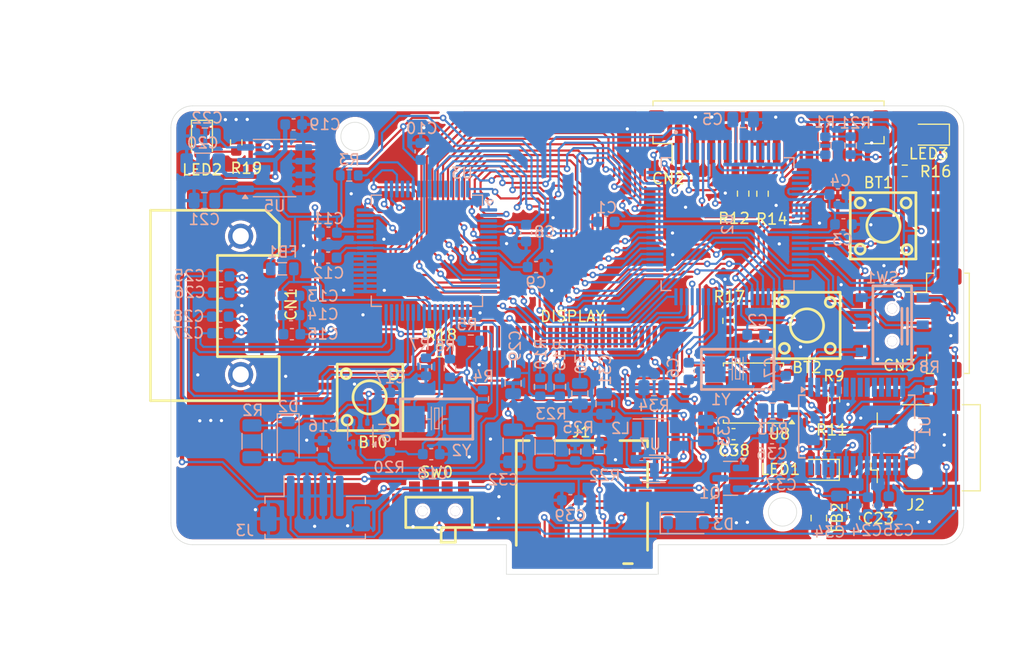
<source format=kicad_pcb>
(kicad_pcb (version 20241229) (generator "pcbnew") (generator_version "9.0")
  (layers (0 "F.Cu" signal) (2 "B.Cu" signal) (13 "F.Paste" user) (15 "B.Paste" user) (5 "F.SilkS" user "F.Silkscreen") (7 "B.SilkS" user "B.Silkscreen") (1 "F.Mask" user) (3 "B.Mask" user) (25 "Edge.Cuts" user))
  (net 0 "")
  (net 1 "GND")
  (net 2 "Net-(LED1-K)")
  (net 12 "Net-(LED2-A)")
  (net 13 "Net-(CN2-Pin_7)")
  (net 14 "USB_DM")
  (net 15 "USB_DP")
  (net 17 "+3V3")
  (net 19 "Net-(CN2-Pin_5)")
  (net 20 "CBUS0")
  (net 21 "TXD")
  (net 22 "CBUS3")
  (net 23 "RJ6")
  (net 24 "RC7")
  (net 25 "PGD")
  (net 26 "RC0")
  (net 27 "PGC")
  (net 28 "{slash}MCLR")
  (net 29 "RE0")
  (net 30 "RE4")
  (net 31 "RG1")
  (net 32 "RB4")
  (net 33 "RJ5")
  (net 34 "RC6")
  (net 35 "RE2")
  (net 36 "RJ0")
  (net 37 "RB3")
  (net 38 "RD2")
  (net 39 "RJ2")
  (net 40 "RH3")
  (net 41 "RD0")
  (net 42 "RJ3")
  (net 43 "RD7")
  (net 44 "RA4")
  (net 45 "RE3")
  (net 46 "RH2")
  (net 47 "RJ1")
  (net 48 "RD3")
  (net 49 "RA5")
  (net 50 "RE5")
  (net 51 "RD4")
  (net 52 "RH0")
  (net 53 "RE7")
  (net 54 "RD5")
  (net 55 "RJ7")
  (net 56 "RD1")
  (net 57 "RE6")
  (net 58 "RB2")
  (net 59 "RD6")
  (net 60 "RJ4")
  (net 61 "RG2")
  (net 62 "RE1")
  (net 63 "RH1")
  (net 64 "RB0")
  (net 65 "MRV_27")
  (net 66 "MRV_28")
  (net 67 "MRV_23")
  (net 68 "MRV_32")
  (net 69 "MRV_31")
  (net 71 "RXD")
  (net 72 "+1V8")
  (net 73 "SATA_GND")
  (net 84 "Net-(D3-A)")
  (net 85 "Net-(Q1-G)")
  (net 86 "Net-(R3-Pad1)")
  (net 87 "Net-(LED3-A)")
  (net 93 "Net-(U7-SW)")
  (net 94 "Net-(U7-FB)")
  (net 95 "MRV_OSC_IN")
  (net 96 "EXT_RXD")
  (net 97 "EXT_5V")
  (net 98 "EXT_TXD")
  (net 99 "VUSB")
  (net 100 "+5V")
  (net 101 "EXT_5V_J3")
  (net 102 "Net-(Y2-OSC2)")
  (net 103 "Net-(U2-VDDCORE{slash}VCAP)")
  (net 104 "+3V3_SATA")
  (net 105 "SPI_CLK")
  (net 106 "SPI_MISO")
  (net 107 "SPI_MOSI")
  (net 108 "FLASH_nCS")
  (net 119 "/Lizard main ICs/OSC2")
  (net 120 "/Lizard main ICs/OSC1")
  (net 121 "Net-(D2-A)")
  (net 122 "Net-(J2-VBUS)")
  (net 123 "/Lizard peripherals/SATA_A+")
  (net 124 "/Lizard peripherals/SATA_A-")
  (net 125 "/Lizard peripherals/SATA_B+")
  (net 126 "/Lizard peripherals/SATA_B-")
  (net 127 "/Lizard main ICs/3V3OUT")
  (net 128 "/Lizard peripherals/IREF")
  (net 129 "Net-(R4-Pad1)")
  (net 130 "Net-(R5-Pad1)")
  (net 131 "Net-(R6-Pad2)")
  (net 132 "/Lizard peripherals/VCOMH")
  (net 153 "SD_DAT3")
  (net 154 "SD_DAT1")
  (net 155 "SD_DAT2")
  (net 156 "VPANEL")
  (net 157 "RC1")
  (net 158 "RG4")
  (net 159 "RG3")
  (footprint "LED_SMD:LED_0805_2012Metric_Pad1.15x1.40mm_HandSolder" (layer "F.Cu") (at 139.615 153.74 180)
    (property "Reference" "LED1")
    (property "Value" "BLUE")
  )
  (footprint "Resistor_SMD:R_0603_1608Metric" (layer "F.Cu") (at 132.64 128.35 90)
    (property "Reference" "R12")
    (property "Value" "110")
  )
  (footprint "lizard:CONN-SMD_SATA-401-M07S1BY-A" (layer "F.Cu") (at 87.455 138.62 -90)
    (property "Reference" "CN1")
    (property "Value" "SATA")
  )
  (footprint "Resistor_SMD:R_0603_1608Metric" (layer "F.Cu") (at 147.485 126.25)
    (property "Reference" "R16")
    (property "Value" "10k")
  )
  (footprint "LED_SMD:LED_0805_2012Metric_Pad1.15x1.40mm_HandSolder" (layer "F.Cu") (at 82.93 123.47 -90)
    (property "Reference" "LED2")
    (property "Value" "GREEN")
  )
  (footprint "Resistor_SMD:R_0603_1608Metric" (layer "F.Cu") (at 86.08 123.64 90)
    (property "Reference" "R19")
    (property "Value" "270")
  )
  (footprint "Capacitor_SMD:C_0603_1608Metric" (layer "F.Cu") (at 142.82 158.14 90)
    (property "Reference" "C23")
    (property "Value" "10nF")
  )
  (footprint "Resistor_SMD:R_0603_1608Metric" (layer "F.Cu") (at 140.98 147.26 90)
    (property "Reference" "R9")
    (property "Value" "10k")
  )
  (footprint "Resistor_SMD:R_0603_1608Metric" (layer "F.Cu") (at 134.42 128.36 -90)
    (property "Reference" "R14")
    (property "Value" "110")
  )
  (footprint "Capacitor_SMD:C_0603_1608Metric" (layer "F.Cu") (at 131.755 150.46)
    (property "Reference" "C38")
    (property "Value" "100nF")
  )
  (footprint "LED_SMD:LED_0805_2012Metric_Pad1.15x1.40mm_HandSolder" (layer "F.Cu") (at 149.725 122.93 180)
    (property "Reference" "LED3")
    (property "Value" "RED")
  )
  (footprint "lizard:KEY-SMD_4P-L6.0-W6.0-P4.50-LS9.0" (layer "F.Cu") (at 98.33 147.08 180)
    (property "Reference" "BT0")
    (property "Value" "SW_Push")
  )
  (footprint "Resistor_SMD:R_0603_1608Metric" (layer "F.Cu") (at 131.3 140.04 -90)
    (property "Reference" "R17")
    (property "Value" "10k")
  )
  (footprint "lizard:SW-SMD_3P-P1.50_L2.7-W6.6" (layer "F.Cu") (at 104.7 157.0625)
    (property "Reference" "SW0")
    (property "Value" "SK-3296S-01-L1")
  )
  (footprint "Display:OLED-128O064D" (layer "F.Cu") (at 116.73 141.47)
    (property "Reference" "DISPLAY")
    (property "Value" "OLED-128O064D" (hide yes))
  )
  (footprint "lizard:KEY-SMD_4P-L6.0-W6.0-P4.50-LS9.0" (layer "F.Cu") (at 145.53 131.31)
    (property "Reference" "BT1")
    (property "Value" "SW_Push")
  )
  (footprint "Package_SO:SOIC-8_5.3x5.3mm_P1.27mm" (layer "F.Cu") (at 133.59 146.68 180)
    (property "Reference" "U8")
    (property "Value" "W25Q32JVSS")
  )
  (footprint "Connector_JST:JST_ZH_B4B-ZR-SM4-TF_1x04-1MP_P1.50mm_Vertical" (layer "F.Cu") (at 150.15 140.27 -90)
    (property "Reference" "CN3")
    (property "Value" "Conn_01x04_Pin")
  )
  (footprint "lizard:KEY-SMD_4P-L6.0-W6.0-P4.50-LS9.0" (layer "F.Cu") (at 138.5 140.47 180)
    (property "Reference" "BT2")
    (property "Value" "SW_Push")
  )
  (footprint "Resistor_SMD:R_0603_1608Metric" (layer "F.Cu") (at 104.755 142.82)
    (property "Reference" "R18")
    (property "Value" "10k")
  )
  (footprint "lizard:SIM-SMD_8P-1040310811" (layer "F.Cu") (at 117.87 156.72)
    (property "Reference" "J1")
    (property "Value" "Micro_SD_Card")
  )
  (footprint "Connector_JST:JST_ZH_B12B-ZR-SM4-TF_1x12-1MP_P1.50mm_Vertical" (layer "F.Cu") (at 134.97 123.09)
    (property "Reference" "CN2")
    (property "Value" "Conn_01x12_Pin")
  )
  (footprint "Connector_USB:USB_Mini-B_Wuerth_65100516121_Horizontal" (layer "F.Cu") (at 148.415 151.71 90)
    (property "Reference" "J2")
    (property "Value" "USB_B_Mini")
  )
  (footprint "Resistor_SMD:R_0603_1608Metric" (layer "F.Cu") (at 140.4 151.48)
    (property "Reference" "R11")
    (property "Value" "110")
  )
  (footprint "Inductor_SMD:L_0805_2012Metric_Pad1.15x1.40mm_HandSolder" (layer "F.Cu") (at 139.59 158.17 90)
    (property "Reference" "FB2")
    (property "Value" "330nH")
  )
  (footprint "Package_DFN_QFN:Micrel_MLF-8-1EP_2x2mm_P0.5mm_EP0.8x1.3mm_ThermalVias" (layer "B.Cu") (at 124.49 153.77 180)
    (property "Reference" "U7")
    (property "Value" "MIC2290")
  )
  (footprint "Resistor_SMD:R_0603_1608Metric" (layer "B.Cu") (at 117.21 152.06 -90)
    (property "Reference" "R25")
    (property "Value" "10k")
  )
  (footprint "Inductor_SMD_Wurth:L_Wurth_WE-LQSH-3012" (layer "B.Cu") (at 124.04 150.72)
    (property "Reference" "L2")
    (property "Value" "10uH")
  )
  (footprint "Resistor_SMD:R_0805_2012Metric" (layer "B.Cu") (at 135.35 148.33)
    (property "Reference" "R13")
    (property "Value" "1k")
  )
  (footprint "Package_QFP:LQFP-64_10x10mm_P0.5mm" (layer "B.Cu") (at 103.59 133.6 180)
    (property "Reference" "U3")
    (property "Value" "~")
  )
  (footprint "Resistor_SMD:R_1206_3216Metric" (layer "B.Cu") (at 114.44 151.61 90)
    (property "Reference" "R23")
    (property "Value" "31.6k")
  )
  (footprint "Resistor_SMD:R_0603_1608Metric" (layer "B.Cu") (at 140.19 123.95 -90)
    (property "Reference" "R1")
    (property "Value" "10k")
  )
  (footprint "Resistor_SMD:R_0603_1608Metric" (layer "B.Cu") (at 115.8 146.11 -90)
    (property "Reference" "R15")
    (property "Value" "10k")
  )
  (footprint "Capacitor_SMD:C_0603_1608Metric" (layer "B.Cu") (at 136.56 144.33 -90)
    (property "Reference" "C7")
    (property "Value" "24pF")
  )
  (footprint "Capacitor_SMD:C_0603_1608Metric" (layer "B.Cu") (at 135.29 150.83)
    (property "Reference" "C36")
    (property "Value" "100nF")
  )
  (footprint "Resistor_SMD:R_0603_1608Metric" (layer "B.Cu") (at 105.71 144.38 90)
    (property "Reference" "R6")
    (property "Value" "10k")
  )
  (footprint "Capacitor_SMD:C_0805_2012Metric" (layer "B.Cu") (at 132.64 121.54)
    (property "Reference" "C5")
    (property "Value" "10uF")
  )
  (footprint "Resistor_SMD:R_0603_1608Metric" (layer "B.Cu") (at 142.51 123.93 -90)
    (property "Reference" "R21")
    (property "Value" "270")
  )
  (footprint "Capacitor_SMD:C_0603_1608Metric" (layer "B.Cu") (at 84.68 135.95)
    (property "Reference" "C25")
    (property "Value" "47nF")
  )
  (footprint "Resistor_SMD:R_0603_1608Metric" (layer "B.Cu") (at 119.38 152.03 90)
    (property "Reference" "R22")
    (property "Value" "10k")
  )
  (footprint "Capacitor_SMD:C_0603_1608Metric" (layer "B.Cu") (at 146.01 156.94 90)
    (property "Reference" "C35")
    (property "Value" "100nF")
  )
  (footprint "Capacitor_SMD:C_1206_3216Metric" (layer "B.Cu") (at 83 125.54 180)
    (property "Reference" "C20")
    (property "Value" "10uF")
  )
  (footprint "Package_SO:SSOP-28_5.3x10.2mm_P0.65mm" (layer "B.Cu") (at 143.07 149.75 -90)
    (property "Reference" "U1")
    (property "Value" "FT232RL")
  )
  (footprint "Capacitor_SMD:C_0603_1608Metric" (layer "B.Cu") (at 94.55 131.94)
    (property "Reference" "C11")
    (property "Value" "100nF")
  )
  (footprint "Capacitor_SMD:C_0603_1608Metric" (layer "B.Cu") (at 84.64 141.18)
    (property "Reference" "C27")
    (property "Value" "47nF")
  )
  (footprint "Capacitor_SMD:C_0603_1608Metric" (layer "B.Cu") (at 120.06 130.94)
    (property "Reference" "C1")
    (property "Value" "100nF")
  )
  (footprint "lizard:SW-SMD_6P-L7.2-W3.6-P2.50-TL" (layer "B.Cu") (at 146.33 140.41 -90)
    (property "Reference" "SW1")
    (property "Value" "MSS22C02KG10-B")
  )
  (footprint "Resistor_SMD:R_0603_1608Metric" (layer "B.Cu") (at 149.75 146.4 -90)
    (property "Reference" "R8")
    (property "Value" "10k")
  )
  (footprint "Package_SO:SSOP-8_3.9x5.05mm_P1.27mm" (layer "B.Cu") (at 89.6 126)
    (property "Reference" "U5")
    (property "Value" "AP1121B")
  )
  (footprint "Capacitor_SMD:C_0603_1608Metric" (layer "B.Cu") (at 112.7 131.98 90)
    (property "Reference" "C8")
    (property "Value" "100nF")
  )
  (footprint "Capacitor_SMD:C_0603_1608Metric" (layer "B.Cu") (at 91.11 137.74)
    (property "Reference" "C13")
    (property "Value" "100nF")
  )
  (footprint "Resistor_SMD:R_0805_2012Metric" (layer "B.Cu") (at 124.44 146.18)
    (property "Reference" "R34")
    (property "Value" "910k")
  )
  (footprint "Capacitor_SMD:C_0805_2012Metric" (layer "B.Cu") (at 119.86 147.67 90)
    (property "Reference" "C31")
    (property "Value" "5uF")
  )
  (footprint "Resistor_SMD:R_0603_1608Metric" (layer "B.Cu") (at 108.73 147.23 90)
    (property "Reference" "R4")
    (property "Value" "10k")
  )
  (footprint "Inductor_SMD:L_0805_2012Metric" (layer "B.Cu") (at 90.31 135.26)
    (property "Reference" "FB1")
    (property "Value" "330nH")
  )
  (footprint "Package_TO_SOT_SMD:SOT-23" (layer "B.Cu") (at 131.49 154.5175 180)
    (property "Reference" "Q1")
    (property "Value" "AO3401A")
  )
  (footprint "Capacitor_SMD:C_0603_1608Metric" (layer "B.Cu") (at 100.2 147.41 90)
    (property "Reference" "C17")
    (property "Value" "24pF")
  )
  (footprint "Capacitor_SMD:C_0805_2012Metric" (layer "B.Cu") (at 129.21 150.13 90)
    (property "Reference" "C33")
    (property "Value" "2.7uF")
  )
  (footprint "Resistor_SMD:R_0603_1608Metric" (layer "B.Cu") (at 96.46 126.67 180)
    (property "Reference" "R3")
    (property "Value" "10k")
  )
  (footprint "Capacitor_SMD:C_0603_1608Metric" (layer "B.Cu") (at 141.35 128.42)
    (property "Reference" "C4")
    (property "Value" "100nF")
  )
  (footprint "Capacitor_SMD:C_0805_2012Metric" (layer "B.Cu") (at 141.44 157.09 90)
    (property "Reference" "C34")
    (property "Value" "5uF")
  )
  (footprint "Capacitor_SMD:C_0603_1608Metric" (layer "B.Cu") (at 127.64 144.66 90)
    (property "Reference" "C6")
    (property "Value" "24pF")
  )
  (footprint "Capacitor_SMD:C_0603_1608Metric" (layer "B.Cu") (at 136.03 153.7 180)
    (property "Reference" "C37")
    (property "Value" "100nF")
  )
  (footprint "Resistor_SMD:R_0603_1608Metric" (layer "B.Cu") (at 107.62 141.87)
    (property "Reference" "R5")
    (property "Value" "10k")
  )
  (footprint "Capacitor_SMD:C_0603_1608Metric" (layer "B.Cu") (at 116.76 156.53)
    (property "Reference" "C39")
    (property "Value" "100nF")
  )
  (footprint "Resistor_SMD:R_0603_1608Metric" (layer "B.Cu") (at 100.21 151.23 90)
    (property "Reference" "R20")
    (property "Value" "1M")
  )
  (footprint "Capacitor_SMD:C_0805_2012Metric" (layer "B.Cu") (at 83.16 128.99)
    (property "Reference" "C21")
    (property "Value" "10uF")
  )
  (footprint "Resistor_SMD:R_1206_3216Metric" (layer "B.Cu") (at 87.52 151.12 90)
    (property "Reference" "R2")
    (property "Value" "31.6k")
  )
  (footprint "Package_TO_SOT_SMD:SOT-353_SC-70-5" (layer "B.Cu") (at 97.4725 150.32 90)
    (property "Reference" "U6")
    (property "Value" "74LVC1G04")
  )
  (footprint "Capacitor_SMD:C_0603_1608Metric" (layer "B.Cu") (at 84.69 137.45)
    (property "Reference" "C26")
    (property "Value" "47nF")
  )
  (footprint "Capacitor_SMD:C_1206_3216Metric" (layer "B.Cu") (at 111.5 151.53 90)
    (property "Reference" "C32")
    (property "Value" "10uF")
  )
  (footprint "lizard:OSC-SMD_L5.0-W3.2" (layer "B.Cu") (at 104.49 149.07)
    (property "Reference" "Y2")
    (property "Value" "20MHz")
  )
  (footprint "Capacitor_SMD:C_0603_1608Metric" (layer "B.Cu") (at 133.79 141.31)
    (property "Reference" "C2")
    (property "Value" "100nF")
  )
  (footprint "Connector_JST:JST_ZH_B4B-ZR-SM4-TF_1x04-1MP_P1.50mm_Vertical" (layer "B.Cu") (at 93.33 156.84)
    (property "Reference" "J3")
    (property "Value" "Conn_01x04_Pin")
  )
  (footprint "Capacitor_SMD:C_0603_1608Metric" (layer "B.Cu") (at 103.99 152.3)
    (property "Reference" "C18")
    (property "Value" "24pF")
  )
  (footprint "Capacitor_SMD:C_0805_2012Metric" (layer "B.Cu") (at 117.64 146.74 90)
    (property "Reference" "C30")
    (property "Value" "5uF")
  )
  (footprint "Capacitor_SMD:C_0805_2012Metric" (layer "B.Cu") (at 83.21 123.05)
    (property "Reference" "C22")
    (property "Value" "10uF")
  )
  (footprint "Capacitor_SMD:C_0603_1608Metric" (layer "B.Cu") (at 91.19 141.27)
    (property "Reference" "C15")
    (property "Value" "100nF")
  )
  (footprint "lizard:OSC-SMD_L5.0-W3.2" (layer "B.Cu") (at 132.13 144.5)
    (property "Reference" "Y1")
    (property "Value" "10MHz")
  )
  (footprint "Capacitor_SMD:C_0805_2012Metric" (layer "B.Cu") (at 111.51 145.79 90)
    (property "Reference" "C29")
    (property "Value" "5uF")
  )
  (footprint "Capacitor_SMD:C_0603_1608Metric" (layer "B.Cu") (at 144.1 157.03 90)
    (property "Reference" "C24")
    (property "Value" "100nF")
  )
  (footprint "Diode_SMD:D_SOD-123" (layer "B.Cu") (at 90.85 150.95 -90)
    (property "Reference" "D2")
    (property "Value" "1N4148W")
  )
  (footprint "Capacitor_SMD:C_0603_1608Metric" (layer "B.Cu") (at 94.52 134.23)
    (property "Reference" "C12")
    (property "Value" "100nF")
  )
  (footprint "Capacitor_SMD:C_0603_1608Metric" (layer "B.Cu") (at 84.61 139.65)
    (property "Reference" "C28")
    (property "Value" "47nF")
  )
  (footprint "Capacitor_SMD:C_0603_1608Metric" (layer "B.Cu") (at 103.02 124.475 90)
    (property "Reference" "C10")
    (property "Value" "100nF")
  )
  (footprint "Resistor_SMD:R_0603_1608Metric" (layer "B.Cu") (at 103.51 144.27 90)
    (property "Reference" "R7")
    (property "Value" "12k")
  )
  (footprint "Resistor_SMD:R_0603_1608Metric" (layer "B.Cu") (at 114 146.11 90)
    (property "Reference" "R10")
    (property "Value" "10k")
  )
  (footprint "Capacitor_SMD:C_0603_1608Metric" (layer "B.Cu") (at 91.35 121.99)
    (property "Reference" "C19")
    (property "Value" "100nF")
  )
  (footprint "Diode_SMD:D_SOD-123" (layer "B.Cu") (at 127.3825 158.6)
    (property "Reference" "D3")
    (property "Value" "MBR0520")
  )
  (footprint "Capacitor_SMD:C_0603_1608Metric" (layer "B.Cu") (at 113.62 135.1)
    (property "Reference" "C9")
    (property "Value" "100nF")
  )
  (footprint "Capacitor_SMD:C_0603_1608Metric" (layer "B.Cu") (at 141.85 131.17)
    (property "Reference" "C3")
    (property "Value" "100nF")
  )
  (footprint "Capacitor_SMD:C_0603_1608Metric" (layer "B.Cu") (at 91.11 139.52)
    (property "Reference" "C14")
    (property "Value" "100nF")
  )
  (footprint "Capacitor_SMD:C_0603_1608Metric" (layer "B.Cu") (at 94.03 151.84 90)
    (property "Reference" "C16")
    (property "Value" "1uF")
  )
  (footprint "lizard:QFP50P1400X1400X120-80N" (layer "B.Cu") (at 131.21 131.15 -90)
    (property "Reference" "U2")
    (property "Value" "PIC18F87J11T-I_PT")
  )
  (gr_line (start 150.9 160.62) (end 124.84 160.62) (stroke (width 0.05)) (layer "Edge.Cuts"))
  (gr_arc (start 152.9 158.62) (mid 152.314214 160.034214) (end 150.9 160.62) (stroke (width 0.05)) (layer "Edge.Cuts"))
  (gr_arc (start 82.08 160.62) (mid 80.665786 160.034214) (end 80.08 158.62) (stroke (width 0.05)) (layer "Edge.Cuts"))
  (gr_arc (start 150.9 120.28) (mid 152.314214 120.865786) (end 152.9 122.28) (stroke (width 0.05)) (layer "Edge.Cuts"))
  (gr_line (start 110.9 160.62) (end 82.08 160.62) (stroke (width 0.05)) (layer "Edge.Cuts"))
  (gr_line (start 152.9 122.28) (end 152.9 158.62) (stroke (width 0.05)) (layer "Edge.Cuts"))
  (gr_circle (center 96.99 123.09) (end 98.29 123.09) (stroke (width 0.05)) (fill no) (layer "Edge.Cuts"))
  (gr_arc (start 80.08 122.28) (mid 80.665786 120.865786) (end 82.08 120.28) (stroke (width 0.05)) (layer "Edge.Cuts"))
  (gr_line (start 124.84 163.34) (end 110.9 163.34) (stroke (width 0.05)) (layer "Edge.Cuts"))
  (gr_circle (center 136.26 157.61) (end 137.56 157.61) (stroke (width 0.05)) (fill no) (layer "Edge.Cuts"))
  (gr_line (start 82.08 120.28) (end 150.9 120.28) (stroke (width 0.05)) (layer "Edge.Cuts"))
  (gr_line (start 110.9 163.34) (end 110.9 160.62) (stroke (width 0.05)) (layer "Edge.Cuts"))
  (gr_line (start 80.08 158.62) (end 80.08 122.28) (stroke (width 0.05)) (layer "Edge.Cuts"))
  (gr_line (start 124.84 160.62) (end 124.84 163.34) (stroke (width 0.05)) (layer "Edge.Cuts"))
  (segment (start 116.73 139.74) (end 117.125 139.345) (width 0.2) (layer "F.Cu") (net 1))
  (segment (start 134.22 121.78) (end 134.68 121.32) (width 0.2) (layer "F.Cu") (net 1))
  (segment (start 116.73 141.5) (end 116.73 139.74) (width 0.2) (layer "F.Cu") (net 1))
  (segment (start 117.325854 141.504146) (end 117.325854 142.797036) (width 0.2) (layer "F.Cu") (net 1))
  (segment (start 117.33 141.5) (end 117.325854 141.504146) (width 0.2) (layer "F.Cu") (net 1))
  (segment (start 114.33 141.5) (end 114.33 140.3) (width 0.2) (layer "F.Cu") (net 1))
  (segment (start 117.125 139.345) (end 117.47 139) (width 0.2) (layer "F.Cu") (net 1))
  (segment (start 114.33 141.5) (end 113.73 141.5) (width 0.2) (layer "F.Cu") (net 1))
  (segment (start 117.47 139) (end 118.22 139) (width 0.2) (layer "F.Cu") (net 1))
  (segment (start 114.33 140.3) (end 114.71 139.92) (width 0.2) (layer "F.Cu") (net 1))
  (segment (start 117.325854 142.797036) (end 117.316445 142.806445) (width 0.2) (layer "F.Cu") (net 1))
  (segment (start 115.51 162.06) (end 115.51 160.68) (width 0.2) (layer "F.Cu") (net 1))
  (segment (start 134.68 121.32) (end 135.63 121.32) (width 0.2) (layer "F.Cu") (net 1))
  (segment (start 117.33 141.5) (end 117.33 139.55) (width 0.2) (layer "F.Cu") (net 1))
  (segment (start 116.73 141.5) (end 116.73 142.87) (width 0.2) (layer "F.Cu") (net 1))
  (segment (start 134.22 123.79) (end 134.22 121.78) (width 0.2) (layer "F.Cu") (net 1))
  (segment (start 109.53 142.93) (end 108.39 144.07) (width 0.2) (layer "F.Cu") (net 1))
  (segment (start 117.33 139.55) (end 117.125 139.345) (width 0.2) (layer "F.Cu") (net 1))
  (segment (start 117.33 141.5) (end 116.73 141.5) (width 0.2) (layer "F.Cu") (net 1))
  (segment (start 109.53 141.5) (end 109.53 142.93) (width 0.2) (layer "F.Cu") (net 1))
  (via (at 144.99 143.56) (size 0.6) (drill 0.3) (layers "F.Cu" "B.Cu") (net 1))
  (via (at 86.59 138.64) (size 0.6) (drill 0.3) (layers "F.Cu" "B.Cu") (net 1))
  (via (at 103.31 122.29) (size 0.6) (drill 0.3) (layers "F.Cu" "B.Cu") (net 1))
  (via (at 151.1 151.47) (size 0.6) (drill 0.3) (layers "F.Cu" "B.Cu") (net 1))
  (via (at 92.55 151.01) (size 0.6) (drill 0.3) (layers "F.Cu" "B.Cu") (net 1))
  (via (at 126.15 131.97) (size 0.6) (drill 0.3) (layers "F.Cu" "B.Cu") (net 1))
  (via (at 99.68 137.24) (size 0.6) (drill 0.3) (layers "F.Cu" "B.Cu") (net 1))
  (via (at 120.91 152.81) (size 0.6) (drill 0.3) (layers "F.Cu" "B.Cu") (net 1))
  (via (at 142.27 147.72) (size 0.6) (drill 0.3) (layers "F.Cu" "B.Cu") (net 1))
  (via (at 135.63 121.32) (size 0.6) (drill 0.3) (layers "F.Cu" "B.Cu") (net 1))
  (via (at 96.64 128.36) (size 0.6) (drill 0.3) (layers "F.Cu" "B.Cu") (net 1))
  (via (at 95.95 137.22) (size 0.6) (drill 0.3) (layers "F.Cu" "B.Cu") (net 1))
  (via (at 142.61 121.09) (size 0.6) (drill 0.3) (layers "F.Cu" "B.Cu") (net 1))
  (via (at 144.33 128.95) (size 0.6) (drill 0.3) (layers "F.Cu" "B.Cu") (net 1))
  (via (at 127.35 129.6) (size 0.6) (drill 0.3) (layers "F.Cu" "B.Cu") (net 1))
  (via (at 87.84 157.4) (size 0.6) (drill 0.3) (layers "F.Cu" "B.Cu") (net 1))
  (via (at 132.02 158.6) (size 0.6) (drill 0.3) (layers "F.Cu" "B.Cu") (net 1))
  (via (at 135.67 129.43) (size 0.6) (drill 0.3) (layers "F.Cu" "B.Cu") (net 1))
  (via (at 123.04 144.23) (size 0.6) (drill 0.3) (layers "F.Cu" "B.Cu") (net 1))
  (via (at 115.08 133.64) (size 0.6) (drill 0.3) (layers "F.Cu" "B.Cu") (net 1))
  (via (at 110.17 158.21) (size 0.6) (drill 0.3) (layers "F.Cu" "B.Cu") (net 1))
  (via (at 92.26 133.13) (size 0.6) (drill 0.3) (layers "F.Cu" "B.Cu") (net 1))
  (via (at 97.72 139.49) (size 0.6) (drill 0.3) (layers "F.Cu" "B.Cu") (net 1))
  (via (at 121.6 138.96) (size 0.6) (drill 0.3) (layers "F.Cu" "B.Cu") (net 1))
  (via (at 145.57 134.97) (size 0.6) (drill 0.3) (layers "F.Cu" "B.Cu") (net 1))
  (via (at 125.81 143.43) (size 0.6) (drill 0.3) (layers "F.Cu" "B.Cu") (net 1))
  (via (at 107.48 152.55) (size 0.6) (drill 0.3) (layers "F.Cu" "B.Cu") (net 1))
  (via (at 144.37 131.21) (size 0.6) (drill 0.3) (layers "F.Cu" "B.Cu") (net 1))
  (via (at 122 122.4) (size 0.6) (drill 0.3) (layers "F.Cu" "B.Cu") (net 1))
  (via (at 132.01 151.96) (size 0.6) (drill 0.3) (layers "F.Cu" "B.Cu") (net 1))
  (via (at 128.26 121.31) (size 0.6) (drill 0.3) (layers "F.Cu" "B.Cu") (net 1))
  (via (at 122.01 124.41) (size 0.6) (drill 0.3) (layers "F.Cu" "B.Cu") (net 1))
  (via (at 87.09 121.53) (size 0.6) (drill 0.3) (layers "F.Cu" "B.Cu") (net 1))
  (via (at 115.18 130.56) (size 0.6) (drill 0.3) (layers "F.Cu" "B.Cu") (net 1))
  (via (at 133.03 158.56) (size 0.6) (drill 0.3) (layers "F.Cu" "B.Cu") (net 1))
  (via (at 82.55 145.01) (size 0.6) (drill 0.3) (layers "F.Cu" "B.Cu") (net 1))
  (via (at 115.05 137.26) (size 0.6) (drill 0.3) (layers "F.Cu" "B.Cu") (net 1))
  (via (at 151.13 150.5) (size 0.6) (drill 0.3) (layers "F.Cu" "B.Cu") (net 1))
  (via (at 109.43 150.91) (size 0.6) (drill 0.3) (layers "F.Cu" "B.Cu") (net 1))
  (via (at 110.91 132.94) (size 0.6) (drill 0.3) (layers "F.Cu" "B.Cu") (net 1))
  (via (at 118.22 139) (size 0.6) (drill 0.3) (layers "F.Cu" "B.Cu") (net 1))
  (via (at 129.76 121.31) (size 0.6) (drill 0.3) (layers "F.Cu" "B.Cu") (net 1))
  (via (at 148.68 158.57) (size 0.6) (drill 0.3) (layers "F.Cu" "B.Cu") (net 1))
  (via (at 149.743316 158.506238) (size 0.6) (drill 0.3) (layers "F.Cu" "B.Cu") (net 1))
  (via (at 141.64 136.72) (size 0.6) (drill 0.3) (layers "F.Cu" "B.Cu") (net 1))
  (via (at 96.94 145.86) (size 0.6) (drill 0.3) (layers "F.Cu" "B.Cu") (net 1))
  (via (at 126.17 133.96) (size 0.6) (drill 0.3) (layers "F.Cu" "B.Cu") (net 1))
  (via (at 130.97 136.22) (size 0.6) (drill 0.3) (layers "F.Cu" "B.Cu") (net 1))
  (via (at 108.47 139.31) (size 0.6) (drill 0.3) (layers "F.Cu" "B.Cu") (net 1))
  (via (at 139.65 131.06) (size 0.6) (drill 0.3) (layers "F.Cu" "B.Cu") (net 1))
  (via (at 93.28 158.93) (size 0.6) (drill 0.3) (layers "F.Cu" "B.Cu") (net 1))
  (via (at 83.74 149.2) (size 0.6) (drill 0.3) (layers "F.Cu" "B.Cu") (net 1))
  (via (at 84.72 149.21) (size 0.6) (drill 0.3) (layers "F.Cu" "B.Cu") (net 1))
  (via (at 102.32 158.96) (size 0.6) (drill 0.3) (layers "F.Cu" "B.Cu") (net 1))
  (via (at 90.62 145.14) (size 0.6) (drill 0.3) (layers "F.Cu" "B.Cu") (net 1))
  (via (at 131 128.3) (size 0.6) (drill 0.3) (layers "F.Cu" "B.Cu") (net 1))
  (via (at 86.07 121.54) (size 0.6) (drill 0.3) (layers "F.Cu" "B.Cu") (net 1))
  (via (at 144.44 123.69) (size 0.6) (drill 0.3) (layers "F.Cu" "B.Cu") (net 1))
  (via (at 137.91 142.44) (size 0.6) (drill 0.3) (layers "F.Cu" "B.Cu") (net 1))
  (via (at 151.71 141.41) (size 0.6) (drill 0.3) (layers "F.Cu" "B.Cu") (net 1))
  (via (at 143.44 148.98) (size 0.6) (drill 0.3) (layers "F.Cu" "B.Cu") (net 1))
  (via (at 108.39 144.07) (size 0.6) (drill 0.3) (layers "F.Cu" "B.Cu") (net 1))
  (via (at 85.08 121.55) (size 0.6) (drill 0.3) (layers "F.Cu" "B.Cu") (net 1))
  (via (at 96.31 158.88) (size 0.6) (drill 0.3) (layers "F.Cu" "B.Cu") (net 1))
  (via (at 82.73 149.23) (size 0.6) (drill 0.3) (layers "F.Cu" "B.Cu") (net 1))
  (via (at 135.96 132.97) (size 0.6) (drill 0.3) (layers "F.Cu" "B.Cu") (net 1))
  (via (at 110.21 156.21) (size 0.6) (drill 0.3) (layers "F.Cu" "B.Cu") (net 1))
  (via (at 116.84 149.4) (size 0.6) (drill 0.3) (layers "F.Cu" "B.Cu") (net 1))
  (via (at 99.64 132.54) (size 0.6) (drill 0.3) (layers "F.Cu" "B.Cu") (net 1))
  (segment (start 106.84 139.275) (end 106.84 138.15) (width 0.2) (layer "B.Cu") (net 1))
  (segment (start 131.46 124.47) (end 131.46 123.01) (width 0.2) (layer "B.Cu") (net 1))
  (segment (start 130.96 137.83) (end 130.96 136.23) (width 0.2) (layer "B.Cu") (net 1))
  (segment (start 124.49 154.39) (end 124.49 153.77) (width 0.2) (layer "B.Cu") (net 1))
  (segment (start 111.51 146.74) (end 111.51 147.25) (width 0.2) (layer "B.Cu") (net 1))
  (segment (start 97.915 132.85) (end 96.5 132.85) (width 0.2) (layer "B.Cu") (net 1))
  (segment (start 131.46 123.01) (end 129.76 121.31) (width 0.2) (layer "B.Cu") (net 1))
  (segment (start 110.5 133.35) (end 110.91 132.94) (width 0.2) (layer "B.Cu") (net 1))
  (segment (start 103.84 127.925) (end 103.84 128.93) (width 0.2) (layer "B.Cu") (net 1))
  (segment (start 103.84 127.925) (end 103.84 126.7) (width 0.2) (layer "B.Cu") (net 1))
  (segment (start 97.915 132.85) (end 99.33 132.85) (width 0.2) (layer "B.Cu") (net 1))
  (segment (start 130.96 136.23) (end 130.97 136.22) (width 0.2) (layer "B.Cu") (net 1))
  (segment (start 142.745 146.15) (end 142.745 147.245) (width 0.2) (layer "B.Cu") (net 1))
  (segment (start 111.51 147.25) (end 112.1 147.84) (width 0.2) (layer "B.Cu") (net 1))
  (segment (start 99.33 132.85) (end 99.64 132.54) (width 0.2) (layer "B.Cu") (net 1))
  (segment (start 140.145 153.35) (end 140.795 153.35) (width 0.2) (layer "B.Cu") (net 1))
  (segment (start 130.96 139.18) (end 130.66 139.48) (width 0.2) (layer "B.Cu") (net 1))
  (segment (start 125.39 154.52) (end 124.62 154.52) (width 0.2) (layer "B.Cu") (net 1))
  (segment (start 139.31 131.4) (end 139.65 131.06) (width 0.2) (layer "B.Cu") (net 1))
  (segment (start 125.58 131.4) (end 126.15 131.97) (width 0.2) (layer "B.Cu") (net 1))
  (segment (start 136.2 128.9) (end 135.67 129.43) (width 0.2) (layer "B.Cu") (net 1))
  (segment (start 137.89 128.9) (end 136.2 128.9) (width 0.2) (layer "B.Cu") (net 1))
  (segment (start 130.96 137.83) (end 130.96 139.18) (width 0.2) (layer "B.Cu") (net 1))
  (segment (start 109.265 133.35) (end 110.5 133.35) (width 0.2) (layer "B.Cu") (net 1))
  (segment (start 124.62 154.52) (end 124.49 154.39) (width 0.2) (layer "B.Cu") (net 1))
  (segment (start 124.53 131.4) (end 125.58 131.4) (width 0.2) (layer "B.Cu") (net 1))
  (segment (start 137.89 131.4) (end 139.31 131.4) (width 0.2) (layer "B.Cu") (net 1))
  (segment (start 142.745 147.245) (end 142.27 147.72) (width 0.2) (layer "B.Cu") (net 1))
  (segment (start 139.575 151.48) (end 139.575 152.505) (width 0.2) (layer "F.Cu") (net 2))
  (segment (start 139.575 152.505) (end 140.64 153.57) (width 0.2) (layer "F.Cu") (net 2))
  (segment (start 82.93 124.495) (end 86.05 124.495) (width 0.2) (layer "F.Cu") (net 12))
  (segment (start 135.72 123.79) (end 135.72 126.235) (width 0.2) (layer "F.Cu") (net 13))
  (segment (start 135.72 126.235) (end 134.42 127.535) (width 0.2) (layer "F.Cu") (net 13))
  (segment (start 150.33 152.51) (end 151.31 153.49) (width 0.2) (layer "F.Cu") (net 14))
  (segment (start 145.815 152.51) (end 150.33 152.51) (width 0.2) (layer "F.Cu") (net 14))
  (via (at 151.31 153.49) (size 0.6) (drill 0.3) (layers "F.Cu" "B.Cu") (net 14))
  (segment (start 147.67 155.7) (end 150.92 155.7) (width 0.2) (layer "B.Cu") (net 14))
  (segment (start 146.645 154.675) (end 147.67 155.7) (width 0.2) (layer "B.Cu") (net 14))
  (segment (start 150.92 155.7) (end 151.31 155.31) (width 0.2) (layer "B.Cu") (net 14))
  (segment (start 151.31 155.31) (end 151.31 153.49) (width 0.2) (layer "B.Cu") (net 14))
  (segment (start 146.645 153.35) (end 146.645 154.675) (width 0.2) (layer "B.Cu") (net 14))
  (segment (start 148.23 151.71) (end 148.27 151.67) (width 0.2) (layer "F.Cu") (net 15))
  (segment (start 145.815 151.71) (end 148.23 151.71) (width 0.2) (layer "F.Cu") (net 15))
  (via (at 148.27 151.67) (size 0.6) (drill 0.3) (layers "F.Cu" "B.Cu") (net 15))
  (segment (start 147.81 151.67) (end 148.27 151.67) (width 0.2) (layer "B.Cu") (net 15))
  (segment (start 147.295 153.35) (end 147.295 152.185) (width 0.2) (layer "B.Cu") (net 15))
  (segment (start 147.295 152.185) (end 147.81 151.67) (width 0.2) (layer "B.Cu") (net 15))
  (segment (start 91.46 149.1) (end 91.8 148.76) (width 0.2) (layer "F.Cu") (net 17))
  (segment (start 130.98 152.66) (end 130.98 152.09) (width 0.2) (layer "F.Cu") (net 17))
  (segment (start 130.98 150.46) (end 130.98 149.91) (width 0.2) (layer "F.Cu") (net 17))
  (segment (start 89.35 154.04) (end 89.35 149.42) (width 0.2) (layer "F.Cu") (net 17))
  (segment (start 144.29 140.68) (end 144.78 140.19) (width 0.2) (layer "F.Cu") (net 17))
  (segment (start 89.35 149.42) (end 89.67 149.1) (width 0.2) (layer "F.Cu") (net 17))
  (segment (start 138.97 146.045) (end 139.165 146.045) (width 0.2) (layer "F.Cu") (net 17))
  (segment (start 91.8 144.08) (end 93.33 142.55) (width 0.2) (layer "F.Cu") (net 17))
  (segment (start 147.84 130.62) (end 149.01 131.79) (width 0.2) (layer "F.Cu") (net 17))
  (segment (start 89.67 149.1) (end 91.46 149.1) (width 0.2) (layer "F.Cu") (net 17))
  (segment (start 107.26 145.54) (end 110.92 145.54) (width 0.2) (layer "F.Cu") (net 17))
  (segment (start 148.31 126.25) (end 148.31 127.28) (width 0.2) (layer "F.Cu") (net 17))
  (segment (start 130.98 150.46) (end 130.98 151.99) (width 0.2) (layer "F.Cu") (net 17))
  (segment (start 91.8 146.71) (end 98.2 146.71) (width 0.2) (layer "F.Cu") (net 17))
  (segment (start 144.78 137.9) (end 147.2 135.48) (width 0.2) (layer "F.Cu") (net 17))
  (segment (start 131.985 148.585) (end 132.14 148.43) (width 0.2) (layer "F.Cu") (net 17))
  (segment (start 147.84 127.75) (end 148.31 127.28) (width 0.2) (layer "F.Cu") (net 17))
  (segment (start 97.87 154.59) (end 89.9 154.59) (width 0.2) (layer "F.Cu") (net 17))
  (segment (start 136.085 140.865) (end 136.96 139.99) (width 0.2) (layer "F.Cu") (net 17))
  (segment (start 137.97 121.58) (end 138.1 121.71) (width 0.2) (layer "F.Cu") (net 17))
  (segment (start 139.58 146.46) (end 140.955 146.46) (width 0.2) (layer "F.Cu") (net 17))
  (segment (start 136.96 139.99) (end 138.27 139.99) (width 0.2) (layer "F.Cu") (net 17))
  (segment (start 113.13 141.5) (end 113.13 143.18) (width 0.2) (layer "F.Cu") (net 17))
  (segment (start 117.71 157.95) (end 117.68 157.92) (width 0.2) (layer "F.Cu") (net 17))
  (segment (start 106.22 144.78) (end 107.26 144.78) (width 0.2) (layer "F.Cu") (net 17))
  (segment (start 130.0025 147.315) (end 130.0025 148.585) (width 0.2) (layer "F.Cu") (net 17))
  (segment (start 138.96 146.035) (end 138.97 146.045) (width 0.2) (layer "F.Cu") (net 17))
  (segment (start 111.43 145.03) (end 111.43 143.29) (width 0.2) (layer "F.Cu") (net 17))
  (segment (start 91.8 148.76) (end 91.8 146.71) (width 0.2) (layer "F.Cu") (net 17))
  (segment (start 93.33 129.65) (end 93.31 129.63) (width 0.2) (layer "F.Cu") (net 17))
  (segment (start 137.1775 146.045) (end 135.185 146.045) (width 0.2) (layer "F.Cu") (net 17))
  (segment (start 105.58 142.82) (end 105.58 144.14) (width 0.2) (layer "F.Cu") (net 17))
  (segment (start 107.26 145.54) (end 107.26 144.78) (width 0.2) (layer "F.Cu") (net 17))
  (segment (start 138.37 121.71) (end 138.72 122.06) (width 0.2) (layer "F.Cu") (net 17))
  (segment (start 135.185 146.045) (end 134.77 146.46) (width 0.2) (layer "F.Cu") (net 17))
  (segment (start 139.165 146.045) (end 139.58 146.46) (width 0.2) (layer "F.Cu") (net 17))
  (segment (start 111.27 145.19) (end 111.43 145.03) (width 0.2) (layer "F.Cu") (net 17))
  (segment (start 91.8 146.71) (end 91.8 144.08) (width 0.2) (layer "F.Cu") (net 17))
  (segment (start 130.0025 148.9325) (end 130.0025 148.585) (width 0.2) (layer "F.Cu") (net 17))
  (segment (start 130.46 155.39) (end 128.58 155.39) (width 0.2) (layer "F.Cu") (net 17))
  (segment (start 137.1775 146.045) (end 138.97 146.045) (width 0.2) (layer "F.Cu") (net 17))
  (segment (start 130.98 154.87) (end 130.46 155.39) (width 0.2) (layer "F.Cu") (net 17))
  (segment (start 131.3 140.865) (end 136.085 140.865) (width 0.2) (layer "F.Cu") (net 17))
  (segment (start 138.1 121.71) (end 138.37 121.71) (width 0.2) (layer "F.Cu") (net 17))
  (segment (start 144.78 140.19) (end 144.78 137.9) (width 0.2) (layer "F.Cu") (net 17))
  (segment (start 107.26 146.2) (end 107.26 145.54) (width 0.2) (layer "F.Cu") (net 17))
  (segment (start 98.2 146.71) (end 98.25 146.76) (width 0.2) (layer "F.Cu") (net 17))
  (segment (start 130.0025 148.585) (end 131.985 148.585) (width 0.2) (layer "F.Cu") (net 17))
  (segment (start 138.96 140.68) (end 138.96 146.035) (width 0.2) (layer "F.Cu") (net 17))
  (segment (start 130.98 151.99) (end 130.98 152.66) (width 0.2) (layer "F.Cu") (net 17))
  (segment (start 147.84 127.75) (end 147.84 130.62) (width 0.2) (layer "F.Cu") (net 17))
  (segment (start 89.35 154.04) (end 89.9 154.59) (width 0.2) (layer "F.Cu") (net 17))
  (segment (start 138.96 140.68) (end 144.29 140.68) (width 0.2) (layer "F.Cu") (net 17))
  (segment (start 117.71 162.06) (end 117.71 157.95) (width 0.2) (layer "F.Cu") (net 17))
  (segment (start 98.25 146.76) (end 106.7 146.76) (width 0.2) (layer "F.Cu") (net 17))
  (segment (start 130.98 149.91) (end 130.0025 148.9325) (width 0.2) (layer "F.Cu") (net 17))
  (segment (start 105.58 144.14) (end 106.22 144.78) (width 0.2) (layer "F.Cu") (net 17))
  (segment (start 110.92 145.54) (end 111.27 145.19) (width 0.2) (layer "F.Cu") (net 17))
  (segment (start 93.33 142.55) (end 93.33 129.65) (width 0.2) (layer "F.Cu") (net 17))
  (segment (start 106.7 146.76) (end 107.26 146.2) (width 0.2) (layer "F.Cu") (net 17))
  (segment (start 113.13 143.18) (end 112.98 143.33) (width 0.2) (layer "F.Cu") (net 17))
  (segment (start 138.27 139.99) (end 138.96 140.68) (width 0.2) (layer "F.Cu") (net 17))
  (segment (start 130.98 152.66) (end 130.98 154.87) (width 0.2) (layer "F.Cu") (net 17))
  (via (at 128.58 155.39) (size 0.6) (drill 0.3) (layers "F.Cu" "B.Cu") (net 17))
  (via (at 134.77 146.46) (size 0.6) (drill 0.3) (layers "F.Cu" "B.Cu") (net 17))
  (via (at 149.01 131.79) (size 0.6) (drill 0.3) (layers "F.Cu" "B.Cu") (net 17))
  (via (at 98.25 146.76) (size 0.6) (drill 0.3) (layers "F.Cu" "B.Cu") (net 17))
  (via (at 93.31 129.63) (size 0.6) (drill 0.3) (layers "F.Cu" "B.Cu") (net 17))
  (via (at 147.2 135.48) (size 0.6) (drill 0.3) (layers "F.Cu" "B.Cu") (net 17))
  (via (at 107.26 144.78) (size 0.6) (drill 0.3) (layers "F.Cu" "B.Cu") (net 17))
  (via (at 132.14 148.43) (size 0.6) (drill 0.3) (layers "F.Cu" "B.Cu") (net 17))
  (via (at 137.97 121.58) (size 0.6) (drill 0.3) (layers "F.Cu" "B.Cu") (net 17))
  (via (at 136.96 139.99) (size 0.6) (drill 0.3) (layers "F.Cu" "B.Cu") (net 17))
  (via (at 130.98 151.99) (size 0.6) (drill 0.3) (layers "F.Cu" "B.Cu") (net 17))
  (via (at 111.43 143.29) (size 0.6) (drill 0.3) (layers "F.Cu" "B.Cu") (net 17))
  (via (at 112.98 143.33) (size 0.6) (drill 0.3) (layers "F.Cu" "B.Cu") (net 17))
  (via (at 97.87 154.59) (size 0.6) (drill 0.3) (layers "F.Cu" "B.Cu") (net 17))
  (via (at 117.68 157.92) (size 0.6) (drill 0.3) (layers "F.Cu" "B.Cu") (net 17))
  (segment (start 90.42 130.02) (end 90.87 130.47) (width 0.2) (layer "B.Cu") (net 17))
  (segment (start 127.67 150.72) (end 125.215 150.72) (width 0.2) (layer "B.Cu") (net 17))
  (segment (start 91.07 133.72) (end 91.47 133.32) (width 0.2) (layer "B.Cu") (net 17))
  (segment (start 109.265 131.35) (end 110.58 131.35) (width 0.2) (layer "B.Cu") (net 17))
  (segment (start 137.97 121.58) (end 138.1 121.71) (width 0.2) (layer "B.Cu") (net 17))
  (segment (start 125.39 153.52) (end 127.33 153.52) (width 0.2) (layer "B.Cu") (net 17))
  (segment (start 134.01 130.9) (end 124.53 130.9) (width 0.2) (layer "B.Cu") (net 17))
  (segment (start 113.2 125.03) (end 113.2 128.51) (width 0.2) (layer "B.Cu") (net 17))
  (segment (start 95.325 131.94) (end 95.325 130.495) (width 0.2) (layer "B.Cu") (net 17))
  (segment (start 132.14 148.14) (end 132.14 148.43) (width 0.2) (layer "B.Cu") (net 17))
  (segment (start 137.89 127.9) (end 136.91 127.9) (width 0.2) (layer "B.Cu") (net 17))
  (segment (start 96.29 125.58) (end 98.19 125.58) (width 0.2) (layer "B.Cu") (net 17))
  (segment (start 113.92 129.23) (end 113.92 130.19) (width 0.2) (layer "B.Cu") (net 17))
  (segment (start 147.4 131.77) (end 148.99 131.77) (width 0.2) (layer "B.Cu") (net 17))
  (segment (start 98.14 147.77) (end 98.14 146.87) (width 0.2) (layer "B.Cu") (net 17))
  (segment (start 146.43 122.38) (end 145.82 121.77) (width 0.2) (layer "B.Cu") (net 17))
  (segment (start 98.14 149.44) (end 98.14 147.77) (width 0.2) (layer "B.Cu") (net 17))
  (segment (start 132.46 139.53) (end 132.46 137.83) (width 0.2) (layer "B.Cu") (net 17))
  (segment (start 99.47 124.3) (end 99.47 122.77) (width 0.2) (layer "B.Cu") (net 17))
  (segment (start 89.995 127.905) (end 90.42 128.33) (width 0.2) (layer "B.Cu") (net 17))
  (segment (start 136.79 128.28) (end 136.91 128.4) (width 0.2) (layer "B.Cu") (net 17))
  (segment (start 90.85 149.3) (end 89.95 149.3) (width 0.2) (layer "B.Cu") (net 17))
  (segment (start 91.47 133.32) (end 91.47 130.47) (width 0.2) (layer "B.Cu") (net 17))
  (segment (start 108.445 141.87) (end 108.445 142.425) (width 0.2) (layer "B.Cu") (net 17))
  (segment (start 120.87 154.56) (end 121.7 155.39) (width 0.2) (layer "B.Cu") (net 17))
  (segment (start 146.43 130.135) (end 141.035 130.135) (width 0.2) (layer "B.Cu") (net 17))
  (segment (start 106.285 145.205) (end 106.71 144.78) (width 0.2) (layer "B.Cu") (net 17))
  (segment (start 91.99 149.3) (end 90.85 149.3) (width 0.2) (layer "B.Cu") (net 17))
  (segment (start 98.19 125.58) (end 99.47 124.3) (width 0.2) (layer "B.Cu") (net 17))
  (segment (start 148.99 131.77) (end 149.01 131.79) (width 0.2) (layer "B.Cu") (net 17))
  (segment (start 112.98 146.58) (end 112.98 144.84) (width 0.2) (layer "B.Cu") (net 17))
  (segment (start 113.92 130.19) (end 112.905 131.205) (width 0.2) (layer "B.Cu") (net 17))
  (segment (start 106.38 123.95) (end 112.12 123.95) (width 0.2) (layer "B.Cu") (net 17))
  (segment (start 86.925 127.905) (end 89.995 127.905) (width 0.2) (layer "B.Cu") (net 17))
  (segment (start 93.32 130.47) (end 95.3 130.47) (width 0.2) (layer "B.Cu") (net 17))
  (segment (start 127.33 153.52) (end 127.98 152.87) (width 0.2) (layer "B.Cu") (net 17))
  (segment (start 115.8 146.935) (end 114 146.935) (width 0.2) (layer "B.Cu") (net 17))
  (segment (start 141.075 131.325) (end 140.5 131.9) (width 0.2) (layer "B.Cu") (net 17))
  (segment (start 86.925 127.905) (end 84.935 127.905) (width 0.2) (layer "B.Cu") (net 17))
  (segment (start 137.89 128.4) (end 140.555 128.4) (width 0.2) (layer "B.Cu") (net 17))
  (segment (start 130.98 151.33) (end 130.73 151.08) (width 0.2) (layer "B.Cu") (net 17))
  (segment (start 138.43 121.77) (end 140.18 121.77) (width 0.2) (layer "B.Cu") (net 17))
  (segment (start 112.98 144.84) (end 112.98 143.33) (width 0.2) (layer "B.Cu") (net 17))
  (segment (start 117.535 157.775) (end 117.68 157.92) (width 0.2) (layer "B.Cu") (net 17))
  (segment (start 93.31 130.46) (end 93.32 130.47) (width 0.2) (layer "B.Cu") (net 17))
  (segment (start 108.445 142.425) (end 107.26 143.61) (width 0.2) (layer "B.Cu") (net 17))
  (segment (start 95.325 130.495) (end 95.3 130.47) (width 0.2) (layer "B.Cu") (net 17))
  (segment (start 136.91 127.9) (end 136.79 128.02) (width 0.2) (layer "B.Cu") (net 17))
  (segment (start 133.015 140.445) (end 133.015 141.31) (width 0.2) (layer "B.Cu") (net 17))
  (segment (start 99.47 122.77) (end 101.03 121.21) (width 0.2) (layer "B.Cu") (net 17))
  (segment (start 127.98 152.87) (end 127.98 151.03) (width 0.2) (layer "B.Cu") (net 17))
  (segment (start 95.3 130.47) (end 95.51 130.47) (width 0.2) (layer "B.Cu") (net 17))
  (segment (start 91.47 130.47) (end 93.32 130.47) (width 0.2) (layer "B.Cu") (net 17))
  (segment (start 90.42 128.33) (end 90.42 130.02) (width 0.2) (layer "B.Cu") (net 17))
  (segment (start 140.19 121.78) (end 140.18 121.77) (width 0.2) (layer "B.Cu") (net 17))
  (segment (start 138.1 121.71) (end 138.37 121.71) (width 0.2) (layer "B.Cu") (net 17))
  (segment (start 98.14 147.77) (end 96.32 147.77) (width 0.2) (layer "B.Cu") (net 17))
  (segment (start 97.9 154.56) (end 97.87 154.59) (width 0.2) (layer "B.Cu") (net 17))
  (segment (start 136.96 139.99) (end 133.47 139.99) (width 0.2) (layer "B.Cu") (net 17))
  (segment (start 141.035 130.135) (end 140.575 129.675) (width 0.2) (layer "B.Cu") (net 17))
  (segment (start 145.82 121.77) (end 140.18 121.77) (width 0.2) (layer "B.Cu") (net 17))
  (segment (start 130.73 151.08) (end 129.21 151.08) (width 0.2) (layer "B.Cu") (net 17))
  (segment (start 112.12 123.95) (end 113.2 125.03) (width 0.2) (layer "B.Cu") (net 17))
  (segment (start 89.2475 134.4925) (end 90.02 133.72) (width 0.2) (layer "B.Cu") (net 17))
  (segment (start 95.51 130.47) (end 95.73 130.25) (width 0.2) (layer "B.Cu") (net 17))
  (segment (start 106.71 144.78) (end 107.26 144.78) (width 0.2) (layer "B.Cu") (net 17))
  (segment (start 127.865 150.915) (end 127.67 150.72) (width 0.2) (layer "B.Cu") (net 17))
  (segment (start 147.2 135.48) (end 147.4 135.28) (width 0.2) (layer "B.Cu") (net 17))
  (segment (start 103.64 121.21) (end 106.38 123.95) (width 0.2) (layer "B.Cu") (net 17))
  (segment (start 101.03 121.21) (end 103.64 121.21) (width 0.2) (layer "B.Cu") (net 17))
  (segment (start 137.89 131.9) (end 135.01 131.9) (width 0.2) (layer "B.Cu") (net 17))
  (segment (start 111.51 144.84) (end 112.98 144.84) (width 0.2) (layer "B.Cu") (net 17))
  (segment (start 129.21 151.08) (end 128.03 151.08) (width 0.2) (layer "B.Cu") (net 17))
  (segment (start 140.575 129.675) (end 140.575 128.42) (width 0.2) (layer "B.Cu") (net 17))
  (segment (start 117.535 156.53) (end 117.535 154.575) (width 0.2) (layer "B.Cu") (net 17))
  (segment (start 111.51 144.84) (end 111.51 143.37) (width 0.2) (layer "B.Cu") (net 17))
  (segment (start 113.2 128.51) (end 113.92 129.23) (width 0.2) (layer "B.Cu") (net 17))
  (segment (start 130.98 151.99) (end 130.98 151.33) (width 0.2) (layer "B.Cu") (net 17))
  (segment (start 141.075 130.175) (end 141.035 130.135) (width 0.2) (layer "B.Cu") (net 17))
  (segment (start 136.79 128.02) (end 136.79 128.28) (width 0.2) (layer "B.Cu") (net 17))
  (segment (start 128.58 155.39) (end 121.7 155.39) (width 0.2) (layer "B.Cu") (net 17))
  (segment (start 97.915 131.85) (end 95.415 131.85) (width 0.2) (layer "B.Cu") (net 17))
  (segment (start 110.95 130.98) (end 112.475 130.98) (width 0.2) (layer "B.Cu") (net 17))
  (segment (start 95.73 130.25) (end 95.73 126.765) (width 0.2) (layer "B.Cu") (net 17))
  (segment (start 128.03 151.08) (end 127.865 150.915) (width 0.2) (layer "B.Cu") (net 17))
  (segment (start 98.14 146.87) (end 98.25 146.76) (width 0.2) (layer "B.Cu") (net 17))
  (segment (start 133.47 139.99) (end 133.195 140.265) (width 0.2) (layer "B.Cu") (net 17))
  (segment (start 93.31 129.63) (end 93.31 130.46) (width 0.2) (layer "B.Cu") (net 17))
  (segment (start 108.73 146.405) (end 108.175 146.405) (width 0.2) (layer "B.Cu") (net 17))
  (segment (start 147.4 130.51) (end 147.01 130.12) (width 0.2) (layer "B.Cu") (net 17))
  (segment (start 90.02 133.72) (end 91.07 133.72) (width 0.2) (layer "B.Cu") (net 17))
  (segment (start 84.11 128.73) (end 84.11 128.99) (width 0.2) (layer "B.Cu") (net 17))
  (segment (start 95.635 126.235) (end 96.29 125.58) (width 0.2) (layer "B.Cu") (net 17))
  (segment (start 127.98 151.03) (end 127.865 150.915) (width 0.2) (layer "B.Cu") (net 17))
  (segment (start 111.51 143.37) (end 111.43 143.29) (width 0.2) (layer "B.Cu") (net 17))
  (segment (start 89.95 149.3) (end 89.5925 149.6575) (width 0.2) (layer "B.Cu") (net 17))
  (segment (start 124.53 130.9) (end 120.875 130.9) (width 0.2) (layer "B.Cu") (net 17))
  (segment (start 135.01 131.9) (end 134.01 130.9) (width 0.2) (layer "B.Cu") (net 17))
  (segment (start 117.535 156.53) (end 117.535 157.775) (width 0.2) (layer "B.Cu") (net 17))
  (segment (start 108.175 146.405) (end 107.26 145.49) (width 0.2) (layer "B.Cu") (net 17))
  (segment (start 147.4 131.77) (end 147.4 130.51) (width 0.2) (layer "B.Cu") (net 17))
  (segment (start 146.995 130.135) (end 146.43 130.135) (width 0.2) (layer "B.Cu") (net 17))
  (segment (start 95.06 149.03) (end 92.26 149.03) (width 0.2) (layer "B.Cu") (net 17))
  (segment (start 133.195 140.265) (end 132.46 139.53) (width 0.2) (layer "B.Cu") (net 17))
  (segment (start 141.075 131.17) (end 141.075 130.175) (width 0.2) (layer "B.Cu") (net 17))
  (segment (start 117.52 154.56) (end 97.9 154.56) (width 0.2) (layer "B.Cu") (net 17))
  (segment (start 114 146.935) (end 113.335 146.935) (width 0.2) (layer "B.Cu") (net 17))
  (segment (start 92.26 149.03) (end 91.99 149.3) (width 0.2) (layer "B.Cu") (net 17))
  (segment (start 89.5925 149.6575) (end 87.52 149.6575) (width 0.2) (layer "B.Cu") (net 17))
  (segment (start 95.635 126.67) (end 95.635 126.235) (width 0.2) (layer "B.Cu") (net 17))
  (segment (start 107.26 143.61) (end 107.26 144.78) (width 0.2) (layer "B.Cu") (net 17))
  (segment (start 84.935 127.905) (end 84.11 128.73) (width 0.2) (layer "B.Cu") (net 17))
  (segment (start 107.26 145.49) (end 107.26 144.78) (width 0.2) (layer "B.Cu") (net 17))
  (segment (start 134.77 146.46) (end 133.82 146.46) (width 0.2) (layer "B.Cu") (net 17))
  (segment (start 133.82 146.46) (end 132.14 148.14) (width 0.2) (layer "B.Cu") (net 17))
  (segment (start 110.58 131.35) (end 110.95 130.98) (width 0.2) (layer "B.Cu") (net 17))
  (segment (start 133.195 140.265) (end 133.015 140.445) (width 0.2) (layer "B.Cu") (net 17))
  (segment (start 138.37 121.71) (end 138.43 121.77) (width 0.2) (layer "B.Cu") (net 17))
  (segment (start 113.335 146.935) (end 112.98 146.58) (width 0.2) (layer "B.Cu") (net 17))
  (segment (start 105.71 145.205) (end 106.285 145.205) (width 0.2) (layer "B.Cu") (net 17))
  (segment (start 90.87 130.47) (end 91.47 130.47) (width 0.2) (layer "B.Cu") (net 17))
  (segment (start 146.43 130.135) (end 146.43 122.38) (width 0.2) (layer "B.Cu") (net 17))
  (segment (start 142.51 123.105) (end 140.21 123.105) (width 0.2) (layer "B.Cu") (net 17))
  (segment (start 89.2475 135.26) (end 89.2475 134.4925) (width 0.2) (layer "B.Cu") (net 17))
  (segment (start 140.5 131.9) (end 137.89 131.9) (width 0.2) (layer "B.Cu") (net 17))
  (segment (start 147.4 135.28) (end 147.4 131.77) (width 0.2) (layer "B.Cu") (net 17))
  (segment (start 117.52 154.56) (end 120.87 154.56) (width 0.2) (layer "B.Cu") (net 17))
  (segment (start 117.535 154.575) (end 117.52 154.56) (width 0.2) (layer "B.Cu") (net 17))
  (segment (start 147.01 130.12) (end 146.995 130.135) (width 0.2) (layer "B.Cu") (net 17))
  (segment (start 96.32 147.77) (end 95.06 149.03) (width 0.2) (layer "B.Cu") (net 17))
  (segment (start 136.91 128.4) (end 137.89 128.4) (width 0.2) (layer "B.Cu") (net 17))
  (segment (start 140.19 123.125) (end 140.19 121.78) (width 0.2) (layer "B.Cu") (net 17))
  (segment (start 132.64 127.525) (end 132.64 123.87) (width 0.2) (layer "F.Cu") (net 19))
  (segment (start 142.69 151.48) (end 142.7 151.47) (width 0.2) (layer "F.Cu") (net 20))
  (segment (start 141.225 151.48) (end 142.69 151.48) (width 0.2) (layer "F.Cu") (net 20))
  (via (at 142.7 151.47) (size 0.6) (drill 0.3) (layers "F.Cu" "B.Cu") (net 20))
  (segment (start 142.095 152.025) (end 142.65 151.47) (width 0.2) (layer "B.Cu") (net 20))
  (segment (start 142.095 153.35) (end 142.095 152.025) (width 0.2) (layer "B.Cu") (net 20))
  (segment (start 142.65 151.47) (end 142.7 151.47) (width 0.2) (layer "B.Cu") (net 20))
  (segment (start 139.55 142.91) (end 138.845 143.615) (width 0.2) (layer "B.Cu") (net 21))
  (segment (start 138.845 143.615) (end 138.845 146.15) (width 0.2) (layer "B.Cu") (net 21))
  (segment (start 143.53 142.91) (end 139.55 142.91) (width 0.2) (layer "B.Cu") (net 21))
  (segment (start 142.41 148.95) (end 142.41 149.65) (width 0.2) (layer "F.Cu") (net 22))
  (segment (start 142.08 149.98) (end 138.93 149.98) (width 0.2) (layer "F.Cu") (net 22))
  (segment (start 142.41 149.65) (end 142.08 149.98) (width 0.2) (layer "F.Cu") (net 22))
  (via (at 138.93 149.98) (size 0.6) (drill 0.3) (layers "F.Cu" "B.Cu") (net 22))
  (via (at 142.41 148.95) (size 0.6) (drill 0.3) (layers "F.Cu" "B.Cu") (net 22))
  (segment (start 143.52 147.48) (end 146.96 147.48) (width 0.2) (layer "B.Cu") (net 22))
  (segment (start 148.395 145.575) (end 147.82 146.15) (width 0.2) (layer "B.Cu") (net 22))
  (segment (start 149.75 145.575) (end 148.395 145.575) (width 0.2) (layer "B.Cu") (net 22))
  (segment (start 138.49 148.94) (end 137.88 148.33) (width 0.2) (layer "B.Cu") (net 22))
  (segment (start 138.49 149.54) (end 138.49 148.94) (width 0.2) (layer "B.Cu") (net 22))
  (segment (start 147.82 146.15) (end 147.295 146.15) (width 0.2) (layer "B.Cu") (net 22))
  (segment (start 146.96 147.48) (end 147.295 147.145) (width 0.2) (layer "B.Cu") (net 22))
  (segment (start 138.93 149.98) (end 138.49 149.54) (width 0.2) (layer "B.Cu") (net 22))
  (segment (start 142.41 148.95) (end 142.41 148.59) (width 0.2) (layer "B.Cu") (net 22))
  (segment (start 142.41 148.59) (end 143.52 147.48) (width 0.2) (layer "B.Cu") (net 22))
  (segment (start 137.88 148.33) (end 136.2625 148.33) (width 0.2) (layer "B.Cu") (net 22))
  (segment (start 147.295 147.145) (end 147.295 146.15) (width 0.2) (layer "B.Cu") (net 22))
  (segment (start 112.5 138.24) (end 112.5 137.94) (width 0.2) (layer "F.Cu") (net 23))
  (segment (start 101.71 133.28) (end 101.71 130.68) (width 0.2) (layer "F.Cu") (net 23))
  (segment (start 100.72 130.37) (end 99.66 129.31) (width 0.2) (layer "F.Cu") (net 23))
  (segment (start 112 137.44) (end 112.5 137.94) (width 0.2) (layer "F.Cu") (net 23))
  (segment (start 101.4 130.37) (end 100.72 130.37) (width 0.2) (layer "F.Cu") (net 23))
  (segment (start 101.16 133.83) (end 101.71 133.28) (width 0.2) (layer "F.Cu") (net 23))
  (segment (start 103.15 136.71) (end 103.88 137.44) (width 0.2) (layer "F.Cu") (net 23))
  (segment (start 102.2 136.71) (end 103.15 136.71) (width 0.2) (layer "F.Cu") (net 23))
  (segment (start 103.88 137.44) (end 112 137.44) (width 0.2) (layer "F.Cu") (net 23))
  (segment (start 101.71 130.68) (end 101.4 130.37) (width 0.2) (layer "F.Cu") (net 23))
  (segment (start 101.16 135.67) (end 101.16 133.83) (width 0.2) (layer "F.Cu") (net 23))
  (segment (start 101.16 135.67) (end 102.2 136.71) (width 0.2) (layer "F.Cu") (net 23))
  (via (at 99.66 129.31) (size 0.6) (drill 0.3) (layers "F.Cu" "B.Cu") (net 23))
  (via (at 112.5 138.24) (size 0.6) (drill 0.3) (layers "F.Cu" "B.Cu") (net 23))
  (segment (start 99.84 127.925) (end 99.84 129.13) (width 0.2) (layer "B.Cu") (net 23))
  (segment (start 132.73 132.86) (end 130.145686 132.86) (width 0.2) (layer "B.Cu") (net 23))
  (segment (start 99.84 129.13) (end 99.66 129.31) (width 0.2) (layer "B.Cu") (net 23))
  (segment (start 129.522157 133.407843) (end 122.35 140.58) (width 0.2) (layer "B.Cu") (net 23))
  (segment (start 129.597843 133.407843) (end 129.522157 133.407843) (width 0.2) (layer "B.Cu") (net 23))
  (segment (start 135.96 136.09) (end 132.73 132.86) (width 0.2) (layer "B.Cu") (net 23))
  (segment (start 122.35 140.58) (end 114.58 140.58) (width 0.2) (layer "B.Cu") (net 23))
  (segment (start 114.58 140.58) (end 112.5 138.5) (width 0.2) (layer "B.Cu") (net 23))
  (segment (start 112.5 138.5) (end 112.5 138.24) (width 0.2) (layer "B.Cu") (net 23))
  (segment (start 135.96 137.83) (end 135.96 136.09) (width 0.2) (layer "B.Cu") (net 23))
  (segment (start 130.145686 132.86) (end 129.597843 133.407843) (width 0.2) (layer "B.Cu") (net 23))
  (segment (start 140.49 137.7) (end 143.2 140.41) (width 0.2) (layer "B.Cu") (net 24))
  (segment (start 140.49 136.32) (end 140.49 137.7) (width 0.2) (layer "B.Cu") (net 24))
  (segment (start 137.89 134.9) (end 139.07 134.9) (width 0.2) (layer "B.Cu") (net 24))
  (segment (start 139.07 134.9) (end 140.49 136.32) (width 0.2) (layer "B.Cu") (net 24))
  (segment (start 131.94 135.93) (end 134.06 133.81) (width 0.2) (layer "F.Cu") (net 25))
  (segment (start 131.94 136.12) (end 131.94 135.93) (width 0.2) (layer "F.Cu") (net 25))
  (segment (start 139.93 126.89) (end 141.16 126.89) (width 0.2) (layer "F.Cu") (net 25))
  (segment (start 137.28 130.53) (end 137.55 130.26) (width 0.2) (layer "F.Cu") (net 25))
  (segment (start 137.55 129.27) (end 139.93 126.89) (width 0.2) (layer "F.Cu") (net 25))
  (segment (start 135.09 130.53) (end 137.28 130.53) (width 0.2) (layer "F.Cu") (net 25))
  (segment (start 134.06 133.81) (end 134.06 131.56) (width 0.2) (layer "F.Cu") (net 25))
  (segment (start 141.16 126.89) (end 141.72 126.33) (width 0.2) (layer "F.Cu") (net 25))
  (segment (start 134.06 131.56) (end 135.09 130.53) (width 0.2) (layer "F.Cu") (net 25))
  (segment (start 141.72 126.33) (end 141.72 123.79) (width 0.2) (layer "F.Cu") (net 25))
  (segment (start 137.55 130.26) (end 137.55 129.27) (width 0.2) (layer "F.Cu") (net 25))
  (via (at 131.94 136.12) (size 0.6) (drill 0.3) (layers "F.Cu" "B.Cu") (net 25))
  (segment (start 132.27 136.28) (end 132.96 136.97) (width 0.2) (layer "B.Cu") (net 25))
  (segment (start 131.94 136.12) (end 132.1 136.28) (width 0.2) (layer "B.Cu") (net 25))
  (segment (start 132.1 136.28) (end 132.27 136.28) (width 0.2) (layer "B.Cu") (net 25))
  (segment (start 132.96 136.97) (end 132.96 137.83) (width 0.2) (layer "B.Cu") (net 25))
  (segment (start 150.75 122.93) (end 150.75 124.98) (width 0.2) (layer "F.Cu") (net 26))
  (via (at 150.75 124.98) (size 0.6) (drill 0.3) (layers "F.Cu" "B.Cu") (net 26))
  (segment (start 150.32 135.94) (end 149.7 136.56) (width 0.2) (layer "B.Cu") (net 26))
  (segment (start 149.7 136.56) (end 142.55 136.56) (width 0.2) (layer "B.Cu") (net 26))
  (segment (start 142.55 136.56) (end 139.89 133.9) (width 0.2) (layer "B.Cu") (net 26))
  (segment (start 150.32 125.41) (end 150.32 135.94) (width 0.2) (layer "B.Cu") (net 26))
  (segment (start 139.89 133.9) (end 137.89 133.9) (width 0.2) (layer "B.Cu") (net 26))
  (segment (start 150.75 124.98) (end 150.32 125.41) (width 0.2) (layer "B.Cu") (net 26))
  (segment (start 142.6 127.3) (end 143.22 126.68) (width 0.2) (layer "F.Cu") (net 27))
  (segment (start 135.31 131) (end 137.71 131) (width 0.2) (layer "F.Cu") (net 27))
  (segment (start 130.24 136.43) (end 131 137.19) (width 0.2) (layer "F.Cu") (net 27))
  (segment (start 131 137.19) (end 131.74 137.19) (width 0.2) (layer "F.Cu") (net 27))
  (segment (start 129.83 136.43) (end 130.24 136.43) (width 0.2) (layer "F.Cu") (net 27))
  (segment (start 137.99 129.45) (end 140.14 127.3) (width 0.2) (layer "F.Cu") (net 27))
  (segment (start 143.22 126.68) (end 143.22 123.79) (width 0.2) (layer "F.Cu") (net 27))
  (segment (start 131.74 137.19) (end 134.54 134.39) (width 0.2) (layer "F.Cu") (net 27))
  (segment (start 137.71 131) (end 137.99 130.72) (width 0.2) (layer "F.Cu") (net 27))
  (segment (start 137.99 130.72) (end 137.99 129.45) (width 0.2) (layer "F.Cu") (net 27))
  (segment (start 140.14 127.3) (end 142.6 127.3) (width 0.2) (layer "F.Cu") (net 27))
  (segment (start 134.54 134.39) (end 134.54 131.77) (width 0.2) (layer "F.Cu") (net 27))
  (segment (start 134.54 131.77) (end 135.31 131) (width 0.2) (layer "F.Cu") (net 27))
  (via (at 129.83 136.43) (size 0.6) (drill 0.3) (layers "F.Cu" "B.Cu") (net 27))
  (segment (start 129.83 136.43) (end 130.24 136.43) (width 0.2) (layer "B.Cu") (net 27))
  (segment (start 130.46 136.65) (end 130.46 137.83) (width 0.2) (layer "B.Cu") (net 27))
  (segment (start 130.24 136.43) (end 130.46 136.65) (width 0.2) (layer "B.Cu") (net 27))
  (segment (start 137.22 126.09) (end 136.25 127.06) (width 0.2) (layer "F.Cu") (net 28))
  (segment (start 137.22 123.79) (end 137.22 126.09) (width 0.2) (layer "F.Cu") (net 28))
  (via (at 136.25 127.06) (size 0.6) (drill 0.3) (layers "F.Cu" "B.Cu") (net 28))
  (segment (start 136.34 126.2) (end 137.765 124.775) (width 0.2) (layer "B.Cu") (net 28))
  (segment (start 130.46 125.93) (end 130.73 126.2) (width 0.2) (layer "B.Cu") (net 28))
  (segment (start 130.73 126.2) (end 136.34 126.2) (width 0.2) (layer "B.Cu") (net 28))
  (segment (start 137.765 124.775) (end 140.19 124.775) (width 0.2) (layer "B.Cu") (net 28))
  (segment (start 130.46 124.47) (end 130.46 125.93) (width 0.2) (layer "B.Cu") (net 28))
  (segment (start 136.25 126.29) (end 136.34 126.2) (width 0.2) (layer "B.Cu") (net 28))
  (segment (start 136.25 127.06) (end 136.25 126.29) (width 0.2) (layer "B.Cu") (net 28))
  (segment (start 114.39 127.36) (end 114.49 127.46) (width 0.2) (layer "F.Cu") (net 29))
  (segment (start 110.53 127.36) (end 114.39 127.36) (width 0.2) (layer "F.Cu") (net 29))
  (via (at 114.49 127.46) (size 0.6) (drill 0.3) (layers "F.Cu" "B.Cu") (net 29))
  (via (at 110.53 127.36) (size 0.6) (drill 0.3) (layers "F.Cu" "B.Cu") (net 29))
  (segment (start 126.03 122.35) (end 125.23 123.15) (width 0.2) (layer "B.Cu") (net 29))
  (segment (start 115.47 123.15) (end 114.92 123.7) (width 0.2) (layer "B.Cu") (net 29))
  (segment (start 106.34 127.925) (end 106.34 126.65) (width 0.2) (layer "B.Cu") (net 29))
  (segment (start 114.92 127.03) (end 114.49 127.46) (width 0.2) (layer "B.Cu") (net 29))
  (segment (start 125.23 123.15) (end 115.47 123.15) (width 0.2) (layer "B.Cu") (net 29))
  (segment (start 106.34 126.65) (end 106.77 126.22) (width 0.2) (layer "B.Cu") (net 29))
  (segment (start 114.92 123.7) (end 114.92 127.03) (width 0.2) (layer "B.Cu") (net 29))
  (segment (start 127.53 122.35) (end 126.03 122.35) (width 0.2) (layer "B.Cu") (net 29))
  (segment (start 106.77 126.22) (end 109.9 126.22) (width 0.2) (layer "B.Cu") (net 29))
  (segment (start 127.96 122.78) (end 127.53 122.35) (width 0.2) (layer "B.Cu") (net 29))
  (segment (start 127.96 124.47) (end 127.96 122.78) (width 0.2) (layer "B.Cu") (net 29))
  (segment (start 109.9 126.22) (end 110.53 126.85) (width 0.2) (layer "B.Cu") (net 29))
  (segment (start 110.53 126.85) (end 110.53 127.36) (width 0.2) (layer "B.Cu") (net 29))
  (segment (start 107.01 131.47) (end 106.51 130.97) (width 0.2) (layer "F.Cu") (net 30))
  (segment (start 108.67 124.39) (end 117.5 124.39) (width 0.2) (layer "F.Cu") (net 30))
  (segment (start 118.52 125.41) (end 118.56 125.41) (width 0.2) (layer "F.Cu") (net 30))
  (segment (start 106.51 126.55) (end 108.67 124.39) (width 0.2) (layer "F.Cu") (net 30))
  (segment (start 117.5 124.39) (end 118.52 125.41) (width 0.2) (layer "F.Cu") (net 30))
  (segment (start 106.51 130.97) (end 106.51 126.55) (width 0.2) (layer "F.Cu") (net 30))
  (via (at 118.56 125.41) (size 0.6) (drill 0.3) (layers "F.Cu" "B.Cu") (net 30))
  (via (at 107.01 131.47) (size 0.6) (drill 0.3) (layers "F.Cu" "B.Cu") (net 30))
  (segment (start 118.91 125.06) (end 120.024314 125.06) (width 0.2) (layer "B.Cu") (net 30))
  (segment (start 109.265 132.85) (end 107.57 132.85) (width 0.2) (layer "B.Cu") (net 30))
  (segment (start 118.91 125.06) (end 118.56 125.41) (width 0.2) (layer "B.Cu") (net 30))
  (segment (start 107 131.48) (end 107.01 131.47) (width 0.2) (layer "B.Cu") (net 30))
  (segment (start 107.57 132.85) (end 107 132.28) (width 0.2) (layer "B.Cu") (net 30))
  (segment (start 107 132.28) (end 107 131.48) (width 0.2) (layer "B.Cu") (net 30))
  (segment (start 120.024314 125.06) (end 123.364314 128.4) (width 0.2) (layer "B.Cu") (net 30))
  (segment (start 124.53 128.4) (end 123.364314 128.4) (width 0.2) (layer "B.Cu") (net 30))
  (segment (start 128.86 130.2) (end 129.17 130.51) (width 0.2) (layer "F.Cu") (net 31))
  (segment (start 134.42 129.84) (end 133.75 130.51) (width 0.2) (layer "F.Cu") (net 31))
  (segment (start 134.42 129.185) (end 134.42 129.84) (width 0.2) (layer "F.Cu") (net 31))
  (segment (start 128.86 130.2) (end 128.86 128.99) (width 0.2) (layer "F.Cu") (net 31))
  (segment (start 133.75 130.51) (end 129.17 130.51) (width 0.2) (layer "F.Cu") (net 31))
  (via (at 128.86 128.99) (size 0.6) (drill 0.3) (layers "F.Cu" "B.Cu") (net 31))
  (segment (start 128.96 128.89) (end 128.86 128.99) (width 0.2) (layer "B.Cu") (net 31))
  (segment (start 128.96 124.47) (end 128.96 128.89) (width 0.2) (layer "B.Cu") (net 31))
  (segment (start 128.97 152.54) (end 128.18 151.75) (width 0.2) (layer "F.Cu") (net 32))
  (segment (start 128.18 151.75) (end 128.18 147.23) (width 0.2) (layer "F.Cu") (net 32))
  (via (at 128.18 147.23) (size 0.6) (drill 0.3) (layers "F.Cu" "B.Cu") (net 32))
  (via (at 128.97 152.54) (size 0.6) (drill 0.3) (layers "F.Cu" "B.Cu") (net 32))
  (segment (start 128.12 141.54) (end 126.5 143.16) (width 0.2) (layer "B.Cu") (net 32))
  (segment (start 129.46 137.83) (end 129.46 140.92) (width 0.2) (layer "B.Cu") (net 32))
  (segment (start 128.17 147.22) (end 128.18 147.23) (width 0.2) (layer "B.Cu") (net 32))
  (segment (start 126.5 143.16) (end 126.5 146.73) (width 0.2) (layer "B.Cu") (net 32))
  (segment (start 128.6 154.02) (end 128.97 153.65) (width 0.2) (layer "B.Cu") (net 32))
  (segment (start 126.99 147.22) (end 128.17 147.22) (width 0.2) (layer "B.Cu") (net 32))
  (segment (start 125.39 154.02) (end 128.6 154.02) (width 0.2) (layer "B.Cu") (net 32))
  (segment (start 128.84 141.54) (end 128.12 141.54) (width 0.2) (layer "B.Cu") (net 32))
  (segment (start 128.97 153.65) (end 128.97 152.54) (width 0.2) (layer "B.Cu") (net 32))
  (segment (start 129.46 140.92) (end 128.84 141.54) (width 0.2) (layer "B.Cu") (net 32))
  (segment (start 126.5 146.73) (end 126.99 147.22) (width 0.2) (layer "B.Cu") (net 32))
  (segment (start 102.26 135.36) (end 102.73 135.83) (width 0.2) (layer "F.Cu") (net 33))
  (segment (start 102.69 128.25) (end 102.69 133.93) (width 0.2) (layer "F.Cu") (net 33))
  (segment (start 102.26 134.36) (end 102.26 135.36) (width 0.2) (layer "F.Cu") (net 33))
  (segment (start 103.63 135.83) (end 104.32 136.52) (width 0.2) (layer "F.Cu") (net 33))
  (segment (start 102.2 127.76) (end 102.69 128.25) (width 0.2) (layer "F.Cu") (net 33))
  (segment (start 113.95 136.97) (end 113.95 139.08) (width 0.2) (layer "F.Cu") (net 33))
  (segment (start 102.26 134.36) (end 102.69 133.93) (width 0.2) (layer "F.Cu") (net 33))
  (segment (start 113.5 136.52) (end 113.95 136.97) (width 0.2) (layer "F.Cu") (net 33))
  (segment (start 104.32 136.52) (end 113.5 136.52) (width 0.2) (layer "F.Cu") (net 33))
  (segment (start 102.73 135.83) (end 103.63 135.83) (width 0.2) (layer "F.Cu") (net 33))
  (segment (start 98.71 127.76) (end 102.2 127.76) (width 0.2) (layer "F.Cu") (net 33))
  (via (at 98.71 127.76) (size 0.6) (drill 0.3) (layers "F.Cu" "B.Cu") (net 33))
  (via (at 113.95 139.08) (size 0.6) (drill 0.3) (layers "F.Cu" "B.Cu") (net 33))
  (segment (start 115.19 140.18) (end 122.155 140.18) (width 0.2) (layer "B.Cu") (net 33))
  (segment (start 113.95 139.08) (end 114.09 139.08) (width 0.2) (layer "B.Cu") (net 33))
  (segment (start 98.71 126.97) (end 98.71 127.76) (width 0.2) (layer "B.Cu") (net 33))
  (segment (start 129.935 132.4) (end 133 132.4) (width 0.2) (layer "B.Cu") (net 33))
  (segment (start 133 132.4) (end 136.5 135.9) (width 0.2) (layer "B.Cu") (net 33))
  (segment (start 100.44 126.21) (end 100.84 126.61) (width 0.2) (layer "B.Cu") (net 33))
  (segment (start 114.09 139.08) (end 115.19 140.18) (width 0.2) (layer "B.Cu") (net 33))
  (segment (start 99.47 126.21) (end 100.44 126.21) (width 0.2) (layer "B.Cu") (net 33))
  (segment (start 136.5 135.9) (end 137.89 135.9) (width 0.2) (layer "B.Cu") (net 33))
  (segment (start 122.155 140.18) (end 129.935 132.4) (width 0.2) (layer "B.Cu") (net 33))
  (segment (start 100.84 127.925) (end 100.84 126.61) (width 0.2) (layer "B.Cu") (net 33))
  (segment (start 98.71 126.97) (end 99.47 126.21) (width 0.2) (layer "B.Cu") (net 33))
  (segment (start 145.76 140.44) (end 149.1 140.44) (width 0.2) (layer "B.Cu") (net 34))
  (segment (start 140.9 137.37) (end 142.57 139.04) (width 0.2) (layer "B.Cu") (net 34))
  (segment (start 144.36 139.04) (end 145.76 140.44) (width 0.2) (layer "B.Cu") (net 34))
  (segment (start 140.9 135.95) (end 140.9 137.37) (width 0.2) (layer "B.Cu") (net 34))
  (segment (start 137.89 134.4) (end 139.35 134.4) (width 0.2) (layer "B.Cu") (net 34))
  (segment (start 142.57 139.04) (end 144.36 139.04) (width 0.2) (layer "B.Cu") (net 34))
  (segment (start 139.35 134.4) (end 140.9 135.95) (width 0.2) (layer "B.Cu") (net 34))
  (segment (start 107.99 127.08) (end 109.23 125.84) (width 0.2) (layer "F.Cu") (net 35))
  (segment (start 110.89 130.23) (end 108.95 130.23) (width 0.2) (layer "F.Cu") (net 35))
  (segment (start 116.24 125.84) (end 116.47 126.07) (width 0.2) (layer "F.Cu") (net 35))
  (segment (start 109.23 125.84) (end 116.24 125.84) (width 0.2) (layer "F.Cu") (net 35))
  (segment (start 107.99 128.52) (end 107.99 127.08) (width 0.2) (layer "F.Cu") (net 35))
  (segment (start 108.51 129.04) (end 107.99 128.52) (width 0.2) (layer "F.Cu") (net 35))
  (segment (start 108.95 130.23) (end 108.51 129.79) (width 0.2) (layer "F.Cu") (net 35))
  (segment (start 108.51 129.79) (end 108.51 129.04) (width 0.2) (layer "F.Cu") (net 35))
  (via (at 116.47 126.07) (size 0.6) (drill 0.3) (layers "F.Cu" "B.Cu") (net 35))
  (via (at 110.89 130.23) (size 0.6) (drill 0.3) (layers "F.Cu" "B.Cu") (net 35))
  (segment (start 109.265 130.35) (end 110.77 130.35) (width 0.2) (layer "B.Cu") (net 35))
  (segment (start 124.53 127.4) (end 123.5 127.4) (width 0.2) (layer "B.Cu") (net 35))
  (segment (start 117.07 124.16) (end 120.26 124.16) (width 0.2) (layer "B.Cu") (net 35))
  (segment (start 120.26 124.16) (end 123.5 127.4) (width 0.2) (layer "B.Cu") (net 35))
  (segment (start 110.77 130.35) (end 110.89 130.23) (width 0.2) (layer "B.Cu") (net 35))
  (segment (start 116.47 124.76) (end 116.47 126.07) (width 0.2) (layer "B.Cu") (net 35))
  (segment (start 116.47 124.76) (end 117.07 124.16) (width 0.2) (layer "B.Cu") (net 35))
  (segment (start 111.87 129.61) (end 111.87 129.415686) (width 0.2) (layer "F.Cu") (net 36))
  (segment (start 116.38 137.81) (end 116.66 138.09) (width 0.2) (layer "F.Cu") (net 36))
  (segment (start 116.03 129.26) (end 116.38 129.61) (width 0.2) (layer "F.Cu") (net 36))
  (segment (start 114.254314 129.26) (end 116.03 129.26) (width 0.2) (layer "F.Cu") (net 36))
  (segment (start 116.38 129.61) (end 116.38 137.81) (width 0.2) (layer "F.Cu") (net 36))
  (segment (start 111.87 129.415686) (end 112.472843 128.812843) (width 0.2) (layer "F.Cu") (net 36))
  (segment (start 113.807157 128.812843) (end 114.254314 129.26) (width 0.2) (layer "F.Cu") (net 36))
  (segment (start 112.472843 128.812843) (end 113.807157 128.812843) (width 0.2) (layer "F.Cu") (net 36))
  (via (at 116.66 138.09) (size 0.6) (drill 0.3) (layers "F.Cu" "B.Cu") (net 36))
  (via (at 111.87 129.61) (size 0.6) (drill 0.3) (layers "F.Cu" "B.Cu") (net 36))
  (segment (start 104.84 126.55) (end 106.01 125.38) (width 0.2) (layer "B.Cu") (net 36))
  (segment (start 106.01 125.38) (end 110.72 125.38) (width 0.2) (layer "B.Cu") (net 36))
  (segment (start 112.22 129.26) (end 111.87 129.61) (width 0.2) (layer "B.Cu") (net 36))
  (segment (start 117.514315 138.09) (end 116.66 138.09) (width 0.2) (layer "B.Cu") (net 36))
  (segment (start 112.22 126.88) (end 112.22 129.26) (width 0.2) (layer "B.Cu") (net 36))
  (segment (start 104.84 127.925) (end 104.84 126.55) (width 0.2) (layer "B.Cu") (net 36))
  (segment (start 117.874315 137.73) (end 117.514315 138.09) (width 0.2) (layer "B.Cu") (net 36))
  (segment (start 121.17 137.73) (end 117.874315 137.73) (width 0.2) (layer "B.Cu") (net 36))
  (segment (start 124.53 135.4) (end 123.5 135.4) (width 0.2) (layer "B.Cu") (net 36))
  (segment (start 110.72 125.38) (end 112.22 126.88) (width 0.2) (layer "B.Cu") (net 36))
  (segment (start 123.5 135.4) (end 121.17 137.73) (width 0.2) (layer "B.Cu") (net 36))
  (segment (start 115.53 141.5) (end 115.53 143.72) (width 0.2) (layer "F.Cu") (net 37))
  (segment (start 115.53 143.72) (end 115.61 143.8) (width 0.2) (layer "F.Cu") (net 37))
  (via (at 115.61 143.8) (size 0.6) (drill 0.3) (layers "F.Cu" "B.Cu") (net 37))
  (segment (start 125.52 140.69) (end 122.98 143.23) (width 0.2) (layer "B.Cu") (net 37))
  (segment (start 128.03 140.69) (end 125.52 140.69) (width 0.2) (layer "B.Cu") (net 37))
  (segment (start 115.8 143.99) (end 115.61 143.8) (width 0.2) (layer "B.Cu") (net 37))
  (segment (start 128.96 139.76) (end 128.03 140.69) (width 0.2) (layer "B.Cu") (net 37))
  (segment (start 115.8 145.285) (end 115.8 143.99) (width 0.2) (layer "B.Cu") (net 37))
  (segment (start 128.96 137.83) (end 128.96 139.76) (width 0.2) (layer "B.Cu") (net 37))
  (segment (start 122.98 143.23) (end 116.3475 143.23) (width 0.2) (layer "B.Cu") (net 37))
  (segment (start 115.7775 143.8) (end 115.61 143.8) (width 0.2) (layer "B.Cu") (net 37))
  (segment (start 116.3475 143.23) (end 115.7775 143.8) (width 0.2) (layer "B.Cu") (net 37))
  (segment (start 119.28 133.21) (end 119.63 133.56) (width 0.2) (layer "F.Cu") (net 38))
  (segment (start 106.01 131.48) (end 106.01 126.34) (width 0.2) (layer "F.Cu") (net 38))
  (segment (start 108.54 123.81) (end 118.83 123.81) (width 0.2) (layer "F.Cu") (net 38))
  (segment (start 119.63 133.56) (end 121.04 133.56) (width 0.2) (layer "F.Cu") (net 38))
  (segment (start 106.01 126.34) (end 108.54 123.81) (width 0.2) (layer "F.Cu") (net 38))
  (segment (start 118.83 123.81) (end 119.28 124.26) (width 0.2) (layer "F.Cu") (net 38))
  (segment (start 107.8 134.2) (end 107.8 133.27) (width 0.2) (layer "F.Cu") (net 38))
  (segment (start 119.28 124.26) (end 119.28 133.21) (width 0.2) (layer "F.Cu") (net 38))
  (segment (start 106.01 131.48) (end 107.8 133.27) (width 0.2) (layer "F.Cu") (net 38))
  (via (at 107.8 134.2) (size 0.6) (drill 0.3) (layers "F.Cu" "B.Cu") (net 38))
  (via (at 121.04 133.56) (size 0.6) (drill 0.3) (layers "F.Cu" "B.Cu") (net 38))
  (segment (start 109.265 134.35) (end 107.95 134.35) (width 0.2) (layer "B.Cu") (net 38))
  (segment (start 121.89 133.55) (end 121.05 133.55) (width 0.2) (layer "B.Cu") (net 38))
  (segment (start 123.04 132.4) (end 121.89 133.55) (width 0.2) (layer "B.Cu") (net 38))
  (segment (start 107.95 134.35) (end 107.8 134.2) (width 0.2) (layer "B.Cu") (net 38))
  (segment (start 121.05 133.55) (end 121.04 133.56) (width 0.2) (layer "B.Cu") (net 38))
  (segment (start 124.53 132.4) (end 123.04 132.4) (width 0.2) (layer "B.Cu") (net 38))
  (segment (start 103.65 137.99) (end 111.29 137.99) (width 0.2) (layer "F.Cu") (net 39))
  (segment (start 102.04 137.15) (end 102.81 137.15) (width 0.2) (layer "F.Cu") (net 39))
  (segment (start 99.16 130.04) (end 99.71 130.04) (width 0.2) (layer "F.Cu") (net 39))
  (segment (start 101.27 133.02) (end 101.27 131.12) (width 0.2) (layer "F.Cu") (net 39))
  (segment (start 100.72 135.83) (end 102.04 137.15) (width 0.2) (layer "F.Cu") (net 39))
  (segment (start 99.71 130.04) (end 100.45 130.78) (width 0.2) (layer "F.Cu") (net 39))
  (segment (start 102.81 137.15) (end 103.65 137.99) (width 0.2) (layer "F.Cu") (net 39))
  (segment (start 101.27 131.12) (end 100.93 130.78) (width 0.2) (layer "F.Cu") (net 39))
  (segment (start 100.93 130.78) (end 100.45 130.78) (width 0.2) (layer "F.Cu") (net 39))
  (segment (start 100.72 133.57) (end 101.27 133.02) (width 0.2) (layer "F.Cu") (net 39))
  (segment (start 100.72 135.83) (end 100.72 133.57) (width 0.2) (layer "F.Cu") (net 39))
  (segment (start 99.16 130.04) (end 98.17 129.05) (width 0.2) (layer "F.Cu") (net 39))
  (segment (start 111.53 138.23) (end 111.29 137.99) (width 0.2) (layer "F.Cu") (net 39))
  (via (at 98.17 129.05) (size 0.6) (drill 0.3) (layers "F.Cu" "B.Cu") (net 39))
  (via (at 111.53 138.23) (size 0.6) (drill 0.3) (layers "F.Cu" "B.Cu") (net 39))
  (segment (start 114.44 141.15) (end 122.345686 141.15) (width 0.2) (layer "B.Cu") (net 39))
  (segment (start 97.915 129.305) (end 98.17 129.05) (width 0.2) (layer "B.Cu") (net 39))
  (segment (start 97.915 129.85) (end 97.915 129.305) (width 0.2) (layer "B.Cu") (net 39))
  (segment (start 111.53 138.24) (end 114.44 141.15) (width 0.2) (layer "B.Cu") (net 39))
  (segment (start 122.345686 141.15) (end 125.665686 137.83) (width 0.2) (layer "B.Cu") (net 39))
  (segment (start 126.46 137.83) (end 125.665686 137.83) (width 0.2) (layer "B.Cu") (net 39))
  (segment (start 111.53 138.24) (end 111.53 138.23) (width 0.2) (layer "B.Cu") (net 39))
  (segment (start 130.62 127.49) (end 130.08 128.03) (width 0.2) (layer "F.Cu") (net 40))
  (segment (start 130.08 128.03) (end 127.65 128.03) (width 0.2) (layer "F.Cu") (net 40))
  (segment (start 130.98 127.49) (end 130.62 127.49) (width 0.2) (layer "F.Cu") (net 40))
  (segment (start 131.22 127.25) (end 130.98 127.49) (width 0.2) (layer "F.Cu") (net 40))
  (segment (start 131.22 123.79) (end 131.22 127.25) (width 0.2) (layer "F.Cu") (net 40))
  (via (at 127.65 128.03) (size 0.6) (drill 0.3) (layers "F.Cu" "B.Cu") (net 40))
  (segment (start 127.65 126.83) (end 127.65 128.03) (width 0.2) (layer "B.Cu") (net 40))
  (segment (start 126.96 126.14) (end 127.65 126.83) (width 0.2) (layer "B.Cu") (net 40))
  (segment (start 126.96 124.47) (end 126.96 126.14) (width 0.2) (layer "B.Cu") (net 40))
  (segment (start 122.36 121.79) (end 122.71 122.14) (width 0.2) (layer "F.Cu") (net 41))
  (segment (start 104.65 134.21) (end 104.09 133.65) (width 0.2) (layer "F.Cu") (net 41))
  (segment (start 122.71 122.14) (end 122.71 128.5) (width 0.2) (layer "F.Cu") (net 41))
  (segment (start 122.71 128.5) (end 122.44 128.77) (width 0.2) (layer "F.Cu") (net 41))
  (segment (start 104.09 125.22) (end 107.52 121.79) (width 0.2) (layer "F.Cu") (net 41))
  (segment (start 122.44 128.77) (end 121.87 128.77) (width 0.2) (layer "F.Cu") (net 41))
  (segment (start 107.52 121.79) (end 122.36 121.79) (width 0.2) (layer "F.Cu") (net 41))
  (segment (start 104.09 133.65) (end 104.09 125.22) (width 0.2) (layer "F.Cu") (net 41))
  (segment (start 121.54 129.1) (end 121.54 129.44) (width 0.2) (layer "F.Cu") (net 41))
  (segment (start 121.87 128.77) (end 121.54 129.1) (width 0.2) (layer "F.Cu") (net 41))
  (via (at 121.54 129.44) (size 0.6) (drill 0.3) (layers "F.Cu" "B.Cu") (net 41))
  (via (at 104.65 134.21) (size 0.6) (drill 0.3) (layers "F.Cu" "B.Cu") (net 41))
  (segment (start 122.32 130.4) (end 121.54 129.62) (width 0.2) (layer "B.Cu") (net 41))
  (segment (start 109.265 136.35) (end 106.79 136.35) (width 0.2) (layer "B.Cu") (net 41))
  (segment (start 106.79 136.35) (end 104.65 134.21) (width 0.2) (layer "B.Cu") (net 41))
  (segment (start 124.53 130.4) (end 122.32 130.4) (width 0.2) (layer "B.Cu") (net 41))
  (segment (start 121.54 129.62) (end 121.54 129.44) (width 0.2) (layer "B.Cu") (net 41))
  (segment (start 100.75 132.79) (end 100.75 131.82) (width 0.2) (layer "F.Cu") (net 42))
  (segment (start 100.25 136.2) (end 100.25 133.29) (width 0.2) (layer "F.Cu") (net 42))
  (segment (start 100.25 133.29) (end 100.75 132.79) (width 0.2) (layer "F.Cu") (net 42))
  (segment (start 101.8 137.75) (end 102.68 137.75) (width 0.2) (layer "F.Cu") (net 42))
  (segment (start 110.57 138.67) (end 103.6 138.67) (width 0.2) (layer "F.Cu") (net 42))
  (segment (start 100.25 136.2) (end 101.8 137.75) (width 0.2) (layer "F.Cu") (net 42))
  (segment (start 100.75 131.82) (end 100.44 131.51) (width 0.2) (layer "F.Cu") (net 42))
  (segment (start 102.68 137.75) (end 103.6 138.67) (width 0.2) (layer "F.Cu") (net 42))
  (via (at 100.44 131.51) (size 0.6) (drill 0.3) (layers "F.Cu" "B.Cu") (net 42))
  (via (at 110.57 138.67) (size 0.6) (drill 0.3) (layers "F.Cu" "B.Cu") (net 42))
  (segment (start 126.76 139.32) (end 124.741372 139.32) (width 0.2) (layer "B.Cu") (net 42))
  (segment (start 99.28 130.35) (end 100.44 131.51) (width 0.2) (layer "B.Cu") (net 42))
  (segment (start 114.3 141.64) (end 111.62 138.96) (width 0.2) (layer "B.Cu") (net 42))
  (segment (start 111.62 138.96) (end 110.86 138.96) (width 0.2) (layer "B.Cu") (net 42))
  (segment (start 126.96 139.12) (end 126.76 139.32) (width 0.2) (layer "B.Cu") (net 42))
  (segment (start 126.96 137.83) (end 126.96 139.12) (width 0.2) (layer "B.Cu") (net 42))
  (segment (start 124.741372 139.32) (end 122.421372 141.64) (width 0.2) (layer "B.Cu") (net 42))
  (segment (start 122.421372 141.64) (end 114.3 141.64) (width 0.2) (layer "B.Cu") (net 42))
  (segment (start 97.915 130.35) (end 99.28 130.35) (width 0.2) (layer "B.Cu") (net 42))
  (segment (start 110.86 138.96) (end 110.57 138.67) (width 0.2) (layer "B.Cu") (net 42))
  (segment (start 116.87 128.615686) (end 116.87 136.82) (width 0.2) (layer "F.Cu") (net 43))
  (segment (start 113.971471 127.79) (end 114.301471 128.12) (width 0.2) (layer "F.Cu") (net 43))
  (segment (start 115.31 127.62) (end 115.874314 127.62) (width 0.2) (layer "F.Cu") (net 43))
  (segment (start 111.68 127.79) (end 113.971471 127.79) (width 0.2) (layer "F.Cu") (net 43))
  (segment (start 111.46 128.01) (end 111.68 127.79) (width 0.2) (layer "F.Cu") (net 43))
  (segment (start 116.87 136.82) (end 117.34 137.29) (width 0.2) (layer "F.Cu") (net 43))
  (segment (start 115.874314 127.62) (end 116.87 128.615686) (width 0.2) (layer "F.Cu") (net 43))
  (segment (start 114.81 128.12) (end 115.31 127.62) (width 0.2) (layer "F.Cu") (net 43))
  (segment (start 114.301471 128.12) (end 114.81 128.12) (width 0.2) (layer "F.Cu") (net 43))
  (via (at 117.34 137.29) (size 0.6) (drill 0.3) (layers "F.Cu" "B.Cu") (net 43))
  (via (at 111.46 128.01) (size 0.6) (drill 0.3) (layers "F.Cu" "B.Cu") (net 43))
  (segment (start 121.04 137.28) (end 117.35 137.28) (width 0.2) (layer "B.Cu") (net 43))
  (segment (start 110.28 125.81) (end 111.46 126.99) (width 0.2) (layer "B.Cu") (net 43))
  (segment (start 106.35 125.81) (end 110.28 125.81) (width 0.2) (layer "B.Cu") (net 43))
  (segment (start 105.84 126.32) (end 106.35 125.81) (width 0.2) (layer "B.Cu") (net 43))
  (segment (start 124.53 134.9) (end 123.42 134.9) (width 0.2) (layer "B.Cu") (net 43))
  (segment (start 123.42 134.9) (end 121.04 137.28) (width 0.2) (layer "B.Cu") (net 43))
  (segment (start 105.84 127.925) (end 105.84 126.32) (width 0.2) (layer "B.Cu") (net 43))
  (segment (start 117.35 137.28) (end 117.34 137.29) (width 0.2) (layer "B.Cu") (net 43))
  (segment (start 111.46 126.99) (end 111.46 128.01) (width 0.2) (layer "B.Cu") (net 43))
  (segment (start 143.35 135.94) (end 143.85 135.44) (width 0.2) (layer "F.Cu") (net 44))
  (segment (start 143.35 137.57) (end 143.35 135.94) (width 0.2) (layer "F.Cu") (net 44))
  (segment (start 131.99 138.22) (end 134.3 138.22) (width 0.2) (layer "F.Cu") (net 44))
  (segment (start 134.3 138.22) (end 142.7 138.22) (width 0.2) (layer "F.Cu") (net 44))
  (segment (start 142.7 138.22) (end 143.35 137.57) (width 0.2) (layer "F.Cu") (net 44))
  (segment (start 131.3 139.215) (end 131.3 138.91) (width 0.2) (layer "F.Cu") (net 44))
  (segment (start 131.3 138.91) (end 131.99 138.22) (width 0.2) (layer "F.Cu") (net 44))
  (via (at 143.85 135.44) (size 0.6) (drill 0.3) (layers "F.Cu" "B.Cu") (net 44))
  (segment (start 141.31 132.9) (end 137.89 132.9) (width 0.2) (layer "B.Cu") (net 44))
  (segment (start 143.85 135.44) (end 141.31 132.9) (width 0.2) (layer "B.Cu") (net 44))
  (segment (start 115.21 131.99) (end 111.45 131.99) (width 0.2) (layer "F.Cu") (net 45))
  (segment (start 111.45 131.99) (end 111.24 131.78) (width 0.2) (layer "F.Cu") (net 45))
  (via (at 111.24 131.78) (size 0.6) (drill 0.3) (layers "F.Cu" "B.Cu") (net 45))
  (via (at 115.21 131.99) (size 0.6) (drill 0.3) (layers "F.Cu" "B.Cu") (net 45))
  (segment (start 120.16 124.63) (end 117.65 124.63) (width 0.2) (layer "B.Cu") (net 45))
  (segment (start 117.03 131.99) (end 115.21 131.99) (width 0.2) (layer "B.Cu") (net 45))
  (segment (start 117.41 124.87) (end 117.41 131.61) (width 0.2) (layer "B.Cu") (net 45))
  (segment (start 124.53 127.9) (end 123.43 127.9) (width 0.2) (layer "B.Cu") (net 45))
  (segment (start 123.43 127.9) (end 120.16 124.63) (width 0.2) (layer "B.Cu") (net 45))
  (segment (start 117.41 131.61) (end 117.03 131.99) (width 0.2) (layer "B.Cu") (net 45))
  (segment (start 109.265 131.85) (end 111.17 131.85) (width 0.2) (layer "B.Cu") (net 45))
  (segment (start 111.17 131.85) (end 111.24 131.78) (width 0.2) (layer "B.Cu") (net 45))
  (segment (start 117.65 124.63) (end 117.41 124.87) (width 0.2) (layer "B.Cu") (net 45))
  (segment (start 129.37 127.16) (end 127.09 127.16) (width 0.2) (layer "F.Cu") (net 46))
  (segment (start 129.72 126.81) (end 129.37 127.16) (width 0.2) (layer "F.Cu") (net 46))
  (segment (start 129.72 123.79) (end 129.72 126.81) (width 0.2) (layer "F.Cu") (net 46))
  (segment (start 126.37 127.88) (end 127.09 127.16) (width 0.2) (layer "F.Cu") (net 46))
  (segment (start 126.37 127.88) (end 126.37 128.07) (width 0.2) (layer "F.Cu") (net 46))
  (via (at 126.37 128.07) (size 0.6) (drill 0.3) (layers "F.Cu" "B.Cu") (net 46))
  (segment (start 126.46 127.98) (end 126.37 128.07) (width 0.2) (layer "B.Cu") (net 46))
  (segment (start 126.46 124.47) (end 126.46 127.98) (width 0.2) (layer "B.Cu") (net 46))
  (segment (start 113.01 129.6) (end 113.08 129.53) (width 0.2) (layer "F.Cu") (net 47))
  (segment (start 115.68 129.83) (end 115.9 130.05) (width 0.2) (layer "F.Cu") (net 47))
  (segment (start 116.13 141.5) (end 116.13 139.09) (width 0.2) (layer "F.Cu") (net 47))
  (segment (start 113.08 129.53) (end 113.85 129.53) (width 0.2) (layer "F.Cu") (net 47))
  (segment (start 113.85 129.53) (end 114.15 129.83) (width 0.2) (layer "F.Cu") (net 47))
  (segment (start 115.9 130.05) (end 115.9 138.86) (width 0.2) (layer "F.Cu") (net 47))
  (segment (start 114.15 129.83) (end 115.68 129.83) (width 0.2) (layer "F.Cu") (net 47))
  (segment (start 116.13 139.09) (end 115.9 138.86) (width 0.2) (layer "F.Cu") (net 47))
  (via (at 113.01 129.6) (size 0.6) (drill 0.3) (layers "F.Cu" "B.Cu") (net 47))
  (via (at 115.9 138.86) (size 0.6) (drill 0.3) (layers "F.Cu" "B.Cu") (net 47))
  (segment (start 121.26 138.21) (end 117.96 138.21) (width 0.2) (layer "B.Cu") (net 47))
  (segment (start 117.96 138.21) (end 117.36 138.81) (width 0.2) (layer "B.Cu") (net 47))
  (segment (start 105.69 124.91) (end 110.91 124.91) (width 0.2) (layer "B.Cu") (net 47))
  (segment (start 110.91 124.91) (end 112.71 126.71) (width 0.2) (layer "B.Cu") (net 47))
  (segment (start 112.71 126.71) (end 112.71 129.3) (width 0.2) (layer "B.Cu") (net 47))
  (segment (start 123.57 135.9) (end 121.26 138.21) (width 0.2) (layer "B.Cu") (net 47))
  (segment (start 104.34 126.26) (end 105.69 124.91) (width 0.2) (layer "B.Cu") (net 47))
  (segment (start 112.71 129.3) (end 113.01 129.6) (width 0.2) (layer "B.Cu") (net 47))
  (segment (start 104.34 127.925) (end 104.34 126.26) (width 0.2) (layer "B.Cu") (net 47))
  (segment (start 117.36 138.81) (end 115.95 138.81) (width 0.2) (layer "B.Cu") (net 47))
  (segment (start 124.53 135.9) (end 123.57 135.9) (width 0.2) (layer "B.Cu") (net 47))
  (segment (start 115.95 138.81) (end 115.9 138.86) (width 0.2) (layer "B.Cu") (net 47))
  (segment (start 107.01 130.28) (end 107.87 131.14) (width 0.2) (layer "F.Cu") (net 48))
  (segment (start 107.01 126.66) (end 108.87 124.8) (width 0.2) (layer "F.Cu") (net 48))
  (segment (start 107.01 130.28) (end 107.01 126.66) (width 0.2) (layer "F.Cu") (net 48))
  (segment (start 119.23 134.32) (end 120.28 134.32) (width 0.2) (layer "F.Cu") (net 48))
  (segment (start 117.03 124.8) (end 117.8 125.57) (width 0.2) (layer "F.Cu") (net 48))
  (segment (start 107.87 132.04) (end 107.87 131.14) (width 0.2) (layer "F.Cu") (net 48))
  (segment (start 118.8 133.89) (end 119.23 134.32) (width 0.2) (layer "F.Cu") (net 48))
  (segment (start 117.8 125.57) (end 117.8 126.32) (width 0.2) (layer "F.Cu") (net 48))
  (segment (start 108.87 124.8) (end 117.03 124.8) (width 0.2) (layer "F.Cu") (net 48))
  (segment (start 117.8 126.32) (end 118.8 127.32) (width 0.2) (layer "F.Cu") (net 48))
  (segment (start 118.8 127.32) (end 118.8 133.89) (width 0.2) (layer "F.Cu") (net 48))
  (via (at 120.28 134.32) (size 0.6) (drill 0.3) (layers "F.Cu" "B.Cu") (net 48))
  (via (at 107.87 132.04) (size 0.6) (drill 0.3) (layers "F.Cu" "B.Cu") (net 48))
  (segment (start 124.53 132.9) (end 123.12 132.9) (width 0.2) (layer "B.Cu") (net 48))
  (segment (start 121.7 134.32) (end 120.28 134.32) (width 0.2) (layer "B.Cu") (net 48))
  (segment (start 108.18 132.35) (end 107.87 132.04) (width 0.2) (layer "B.Cu") (net 48))
  (segment (start 123.12 132.9) (end 121.7 134.32) (width 0.2) (layer "B.Cu") (net 48))
  (segment (start 109.265 132.35) (end 108.18 132.35) (width 0.2) (layer "B.Cu") (net 48))
  (segment (start 146.69 132.99) (end 146.69 126.28) (width 0.2) (layer "F.Cu") (net 49))
  (segment (start 141.33 133.56) (end 143.74 133.56) (width 0.2) (layer "F.Cu") (net 49))
  (segment (start 143.74 133.56) (end 144.36 132.94) (width 0.2) (layer "F.Cu") (net 49))
  (segment (start 146.48 133.2) (end 146.69 132.99) (width 0.2) (layer "F.Cu") (net 49))
  (segment (start 146.48 133.2) (end 146.22 132.94) (width 0.2) (layer "F.Cu") (net 49))
  (segment (start 146.22 132.94) (end 144.36 132.94) (width 0.2) (layer "F.Cu") (net 49))
  (segment (start 146.84 133.56) (end 146.48 133.2) (width 0.2) (layer "F.Cu") (net 49))
  (segment (start 149.73 133.56) (end 146.84 133.56) (width 0.2) (layer "F.Cu") (net 49))
  (via (at 144.36 132.94) (size 0.6) (drill 0.3) (layers "F.Cu" "B.Cu") (net 49))
  (segment (start 142.01 132.94) (end 144.36 132.94) (width 0.2) (layer "B.Cu") (net 49))
  (segment (start 141.47 132.4) (end 142.01 132.94) (width 0.2) (layer "B.Cu") (net 49))
  (segment (start 137.89 132.4) (end 141.47 132.4) (width 0.2) (layer "B.Cu") (net 49))
  (segment (start 119.77 125.86) (end 120.03 126.12) (width 0.2) (layer "F.Cu") (net 50))
  (segment (start 119.77 123.89) (end 119.77 125.86) (width 0.2) (layer "F.Cu") (net 50))
  (segment (start 107.08 133.45) (end 105.53 131.9) (width 0.2) (layer "F.Cu") (net 50))
  (segment (start 105.53 131.9) (end 105.53 125.96) (width 0.2) (layer "F.Cu") (net 50))
  (segment (start 119.19 123.31) (end 119.77 123.89) (width 0.2) (layer "F.Cu") (net 50))
  (segment (start 105.53 125.96) (end 108.18 123.31) (width 0.2) (layer "F.Cu") (net 50))
  (segment (start 108.18 123.31) (end 119.19 123.31) (width 0.2) (layer "F.Cu") (net 50))
  (via (at 120.03 126.12) (size 0.6) (drill 0.3) (layers "F.Cu" "B.Cu") (net 50))
  (via (at 107.08 133.45) (size 0.6) (drill 0.3) (layers "F.Cu" "B.Cu") (net 50))
  (segment (start 120.51 126.12) (end 120.03 126.12) (width 0.2) (layer "B.Cu") (net 50))
  (segment (start 120.51 126.12) (end 123.29 128.9) (width 0.2) (layer "B.Cu") (net 50))
  (segment (start 107.08 134.48) (end 107.45 134.85) (width 0.2) (layer "B.Cu") (net 50))
  (segment (start 109.265 134.85) (end 107.45 134.85) (width 0.2) (layer "B.Cu") (net 50))
  (segment (start 124.53 128.9) (end 123.29 128.9) (width 0.2) (layer "B.Cu") (net 50))
  (segment (start 107.08 134.48) (end 107.08 133.45) (width 0.2) (layer "B.Cu") (net 50))
  (segment (start 116.76 125.3) (end 117.28 125.82) (width 0.2) (layer "F.Cu") (net 51))
  (segment (start 118.25 128.03) (end 118.25 134.53) (width 0.2) (layer "F.Cu") (net 51))
  (segment (start 107.72 129.97) (end 107.72 128.97) (width 0.2) (layer "F.Cu") (net 51))
  (segment (start 109.1 125.3) (end 116.76 125.3) (width 0.2) (layer "F.Cu") (net 51))
  (segment (start 107.5 128.75) (end 107.72 128.97) (width 0.2) (layer "F.Cu") (net 51))
  (segment (start 118.83 135.11) (end 119.59 135.11) (width 0.2) (layer "F.Cu") (net 51))
  (segment (start 107.5 126.9) (end 109.1 125.3) (width 0.2) (layer "F.Cu") (net 51))
  (segment (start 118.25 134.53) (end 118.83 135.11) (width 0.2) (layer "F.Cu") (net 51))
  (segment (start 117.28 125.82) (end 117.28 127.06) (width 0.2) (layer "F.Cu") (net 51))
  (segment (start 107.5 128.75) (end 107.5 126.9) (width 0.2) (layer "F.Cu") (net 51))
  (segment (start 117.28 127.06) (end 118.25 128.03) (width 0.2) (layer "F.Cu") (net 51))
  (via (at 107.72 129.97) (size 0.6) (drill 0.3) (layers "F.Cu" "B.Cu") (net 51))
  (via (at 119.59 135.11) (size 0.6) (drill 0.3) (layers "F.Cu" "B.Cu") (net 51))
  (segment (start 124.53 133.4) (end 123.2 133.4) (width 0.2) (layer "B.Cu") (net 51))
  (segment (start 119.61 135.13) (end 119.59 135.11) (width 0.2) (layer "B.Cu") (net 51))
  (segment (start 109.265 130.85) (end 108.22 130.85) (width 0.2) (layer "B.Cu") (net 51))
  (segment (start 121.47 135.13) (end 119.61 135.13) (width 0.2) (layer "B.Cu") (net 51))
  (segment (start 107.72 130.35) (end 108.22 130.85) (width 0.2) (layer "B.Cu") (net 51))
  (segment (start 107.72 130.35) (end 107.72 129.97) (width 0.2) (layer "B.Cu") (net 51))
  (segment (start 123.2 133.4) (end 121.47 135.13) (width 0.2) (layer "B.Cu") (net 51))
  (segment (start 125.88 126.55) (end 125.4 126.07) (width 0.2) (layer "F.Cu") (net 52))
  (segment (start 127.65 126.55) (end 128.22 125.98) (width 0.2) (layer "F.Cu") (net 52))
  (segment (start 125.4 126.07) (end 125.4 125.58) (width 0.2) (layer "F.Cu") (net 52))
  (segment (start 128.22 123.79) (end 128.22 125.98) (width 0.2) (layer "F.Cu") (net 52))
  (segment (start 127.65 126.55) (end 125.88 126.55) (width 0.2) (layer "F.Cu") (net 52))
  (via (at 125.4 125.58) (size 0.6) (drill 0.3) (layers "F.Cu" "B.Cu") (net 52))
  (segment (start 125.81 126.58) (end 125.81 125.99) (width 0.2) (layer "B.Cu") (net 52))
  (segment (start 125.49 126.9) (end 125.81 126.58) (width 0.2) (layer "B.Cu") (net 52))
  (segment (start 124.53 126.9) (end 125.49 126.9) (width 0.2) (layer "B.Cu") (net 52))
  (segment (start 125.81 125.99) (end 125.4 125.58) (width 0.2) (layer "B.Cu") (net 52))
  (segment (start 107.24 121.31) (end 122.45 121.31) (width 0.2) (layer "F.Cu") (net 53))
  (segment (start 103.58 124.97) (end 107.24 121.31) (width 0.2) (layer "F.Cu") (net 53))
  (segment (start 103.58 134.45) (end 103.58 124.97) (width 0.2) (layer "F.Cu") (net 53))
  (segment (start 122.45 121.31) (end 123.19 122.05) (width 0.2) (layer "F.Cu") (net 53))
  (segment (start 104.85 135.72) (end 103.58 134.45) (width 0.2) (layer "F.Cu") (net 53))
  (segment (start 123.19 129.22) (end 122.68 129.73) (width 0.2) (layer "F.Cu") (net 53))
  (segment (start 123.19 122.05) (end 123.19 129.22) (width 0.2) (layer "F.Cu") (net 53))
  (via (at 104.85 135.72) (size 0.6) (drill 0.3) (layers "F.Cu" "B.Cu") (net 53))
  (via (at 122.68 129.73) (size 0.6) (drill 0.3) (layers "F.Cu" "B.Cu") (net 53))
  (segment (start 109.265 136.85) (end 105.98 136.85) (width 0.2) (layer "B.Cu") (net 53))
  (segment (start 122.85 129.9) (end 122.68 129.73) (width 0.2) (layer "B.Cu") (net 53))
  (segment (start 105.98 136.85) (end 104.85 135.72) (width 0.2) (layer "B.Cu") (net 53))
  (segment (start 124.53 129.9) (end 122.85 129.9) (width 0.2) (layer "B.Cu") (net 53))
  (segment (start 109.4 129.13) (end 109.4 129.05) (width 0.2) (layer "F.Cu") (net 54))
  (segment (start 117.8 128.4) (end 117.8 135.27) (width 0.2) (layer "F.Cu") (net 54))
  (segment (start 108.52 128.17) (end 109.4 129.05) (width 0.2) (layer "F.Cu") (net 54))
  (segment (start 115.71 126.31) (end 117.8 128.4) (width 0.2) (layer "F.Cu") (net 54))
  (segment (start 109.48 126.31) (end 115.71 126.31) (width 0.2) (layer "F.Cu") (net 54))
  (segment (start 108.52 128.17) (end 108.52 127.27) (width 0.2) (layer "F.Cu") (net 54))
  (segment (start 117.8 135.27) (end 118.35 135.82) (width 0.2) (layer "F.Cu") (net 54))
  (segment (start 118.35 135.82) (end 118.83 135.82) (width 0.2) (layer "F.Cu") (net 54))
  (segment (start 108.52 127.27) (end 109.48 126.31) (width 0.2) (layer "F.Cu") (net 54))
  (via (at 109.4 129.13) (size 0.6) (drill 0.3) (layers "F.Cu" "B.Cu") (net 54))
  (via (at 118.83 135.82) (size 0.6) (drill 0.3) (layers "F.Cu" "B.Cu") (net 54))
  (segment (start 109.265 129.265) (end 109.4 129.13) (width 0.2) (layer "B.Cu") (net 54))
  (segment (start 123.28 133.9) (end 121.36 135.82) (width 0.2) (layer "B.Cu") (net 54))
  (segment (start 109.265 129.85) (end 109.265 129.265) (width 0.2) (layer "B.Cu") (net 54))
  (segment (start 121.36 135.82) (end 118.83 135.82) (width 0.2) (layer "B.Cu") (net 54))
  (segment (start 124.53 133.9) (end 123.28 133.9) (width 0.2) (layer "B.Cu") (net 54))
  (segment (start 122.8 120.88) (end 107 120.88) (width 0.2) (layer "F.Cu") (net 55))
  (segment (start 124.69 127.45) (end 123.99 127.45) (width 0.2) (layer "F.Cu") (net 55))
  (segment (start 130.165 133.945) (end 129.25 133.03) (width 0.2) (layer "F.Cu") (net 55))
  (segment (start 125.37 133.03) (end 124.94 132.6) (width 0.2) (layer "F.Cu") (net 55))
  (segment (start 123.61 121.69) (end 122.8 120.88) (width 0.2) (layer "F.Cu") (net 55))
  (segment (start 107 120.88) (end 103.09 124.79) (width 0.2) (layer "F.Cu") (net 55))
  (segment (start 123.61 127.07) (end 123.61 121.69) (width 0.2) (layer "F.Cu") (net 55))
  (segment (start 124.94 127.7) (end 124.69 127.45) (width 0.2) (layer "F.Cu") (net 55))
  (segment (start 102.89 134.43) (end 102.89 135.01) (width 0.2) (layer "F.Cu") (net 55))
  (segment (start 130.175 133.945) (end 130.165 133.945) (width 0.2) (layer "F.Cu") (net 55))
  (segment (start 129.25 133.03) (end 125.37 133.03) (width 0.2) (layer "F.Cu") (net 55))
  (segment (start 123.99 127.45) (end 123.61 127.07) (width 0.2) (layer "F.Cu") (net 55))
  (segment (start 124.94 132.6) (end 124.94 127.7) (width 0.2) (layer "F.Cu") (net 55))
  (segment (start 103.09 124.79) (end 103.09 134.23) (width 0.2) (layer "F.Cu") (net 55))
  (segment (start 103.09 134.23) (end 102.89 134.43) (width 0.2) (layer "F.Cu") (net 55))
  (via (at 130.175 133.945) (size 0.6) (drill 0.3) (layers "F.Cu" "B.Cu") (net 55))
  (via (at 102.89 135.01) (size 0.6) (drill 0.3) (layers "F.Cu" "B.Cu") (net 55))
  (segment (start 130.68 133.44) (end 132.69 133.44) (width 0.2) (layer "B.Cu") (net 55))
  (segment (start 130.175 133.945) (end 130.68 133.44) (width 0.2) (layer "B.Cu") (net 55))
  (segment (start 132.69 133.44) (end 135.46 136.21) (width 0.2) (layer "B.Cu") (net 55))
  (segment (start 105.23 137.35) (end 102.89 135.01) (width 0.2) (layer "B.Cu") (net 55))
  (segment (start 109.265 137.35) (end 105.23 137.35) (width 0.2) (layer "B.Cu") (net 55))
  (segment (start 135.46 136.21) (end 135.46 137.83) (width 0.2) (layer "B.Cu") (net 55))
  (segment (start 120.27 123.26) (end 120.27 125.24) (width 0.2) (layer "F.Cu") (net 56))
  (segment (start 105.61 133.05) (end 105.61 133.04) (width 0.2) (layer "F.Cu") (net 56))
  (segment (start 119.76 127.72) (end 119.76 132.24) (width 0.2) (layer "F.Cu") (net 56))
  (segment (start 120.8 125.77) (end 120.8 126.68) (width 0.2) (layer "F.Cu") (net 56))
  (segment (start 120.27 132.75) (end 121.76 132.75) (width 0.2) (layer "F.Cu") (net 56))
  (segment (start 105.08 132.51) (end 105.08 125.69) (width 0.2) (layer "F.Cu") (net 56))
  (segment (start 120.27 125.24) (end 120.8 125.77) (width 0.2) (layer "F.Cu") (net 56))
  (segment (start 120.8 126.68) (end 119.76 127.72) (width 0.2) (layer "F.Cu") (net 56))
  (segment (start 105.61 133.04) (end 105.08 132.51) (width 0.2) (layer "F.Cu") (net 56))
  (segment (start 105.08 125.69) (end 107.99 122.78) (width 0.2) (layer "F.Cu") (net 56))
  (segment (start 107.99 122.78) (end 119.79 122.78) (width 0.2) (layer "F.Cu") (net 56))
  (segment (start 119.76 132.24) (end 120.27 132.75) (width 0.2) (layer "F.Cu") (net 56))
  (segment (start 121.76 132.75) (end 121.8 132.71) (width 0.2) (layer "F.Cu") (net 56))
  (segment (start 119.79 122.78) (end 120.27 123.26) (width 0.2) (layer "F.Cu") (net 56))
  (via (at 121.8 132.71) (size 0.6) (drill 0.3) (layers "F.Cu" "B.Cu") (net 56))
  (via (at 105.61 133.05) (size 0.6) (drill 0.3) (layers "F.Cu" "B.Cu") (net 56))
  (segment (start 107.27 135.35) (end 106.66 134.74) (width 0.2) (layer "B.Cu") (net 56))
  (segment (start 106.66 134.74) (end 106.66 134.1) (width 0.2) (layer "B.Cu") (net 56))
  (segment (start 106.66 134.1) (end 105.61 133.05) (width 0.2) (layer "B.Cu") (net 56))
  (segment (start 122.16 132.71) (end 121.8 132.71) (width 0.2) (layer "B.Cu") (net 56))
  (segment (start 109.265 135.35) (end 107.27 135.35) (width 0.2) (layer "B.Cu") (net 56))
  (segment (start 124.53 131.9) (end 122.97 131.9) (width 0.2) (layer "B.Cu") (net 56))
  (segment (start 122.97 131.9) (end 122.16 132.71) (width 0.2) (layer "B.Cu") (net 56))
  (segment (start 105.81 134.25) (end 104.58 133.02) (width 0.2) (layer "F.Cu") (net 57))
  (segment (start 121.27 127.25) (end 120.81 127.71) (width 0.2) (layer "F.Cu") (net 57))
  (segment (start 104.58 125.52) (end 107.82 122.28) (width 0.2) (layer "F.Cu") (net 57))
  (segment (start 107.82 122.28) (end 120.05 122.28) (width 0.2) (layer "F.Cu") (net 57))
  (segment (start 104.58 133.02) (end 104.58 125.52) (width 0.2) (layer "F.Cu") (net 57))
  (segment (start 120.05 122.28) (end 120.72 122.95) (width 0.2) (layer "F.Cu") (net 57))
  (segment (start 121.27 125.57) (end 121.27 127.25) (width 0.2) (layer "F.Cu") (net 57))
  (segment (start 120.72 122.95) (end 120.72 125.02) (width 0.2) (layer "F.Cu") (net 57))
  (segment (start 120.72 125.02) (end 121.27 125.57) (width 0.2) (layer "F.Cu") (net 57))
  (via (at 120.81 127.71) (size 0.6) (drill 0.3) (layers "F.Cu" "B.Cu") (net 57))
  (via (at 105.81 134.25) (size 0.6) (drill 0.3) (layers "F.Cu" "B.Cu") (net 57))
  (segment (start 121.51 127.71) (end 120.81 127.71) (width 0.2) (layer "B.Cu") (net 57))
  (segment (start 121.51 127.71) (end 123.2 129.4) (width 0.2) (layer "B.Cu") (net 57))
  (segment (start 124.53 129.4) (end 123.2 129.4) (width 0.2) (layer "B.Cu") (net 57))
  (segment (start 105.81 134.78) (end 105.81 134.25) (width 0.2) (layer "B.Cu") (net 57))
  (segment (start 105.81 134.78) (end 106.88 135.85) (width 0.2) (layer "B.Cu") (net 57))
  (segment (start 109.265 135.85) (end 106.88 135.85) (width 0.2) (layer "B.Cu") (net 57))
  (segment (start 114.93 142.99) (end 114.42 143.5) (width 0.2) (layer "F.Cu") (net 58))
  (segment (start 114.93 141.5) (end 114.93 142.99) (width 0.2) (layer "F.Cu") (net 58))
  (via (at 114.42 143.5) (size 0.6) (drill 0.3) (layers "F.Cu" "B.Cu") (net 58))
  (segment (start 127.47 140.21) (end 125.24 140.21) (width 0.2) (layer "B.Cu") (net 58))
  (segment (start 125.24 140.21) (end 122.78 142.67) (width 0.2) (layer "B.Cu") (net 58))
  (segment (start 114 145.285) (end 114 143.92) (width 0.2) (layer "B.Cu") (net 58))
  (segment (start 115.14 142.67) (end 114.42 143.39) (width 0.2) (layer "B.Cu") (net 58))
  (segment (start 128.46 139.22) (end 127.47 140.21) (width 0.2) (layer "B.Cu") (net 58))
  (segment (start 128.46 137.83) (end 128.46 139.22) (width 0.2) (layer "B.Cu") (net 58))
  (segment (start 114.42 143.39) (end 114.42 143.5) (width 0.2) (layer "B.Cu") (net 58))
  (segment (start 122.78 142.67) (end 115.14 142.67) (width 0.2) (layer "B.Cu") (net 58))
  (segment (start 114 143.92) (end 114.42 143.5) (width 0.2) (layer "B.Cu") (net 58))
  (segment (start 109.54 127.14) (end 109.93 126.75) (width 0.2) (layer "F.Cu") (net 59))
  (segment (start 117.34 135.8) (end 118.12 136.58) (width 0.2) (layer "F.Cu") (net 59))
  (segment (start 117.34 128.52) (end 117.34 135.8) (width 0.2) (layer "F.Cu") (net 59))
  (segment (start 109.93 126.75) (end 115.57 126.75) (width 0.2) (layer "F.Cu") (net 59))
  (segment (start 115.57 126.75) (end 117.34 128.52) (width 0.2) (layer "F.Cu") (net 59))
  (via (at 109.54 127.14) (size 0.6) (drill 0.3) (layers "F.Cu" "B.Cu") (net 59))
  (via (at 118.12 136.58) (size 0.6) (drill 0.3) (layers "F.Cu" "B.Cu") (net 59))
  (segment (start 106.84 127.925) (end 106.84 126.91) (width 0.2) (layer "B.Cu") (net 59))
  (segment (start 107.12 126.63) (end 107.96 126.63) (width 0.2) (layer "B.Cu") (net 59))
  (segment (start 123.35 134.4) (end 121.25 136.5) (width 0.2) (layer "B.Cu") (net 59))
  (segment (start 106.84 126.91) (end 107.12 126.63) (width 0.2) (layer "B.Cu") (net 59))
  (segment (start 107.96 126.63) (end 108.47 127.14) (width 0.2) (layer "B.Cu") (net 59))
  (segment (start 118.2 136.5) (end 118.12 136.58) (width 0.2) (layer "B.Cu") (net 59))
  (segment (start 108.47 127.14) (end 109.54 127.14) (width 0.2) (layer "B.Cu") (net 59))
  (segment (start 124.53 134.4) (end 123.35 134.4) (width 0.2) (layer "B.Cu") (net 59))
  (segment (start 121.25 136.5) (end 118.2 136.5) (width 0.2) (layer "B.Cu") (net 59))
  (segment (start 102.39 136.28) (end 103.37 136.28) (width 0.2) (layer "F.Cu") (net 60))
  (segment (start 104.07 136.98) (end 112.93 136.98) (width 0.2) (layer "F.Cu") (net 60))
  (segment (start 113.27 137.32) (end 112.93 136.98) (width 0.2) (layer "F.Cu") (net 60))
  (segment (start 101.66 135.55) (end 102.39 136.28) (width 0.2) (layer "F.Cu") (net 60))
  (segment (start 101.66 135.55) (end 101.66 134.12) (width 0.2) (layer "F.Cu") (net 60))
  (segment (start 101.73 129.64) (end 102.16 130.07) (width 0.2) (layer "F.Cu") (net 60))
  (segment (start 101.73 129.64) (end 101.06 129.64) (width 0.2) (layer "F.Cu") (net 60))
  (segment (start 103.37 136.28) (end 104.07 136.98) (width 0.2) (layer "F.Cu") (net 60))
  (segment (start 101.66 134.12) (end 102.16 133.62) (width 0.2) (layer "F.Cu") (net 60))
  (segment (start 102.16 133.62) (end 102.16 130.07) (width 0.2) (layer "F.Cu") (net 60))
  (via (at 113.27 137.32) (size 0.6) (drill 0.3) (layers "F.Cu" "B.Cu") (net 60))
  (via (at 101.06 129.64) (size 0.6) (drill 0.3) (layers "F.Cu" "B.Cu") (net 60))
  (segment (start 115.77 139.74) (end 113.35 137.32) (width 0.2) (layer "B.Cu") (net 60))
  (segment (start 113.35 137.32) (end 113.27 137.32) (width 0.2) (layer "B.Cu") (net 60))
  (segment (start 129.8 131.97) (end 122.03 139.74) (width 0.2) (layer "B.Cu") (net 60))
  (segment (start 122.03 139.74) (end 115.77 139.74) (width 0.2) (layer "B.Cu") (net 60))
  (segment (start 100.34 128.92) (end 101.06 129.64) (width 0.2) (layer "B.Cu") (net 60))
  (segment (start 133.33 131.97) (end 129.8 131.97) (width 0.2) (layer "B.Cu") (net 60))
  (segment (start 136.76 135.4) (end 133.33 131.97) (width 0.2) (layer "B.Cu") (net 60))
  (segment (start 137.89 135.4) (end 136.76 135.4) (width 0.2) (layer "B.Cu") (net 60))
  (segment (start 100.34 127.925) (end 100.34 128.92) (width 0.2) (layer "B.Cu") (net 60))
  (segment (start 132.64 129.175) (end 130.155 129.175) (width 0.2) (layer "F.Cu") (net 61))
  (segment (start 130.155 129.175) (end 130.08 129.25) (width 0.2) (layer "F.Cu") (net 61))
  (via (at 130.08 129.25) (size 0.6) (drill 0.3) (layers "F.Cu" "B.Cu") (net 61))
  (segment (start 130.09 128.34) (end 130.09 129.24) (width 0.2) (layer "B.Cu") (net 61))
  (segment (start 130.09 129.24) (end 130.08 129.25) (width 0.2) (layer "B.Cu") (net 61))
  (segment (start 129.46 124.47) (end 129.46 127.71) (width 0.2) (layer "B.Cu") (net 61))
  (segment (start 129.46 127.71) (end 130.09 128.34) (width 0.2) (layer "B.Cu") (net 61))
  (segment (start 114.37 128.81) (end 115.23 128.81) (width 0.2) (layer "F.Cu") (net 62))
  (segment (start 109.86 128.18) (end 109.86 128.28) (width 0.2) (layer "F.Cu") (net 62))
  (segment (start 109.86 128.28) (end 110.37 128.79) (width 0.2) (layer "F.Cu") (net 62))
  (segment (start 111.93 128.79) (end 112.42 128.3) (width 0.2) (layer "F.Cu") (net 62))
  (segment (start 115.23 128.81) (end 115.65 128.39) (width 0.2) (layer "F.Cu") (net 62))
  (segment (start 110.37 128.79) (end 111.93 128.79) (width 0.2) (layer "F.Cu") (net 62))
  (segment (start 113.86 128.3) (end 114.37 128.81) (width 0.2) (layer "F.Cu") (net 62))
  (segment (start 112.42 128.3) (end 113.86 128.3) (width 0.2) (layer "F.Cu") (net 62))
  (via (at 109.86 128.18) (size 0.6) (drill 0.3) (layers "F.Cu" "B.Cu") (net 62))
  (via (at 115.65 128.39) (size 0.6) (drill 0.3) (layers "F.Cu" "B.Cu") (net 62))
  (segment (start 125.46 123.67) (end 116.28 123.67) (width 0.2) (layer "B.Cu") (net 62))
  (segment (start 116.28 123.67) (end 115.7 124.25) (width 0.2) (layer "B.Cu") (net 62))
  (segment (start 115.7 128.34) (end 115.65 128.39) (width 0.2) (layer "B.Cu") (net 62))
  (segment (start 115.7 124.25) (end 115.7 128.34) (width 0.2) (layer "B.Cu") (net 62))
  (segment (start 127.46 123.2) (end 127.2 122.94) (width 0.2) (layer "B.Cu") (net 62))
  (segment (start 126.19 122.94) (end 125.46 123.67) (width 0.2) (layer "B.Cu") (net 62))
  (segment (start 127.46 124.47) (end 127.46 123.2) (width 0.2) (layer "B.Cu") (net 62))
  (segment (start 127.2 122.94) (end 126.19 122.94) (width 0.2) (layer "B.Cu") (net 62))
  (segment (start 109.605 127.925) (end 109.86 128.18) (width 0.2) (layer "B.Cu") (net 62))
  (segment (start 107.34 127.925) (end 109.605 127.925) (width 0.2) (layer "B.Cu") (net 62))
  (segment (start 126.72 123.79) (end 125.42 123.79) (width 0.2) (layer "F.Cu") (net 63))
  (segment (start 125.42 123.79) (end 124.41 124.8) (width 0.2) (layer "F.Cu") (net 63))
  (via (at 124.41 124.8) (size 0.6) (drill 0.3) (layers "F.Cu" "B.Cu") (net 63))
  (segment (start 124.53 126.4) (end 124.53 124.92) (width 0.2) (layer "B.Cu") (net 63))
  (segment (start 124.53 124.92) (end 124.41 124.8) (width 0.2) (layer "B.Cu") (net 63))
  (segment (start 105.92 140.03) (end 110.97 140.03) (width 0.2) (layer "F.Cu") (net 64))
  (segment (start 104.47 141.48) (end 105.92 140.03) (width 0.2) (layer "F.Cu") (net 64))
  (segment (start 103.93 142.6) (end 104.47 142.06) (width 0.2) (layer "F.Cu") (net 64))
  (segment (start 102.53 143.36) (end 103.07 142.82) (width 0.2) (layer "F.Cu") (net 64))
  (segment (start 102.53 144.83) (end 102.53 143.36) (width 0.2) (layer "F.Cu") (net 64))
  (segment (start 103.07 142.82) (end 103.93 142.82) (width 0.2) (layer "F.Cu") (net 64))
  (segment (start 104.47 142.06) (end 104.47 141.48) (width 0.2) (layer "F.Cu") (net 64))
  (segment (start 110.97 140.03) (end 111.19 139.81) (width 0.2) (layer "F.Cu") (net 64))
  (segment (start 102.53 144.83) (end 94.13 144.83) (width 0.2) (layer "F.Cu") (net 64))
  (via (at 111.19 139.81) (size 0.6) (drill 0.3) (layers "F.Cu" "B.Cu") (net 64))
  (segment (start 127.46 139.47) (end 127.21 139.72) (width 0.2) (layer "B.Cu") (net 64))
  (segment (start 127.46 137.83) (end 127.46 139.47) (width 0.2) (layer "B.Cu") (net 64))
  (segment (start 122.47 142.18) (end 113.67 142.18) (width 0.2) (layer "B.Cu") (net 64))
  (segment (start 127.21 139.72) (end 124.93 139.72) (width 0.2) (layer "B.Cu") (net 64))
  (segment (start 113.67 142.18) (end 111.3 139.81) (width 0.2) (layer "B.Cu") (net 64))
  (segment (start 111.3 139.81) (end 111.19 139.81) (width 0.2) (layer "B.Cu") (net 64))
  (segment (start 124.93 139.72) (end 122.47 142.18) (width 0.2) (layer "B.Cu") (net 64))
  (segment (start 94.88 144.99) (end 94.47 145.4) (width 0.2) (layer "B.Cu") (net 65))
  (segment (start 102.34 139.275) (end 102.34 144.56) (width 0.2) (layer "B.Cu") (net 65))
  (segment (start 81.69 147.41) (end 81.22 146.94) (width 0.2) (layer "B.Cu") (net 65))
  (segment (start 94.47 146.94) (end 94 147.41) (width 0.2) (layer "B.Cu") (net 65))
  (segment (start 94.47 145.4) (end 94.47 146.94) (width 0.2) (layer "B.Cu") (net 65))
  (segment (start 101.91 144.99) (end 94.88 144.99) (width 0.2) (layer "B.Cu") (net 65))
  (segment (start 81.22 136.23) (end 81.51 135.94) (width 0.2) (layer "B.Cu") (net 65))
  (segment (start 81.22 146.94) (end 81.22 136.23) (width 0.2) (layer "B.Cu") (net 65))
  (segment (start 94 147.41) (end 81.69 147.41) (width 0.2) (layer "B.Cu") (net 65))
  (segment (start 102.34 144.56) (end 101.91 144.99) (width 0.2) (layer "B.Cu") (net 65))
  (segment (start 81.51 135.94) (end 83.895 135.94) (width 0.2) (layer "B.Cu") (net 65))
  (segment (start 101.84 144.11) (end 101.47 144.48) (width 0.2) (layer "B.Cu") (net 66))
  (segment (start 82.12 137.45) (end 83.915 137.45) (width 0.2) (layer "B.Cu") (net 66))
  (segment (start 93.6 146.93) (end 93.59 146.94) (width 0.2) (layer "B.Cu") (net 66))
  (segment (start 94.68 144.48) (end 94 145.16) (width 0.2) (layer "B.Cu") (net 66))
  (segment (start 101.84 139.275) (end 101.84 144.11) (width 0.2) (layer "B.Cu") (net 66))
  (segment (start 94 146.53) (end 93.6 146.93) (width 0.2) (layer "B.Cu") (net 66))
  (segment (start 94 145.16) (end 94 146.53) (width 0.2) (layer "B.Cu") (net 66))
  (segment (start 101.47 144.48) (end 94.68 144.48) (width 0.2) (layer "B.Cu") (net 66))
  (segment (start 93.59 146.94) (end 82.22 146.94) (width 0.2) (layer "B.Cu") (net 66))
  (segment (start 81.72 137.85) (end 82.12 137.45) (width 0.2) (layer "B.Cu") (net 66))
  (segment (start 82.22 146.94) (end 81.72 146.44) (width 0.2) (layer "B.Cu") (net 66))
  (segment (start 81.72 146.44) (end 81.72 137.85) (width 0.2) (layer "B.Cu") (net 66))
  (segment (start 103.625 143.445) (end 104.34 142.73) (width 0.2) (layer "B.Cu") (net 67))
  (segment (start 104.34 142.73) (end 104.34 139.275) (width 0.2) (layer "B.Cu") (net 67))
  (segment (start 82.79 142.16) (end 83.06 142.43) (width 0.2) (layer "B.Cu") (net 68))
  (segment (start 99.47 142.43) (end 99.84 142.06) (width 0.2) (layer "B.Cu") (net 68))
  (segment (start 83.02 141.18) (end 82.79 141.41) (width 0.2) (layer "B.Cu") (net 68))
  (segment (start 83.06 142.43) (end 99.47 142.43) (width 0.2) (layer "B.Cu") (net 68))
  (segment (start 82.79 141.41) (end 82.79 142.16) (width 0.2) (layer "B.Cu") (net 68))
  (segment (start 99.84 142.06) (end 99.84 139.275) (width 0.2) (layer "B.Cu") (net 68))
  (segment (start 83.865 141.18) (end 83.02 141.18) (width 0.2) (layer "B.Cu") (net 68))
  (segment (start 82.39 142.56) (end 82.39 140.07) (width 0.2) (layer "B.Cu") (net 69))
  (segment (start 100.02 142.91) (end 82.76 142.91) (width 0.2) (layer "B.Cu") (net 69))
  (segment (start 100.34 142.59) (end 100.02 142.91) (width 0.2) (layer "B.Cu") (net 69))
  (segment (start 82.76 142.91) (end 82.75 142.92) (width 0.2) (layer "B.Cu") (net 69))
  (segment (start 82.39 140.07) (end 82.81 139.65) (width 0.2) (layer "B.Cu") (net 69))
  (segment (start 100.34 139.275) (end 100.34 142.59) (width 0.2) (layer "B.Cu") (net 69))
  (segment (start 82.75 142.92) (end 82.39 142.56) (width 0.2) (layer "B.Cu") (net 69))
  (segment (start 82.81 139.65) (end 83.835 139.65) (width 0.2) (layer "B.Cu") (net 69))
  (segment (start 147.52 144.47) (end 149.08 142.91) (width 0.2) (layer "B.Cu") (net 71))
  (segment (start 141.445 146.15) (end 141.445 145.045) (width 0.2) (layer "B.Cu") (net 71))
  (segment (start 141.445 145.045) (end 142.02 144.47) (width 0.2) (layer "B.Cu") (net 71))
  (segment (start 142.02 144.47) (end 147.52 144.47) (width 0.2) (layer "B.Cu") (net 71))
  (segment (start 101.43 122.27) (end 98.1 125.6) (width 0.2) (layer "F.Cu") (net 72))
  (segment (start 98.1 125.6) (end 95.33 125.6) (width 0.2) (layer "F.Cu") (net 72))
  (segment (start 93.74 124.01) (end 88.93 124.01) (width 0.2) (layer "F.Cu") (net 72))
  (segment (start 105.08 121.39) (end 102.240001 121.39) (width 0.2) (layer "F.Cu") (net 72))
  (segment (start 95.33 125.6) (end 93.74 124.01) (width 0.2) (layer "F.Cu") (net 72))
  (segment (start 102.240001 121.39) (end 101.864265 121.765736) (width 0.2) (layer "F.Cu") (net 72))
  (segment (start 101.844264 121.765736) (end 101.43 122.18) (width 0.2) (layer "F.Cu") (net 72))
  (segment (start 101.43 122.18) (end 101.43 122.27) (width 0.2) (layer "F.Cu") (net 72))
  (segment (start 101.864265 121.765736) (end 101.844264 121.765736) (width 0.2) (layer "F.Cu") (net 72))
  (via (at 101.43 122.18) (size 0.6) (drill 0.3) (layers "F.Cu" "B.Cu") (net 72))
  (via (at 105.08 121.39) (size 0.6) (drill 0.3) (layers "F.Cu" "B.Cu") (net 72))
  (via (at 88.93 124.01) (size 0.6) (drill 0.3) (layers "F.Cu" "B.Cu") (net 72))
  (segment (start 99.71 133.44) (end 101.74 133.44) (width 0.2) (layer "B.Cu") (net 72))
  (segment (start 111.44 135.1) (end 112.845 135.1) (width 0.2) (layer "B.Cu") (net 72))
  (segment (start 101.74 133.44) (end 103.34 131.84) (width 0.2) (layer "B.Cu") (net 72))
  (segment (start 114.46 130.86) (end 114.46 128.73) (width 0.2) (layer "B.Cu") (net 72))
  (segment (start 101.43 124.19) (end 102.49 125.25) (width 0.2) (layer "B.Cu") (net 72))
  (segment (start 101.43 124.19) (end 101.43 122.18) (width 0.2) (layer "B.Cu") (net 72))
  (segment (start 114.46 128.73) (end 113.76 128.03) (width 0.2) (layer "B.Cu") (net 72))
  (segment (start 96.175 133.35) (end 95.295 134.23) (width 0.2) (layer "B.Cu") (net 72))
  (segment (start 110.19 133.85) (end 111.44 135.1) (width 0.2) (layer "B.Cu") (net 72))
  (segment (start 103.02 125.25) (end 102.49 125.25) (width 0.2) (layer "B.Cu") (net 72))
  (segment (start 113.95 131.37) (end 114.46 130.86) (width 0.2) (layer "B.Cu") (net 72))
  (segment (start 112.845 134.455) (end 113.95 133.35) (width 0.2) (layer "B.Cu") (net 72))
  (segment (start 103.34 131.84) (end 103.34 127.925) (width 0.2) (layer "B.Cu") (net 72))
  (segment (start 97.915 133.35) (end 99.62 133.35) (width 0.2) (layer "B.Cu") (net 72))
  (segment (start 88.845 124.095) (end 88.93 124.01) (width 0.2) (layer "B.Cu") (net 72))
  (segment (start 103.34 125.57) (end 103.34 127.925) (width 0.2) (layer "B.Cu") (net 72))
  (segment (start 85.205 124.095) (end 84.16 123.05) (width 0.2) (layer "B.Cu") (net 72))
  (segment (start 112.36 123.47) (end 107.14 123.47) (width 0.2) (layer "B.Cu") (net 72))
  (segment (start 109.265 133.85) (end 110.19 133.85) (width 0.2) (layer "B.Cu") (net 72))
  (segment (start 105.08 121.41) (end 105.08 121.39) (width 0.2) (layer "B.Cu") (net 72))
  (segment (start 99.62 133.35) (end 99.71 133.44) (width 0.2) (layer "B.Cu") (net 72))
  (segment (start 97.915 133.35) (end 96.175 133.35) (width 0.2) (layer "B.Cu") (net 72))
  (segment (start 112.845 135.1) (end 112.845 134.455) (width 0.2) (layer "B.Cu") (net 72))
  (segment (start 86.925 124.095) (end 88.845 124.095) (width 0.2) (layer "B.Cu") (net 72))
  (segment (start 113.76 124.87) (end 112.36 123.47) (width 0.2) (layer "B.Cu") (net 72))
  (segment (start 113.76 128.03) (end 113.76 124.87) (width 0.2) (layer "B.Cu") (net 72))
  (segment (start 107.14 123.47) (end 105.08 121.41) (width 0.2) (layer "B.Cu") (net 72))
  (segment (start 86.925 124.095) (end 85.205 124.095) (width 0.2) (layer "B.Cu") (net 72))
  (segment (start 113.95 133.35) (end 113.95 131.37) (width 0.2) (layer "B.Cu") (net 72))
  (segment (start 94.78 140.82) (end 100.78 140.82) (width 0.2) (layer "F.Cu") (net 73))
  (segment (start 103.45 141.25) (end 101.21 141.25) (width 0.2) (layer "F.Cu") (net 73))
  (segment (start 101.21 141.25) (end 100.78 140.82) (width 0.2) (layer "F.Cu") (net 73))
  (segment (start 94.78 140.82) (end 94.77 140.81) (width 0.2) (layer "F.Cu") (net 73))
  (via (at 94.77 140.81) (size 0.6) (drill 0.3) (layers "F.Cu" "B.Cu") (net 73))
  (via (at 103.45 141.25) (size 0.6) (drill 0.3) (layers "F.Cu" "B.Cu") (net 73))
  (via (at 101.21 141.25) (size 0.6) (drill 0.3) (layers "F.Cu" "B.Cu") (net 73))
  (segment (start 91.885 137.74) (end 91.885 139.52) (width 0.2) (layer "B.Cu") (net 73))
  (segment (start 91.885 139.52) (end 91.885 141.19) (width 0.2) (layer "B.Cu") (net 73))
  (segment (start 91.965 141.27) (end 94.31 141.27) (width 0.2) (layer "B.Cu") (net 73))
  (segment (start 103.34 139.275) (end 103.34 141.14) (width 0.2) (layer "B.Cu") (net 73))
  (segment (start 103.34 141.14) (end 103.45 141.25) (width 0.2) (layer "B.Cu") (net 73))
  (segment (start 100.84 140.88) (end 101.21 141.25) (width 0.2) (layer "B.Cu") (net 73))
  (segment (start 94.31 141.27) (end 94.77 140.81) (width 0.2) (layer "B.Cu") (net 73))
  (segment (start 100.84 139.275) (end 100.84 140.88) (width 0.2) (layer "B.Cu") (net 73))
  (segment (start 129.0325 158.6) (end 129.94 158.6) (width 0.2) (layer "B.Cu") (net 84))
  (segment (start 134.4375 154.5175) (end 130.5525 154.5175) (width 0.2) (layer "B.Cu") (net 84))
  (segment (start 136.065 152.135) (end 135.255 152.945) (width 0.2) (layer "B.Cu") (net 84))
  (segment (start 129.94 158.6) (end 130.41 158.13) (width 0.2) (layer "B.Cu") (net 84))
  (segment (start 134.4375 154.5175) (end 135.255 153.7) (width 0.2) (layer "B.Cu") (net 84))
  (segment (start 130.41 158.13) (end 130.41 154.66) (width 0.2) (layer "B.Cu") (net 84))
  (segment (start 135.255 152.945) (end 135.255 153.7) (width 0.2) (layer "B.Cu") (net 84))
  (segment (start 136.065 150.83) (end 136.065 152.135) (width 0.2) (layer "B.Cu") (net 84))
  (segment (start 134.515 150.83) (end 134.515 148.4075) (width 0.2) (layer "B.Cu") (net 85))
  (segment (start 133.01 151.37) (end 133.55 150.83) (width 0.2) (layer "B.Cu") (net 85))
  (segment (start 133.55 150.83) (end 134.515 150.83) (width 0.2) (layer "B.Cu") (net 85))
  (segment (start 132.4275 152.9925) (end 133.01 152.41) (width 0.2) (layer "B.Cu") (net 85))
  (segment (start 132.4275 153.5675) (end 132.4275 152.9925) (width 0.2) (layer "B.Cu") (net 85))
  (segment (start 133.01 152.41) (end 133.01 151.37) (width 0.2) (layer "B.Cu") (net 85))
  (segment (start 100.9 125.47) (end 99.24 125.47) (width 0.2) (layer "B.Cu") (net 86))
  (segment (start 99.24 125.47) (end 98.06 126.65) (width 0.2) (layer "B.Cu") (net 86))
  (segment (start 97.985 126.65) (end 97.965 126.67) (width 0.2) (layer "B.Cu") (net 86))
  (segment (start 98.06 126.65) (end 97.985 126.65) (width 0.2) (layer "B.Cu") (net 86))
  (segment (start 97.965 126.67) (end 97.285 126.67) (width 0.2) (layer "B.Cu") (net 86))
  (segment (start 102.34 126.91) (end 100.9 125.47) (width 0.2) (layer "B.Cu") (net 86))
  (segment (start 102.34 127.925) (end 102.34 126.91) (width 0.2) (layer "B.Cu") (net 86))
  (segment (start 145.79 124.98) (end 144.81 124.98) (width 0.2) (layer "F.Cu") (net 87))
  (segment (start 145.79 124.98) (end 147.84 122.93) (width 0.2) (layer "F.Cu") (net 87))
  (segment (start 148.7 122.93) (end 147.84 122.93) (width 0.2) (layer "F.Cu") (net 87))
  (via (at 144.81 124.98) (size 0.6) (drill 0.3) (layers "F.Cu" "B.Cu") (net 87))
  (segment (start 143.565 124.755) (end 142.51 124.755) (width 0.2) (layer "B.Cu") (net 87))
  (segment (start 143.79 124.98) (end 143.565 124.755) (width 0.2) (layer "B.Cu") (net 87))
  (segment (start 144.81 124.98) (end 143.79 124.98) (width 0.2) (layer "B.Cu") (net 87))
  (segment (start 122.24 153.52) (end 121.95 153.23) (width 0.2) (layer "B.Cu") (net 93))
  (segment (start 123.59 153.52) (end 122.24 153.52) (width 0.2) (layer "B.Cu") (net 93))
  (segment (start 121.95 153.23) (end 121.95 151.14) (width 0.2) (layer "B.Cu") (net 93))
  (segment (start 122.37 150.72) (end 122.865 150.72) (width 0.2) (layer "B.Cu") (net 93))
  (segment (start 121.95 151.14) (end 122.37 150.72) (width 0.2) (layer "B.Cu") (net 93))
  (segment (start 117.21 152.885) (end 114.6275 152.885) (width 0.2) (layer "B.Cu") (net 94))
  (segment (start 117.21 152.885) (end 119.35 152.885) (width 0.2) (layer "B.Cu") (net 94))
  (segment (start 119.38 152.855) (end 119.38 153.03) (width 0.2) (layer "B.Cu") (net 94))
  (segment (start 119.94 153.59) (end 121.41 153.59) (width 0.2) (layer "B.Cu") (net 94))
  (segment (start 119.35 152.885) (end 119.38 152.855) (width 0.2) (layer "B.Cu") (net 94))
  (segment (start 121.84 154.02) (end 123.59 154.02) (width 0.2) (layer "B.Cu") (net 94))
  (segment (start 121.41 153.59) (end 121.84 154.02) (width 0.2) (layer "B.Cu") (net 94))
  (segment (start 119.38 153.03) (end 119.94 153.59) (width 0.2) (layer "B.Cu") (net 94))
  (segment (start 102.44 149.07) (end 102.44 147.5) (width 0.2) (layer "B.Cu") (net 95))
  (segment (start 104.84 142.91) (end 104.73 143.02) (width 0.2) (layer "B.Cu") (net 95))
  (segment (start 101.555 148.185) (end 102.44 149.07) (width 0.2) (layer "B.Cu") (net 95))
  (segment (start 96.84 150.11) (end 96.84 149.44) (width 0.2) (layer "B.Cu") (net 95))
  (segment (start 97.135 150.405) (end 96.84 150.11) (width 0.2) (layer "B.Cu") (net 95))
  (segment (start 100.21 150.405) (end 97.135 150.405) (width 0.2) (layer "B.Cu") (net 95))
  (segment (start 100.2 148.185) (end 101.555 148.185) (width 0.2) (layer "B.Cu") (net 95))
  (segment (start 100.21 150.405) (end 100.21 148.195) (width 0.2) (layer "B.Cu") (net 95))
  (segment (start 104.84 139.275) (end 104.84 142.91) (width 0.2) (layer "B.Cu") (net 95))
  (segment (start 102.72 147.22) (end 104.39 147.22) (width 0.2) (layer "B.Cu") (net 95))
  (segment (start 104.73 146.88) (end 104.73 143.02) (width 0.2) (layer "B.Cu") (net 95))
  (segment (start 102.44 147.5) (end 102.72 147.22) (width 0.2) (layer "B.Cu") (net 95))
  (segment (start 104.39 147.22) (end 104.73 146.88) (width 0.2) (layer "B.Cu") (net 95))
  (segment (start 151.55 139.52) (end 151.83 139.8) (width 0.2) (layer "F.Cu") (net 96))
  (segment (start 149.45 139.52) (end 151.55 139.52) (width 0.2) (layer "F.Cu") (net 96))
  (via (at 151.83 139.8) (size 0.6) (drill 0.3) (layers "F.Cu" "B.Cu") (net 96))
  (segment (start 151.83 138.98) (end 151.83 139.8) (width 0.2) (layer "B.Cu") (net 96))
  (segment (start 150.76 137.91) (end 151.83 138.98) (width 0.2) (layer "B.Cu") (net 96))
  (segment (start 149.13 137.91) (end 150.76 137.91) (width 0.2) (layer "B.Cu") (net 96))
  (segment (start 105.45 155.5025) (end 104.73 156.2225) (width 0.2) (layer "F.Cu") (net 97))
  (segment (start 149.45 142.52) (end 151.93 142.52) (width 0.2) (layer "F.Cu") (net 97))
  (segment (start 151.93 142.52) (end 152.09 142.68) (width 0.2) (layer "F.Cu") (net 97))
  (segment (start 104.73 156.2225) (end 104.73 159.03) (width 0.2) (layer "F.Cu") (net 97))
  (via (at 152.09 142.68) (size 0.6) (drill 0.3) (layers "F.Cu" "B.Cu") (net 97))
  (via (at 104.73 159.03) (size 0.6) (drill 0.3) (layers "F.Cu" "B.Cu") (net 97))
  (segment (start 114.44 159.61) (end 125.7 159.61) (width 0.2) (layer "B.Cu") (net 97))
  (segment (start 152.18 142.77) (end 152.09 142.68) (width 0.2) (layer "B.Cu") (net 97))
  (segment (start 150.09 159.61) (end 152.18 157.52) (width 0.2) (layer "B.Cu") (net 97))
  (segment (start 152.18 157.52) (end 152.18 142.77) (width 0.2) (layer "B.Cu") (net 97))
  (segment (start 125.7325 159.5775) (end 125.7 159.61) (width 0.2) (layer "B.Cu") (net 97))
  (segment (start 113.86 159.03) (end 114.44 159.61) (width 0.2) (layer "B.Cu") (net 97))
  (segment (start 125.7 159.61) (end 150.09 159.61) (width 0.2) (layer "B.Cu") (net 97))
  (segment (start 104.73 159.03) (end 113.86 159.03) (width 0.2) (layer "B.Cu") (net 97))
  (segment (start 125.7325 158.6) (end 125.7325 159.5775) (width 0.2) (layer "B.Cu") (net 97))
  (segment (start 149.45 138.02) (end 147.32 138.02) (width 0.2) (layer "F.Cu") (net 98))
  (segment (start 147.32 138.02) (end 146.93 137.63) (width 0.2) (layer "F.Cu") (net 98))
  (via (at 146.93 137.63) (size 0.6) (drill 0.3) (layers "F.Cu" "B.Cu") (net 98))
  (segment (start 143.53 137.91) (end 144.33 137.91) (width 0.2) (layer "B.Cu") (net 98))
  (segment (start 144.65 137.59) (end 146.89 137.59) (width 0.2) (layer "B.Cu") (net 98))
  (segment (start 144.33 137.91) (end 144.65 137.59) (width 0.2) (layer "B.Cu") (net 98))
  (segment (start 146.89 137.59) (end 146.93 137.63) (width 0.2) (layer "B.Cu") (net 98))
  (segment (start 139.59 155.79) (end 139.48 155.68) (width 0.2) (layer "F.Cu") (net 99))
  (segment (start 138.59 153.74) (end 138.59 154.79) (width 0.2) (layer "F.Cu") (net 99))
  (segment (start 138.59 154.79) (end 139.48 155.68) (width 0.2) (layer "F.Cu") (net 99))
  (segment (start 139.59 157.145) (end 139.59 155.79) (width 0.2) (layer "F.Cu") (net 99))
  (via (at 139.48 155.68) (size 0.6) (drill 0.3) (layers "F.Cu" "B.Cu") (net 99))
  (segment (start 148.555 147.225) (end 149.75 147.225) (width 0.2) (layer "B.Cu") (net 99))
  (segment (start 146.24 149.54) (end 148.555 147.225) (width 0.2) (layer "B.Cu") (net 99))
  (segment (start 143.6 150.05) (end 141.28 150.05) (width 0.2) (layer "B.Cu") (net 99))
  (segment (start 134.8825 155.4675) (end 135.05 155.3) (width 0.2) (layer "B.Cu") (net 99))
  (segment (start 140.795 149.565) (end 140.795 146.15) (width 0.2) (layer "B.Cu") (net 99))
  (segment (start 144.045 153.35) (end 144.045 150.495) (width 0.2) (layer "B.Cu") (net 99))
  (segment (start 143.885 156.04) (end 141.54 156.04) (width 0.2) (layer "B.Cu") (net 99))
  (segment (start 141.44 156.14) (end 139.94 156.14) (width 0.2) (layer "B.Cu") (net 99))
  (segment (start 132.4275 155.4675) (end 134.8825 155.4675) (width 0.2) (layer "B.Cu") (net 99))
  (segment (start 143.82 150.23) (end 144.51 149.54) (width 0.2) (layer "B.Cu") (net 99))
  (segment (start 143.78 150.23) (end 143.6 150.05) (width 0.2) (layer "B.Cu") (net 99))
  (segment (start 144.045 150.495) (end 143.78 150.23) (width 0.2) (layer "B.Cu") (net 99))
  (segment (start 139.1 155.3) (end 139.48 155.68) (width 0.2) (layer "B.Cu") (net 99))
  (segment (start 139.94 156.14) (end 139.48 155.68) (width 0.2) (layer "B.Cu") (net 99))
  (segment (start 141.28 150.05) (end 140.795 149.565) (width 0.2) (layer "B.Cu") (net 99))
  (segment (start 135.05 155.3) (end 139.1 155.3) (width 0.2) (layer "B.Cu") (net 99))
  (segment (start 143.78 150.23) (end 143.82 150.23) (width 0.2) (layer "B.Cu") (net 99))
  (segment (start 144.51 149.54) (end 146.24 149.54) (width 0.2) (layer "B.Cu") (net 99))
  (segment (start 144.045 153.35) (end 144.045 156.2) (width 0.2) (layer "B.Cu") (net 99))
  (segment (start 87.4 126.77) (end 87.38 126.79) (width 0.4) (layer "F.Cu") (net 100))
  (segment (start 86.08 122.815) (end 86.805 122.815) (width 0.4) (layer "F.Cu") (net 100))
  (segment (start 81.1 127.49) (end 81.1 153.02) (width 0.4) (layer "F.Cu") (net 100))
  (segment (start 81.115 127.505) (end 81.1 127.49) (width 0.4) (layer "F.Cu") (net 100))
  (segment (start 107.1425 155.31) (end 109.24 155.31) (width 0.2) (layer "F.Cu") (net 100))
  (segment (start 87.38 126.79) (end 81.83 126.79) (width 0.4) (layer "F.Cu") (net 100))
  (segment (start 87.4 123.41) (end 87.4 126.77) (width 0.4) (layer "F.Cu") (net 100))
  (segment (start 87.38 126.79) (end 89.67 126.79) (width 0.4) (layer "F.Cu") (net 100))
  (segment (start 86.805 122.815) (end 87.4 123.41) (width 0.4) (layer "F.Cu") (net 100))
  (segment (start 81.83 126.79) (end 81.115 127.505) (width 0.4) (layer "F.Cu") (net 100))
  (via (at 81.1 153.02) (size 0.6) (drill 0.3) (layers "F.Cu" "B.Cu") (net 100))
  (via (at 109.24 155.31) (size 0.6) (drill 0.3) (layers "F.Cu" "B.Cu") (net 100))
  (via (at 89.67 126.79) (size 0.6) (drill 0.3) (layers "F.Cu" "B.Cu") (net 100))
  (segment (start 89.67 126.79) (end 89.67 125.27) (width 0.4) (layer "B.Cu") (net 100))
  (segment (start 90.575 124.365) (end 90.575 121.99) (width 0.4) (layer "B.Cu") (net 100))
  (segment (start 99.22 157.56) (end 101.4 155.38) (width 0.2) (layer "B.Cu") (net 100))
  (segment (start 91.74 159.9) (end 98.73 159.9) (width 0.2) (layer "B.Cu") (net 100))
  (segment (start 99.22 159.41) (end 99.22 157.56) (width 0.2) (layer "B.Cu") (net 100))
  (segment (start 89.67 125.27) (end 90.575 124.365) (width 0.4) (layer "B.Cu") (net 100))
  (segment (start 98.73 159.9) (end 99.22 159.41) (width 0.2) (layer "B.Cu") (net 100))
  (segment (start 89.67 125.27) (end 87.02 125.27) (width 0.4) (layer "B.Cu") (net 100))
  (segment (start 85.2 126.635) (end 84.475 125.91) (width 0.4) (layer "B.Cu") (net 100))
  (segment (start 84.82 153.02) (end 87.98 156.18) (width 0.2) (layer "B.Cu") (net 100))
  (segment (start 86.925 126.635) (end 85.2 126.635) (width 0.4) (layer "B.Cu") (net 100))
  (segment (start 109.17 155.38) (end 109.24 155.31) (width 0.2) (layer "B.Cu") (net 100))
  (segment (start 84.475 125.91) (end 84.475 125.54) (width 0.4) (layer "B.Cu") (net 100))
  (segment (start 86.925 125.365) (end 86.925 126.635) (width 0.4) (layer "B.Cu") (net 100))
  (segment (start 91.08 159.24) (end 91.74 159.9) (width 0.2) (layer "B.Cu") (net 100))
  (segment (start 81.1 153.02) (end 84.82 153.02) (width 0.2) (layer "B.Cu") (net 100))
  (segment (start 101.4 155.38) (end 109.17 155.38) (width 0.2) (layer "B.Cu") (net 100))
  (segment (start 91.08 156.14) (end 91.08 159.24) (width 0.2) (layer "B.Cu") (net 100))
  (segment (start 87.98 156.18) (end 91.04 156.18) (width 0.2) (layer "B.Cu") (net 100))
  (segment (start 102.45 155.5025) (end 99.7025 155.5025) (width 0.2) (layer "F.Cu") (net 101))
  (segment (start 99.7025 155.5025) (end 99.63 155.43) (width 0.2) (layer "F.Cu") (net 101))
  (via (at 99.63 155.43) (size 0.6) (drill 0.3) (layers "F.Cu" "B.Cu") (net 101))
  (segment (start 95.58 156.14) (end 98.92 156.14) (width 0.2) (layer "B.Cu") (net 101))
  (segment (start 98.92 156.14) (end 99.63 155.43) (width 0.2) (layer "B.Cu") (net 101))
  (segment (start 100.21 152.13) (end 99.52 152.82) (width 0.2) (layer "B.Cu") (net 102))
  (segment (start 100.21 152.055) (end 100.21 152.13) (width 0.2) (layer "B.Cu") (net 102))
  (segment (start 103.215 152.3) (end 103.215 151.345) (width 0.2) (layer "B.Cu") (net 102))
  (segment (start 104.7 150.53) (end 104.7 149.54) (width 0.2) (layer "B.Cu") (net 102))
  (segment (start 103.215 151.345) (end 103.54 151.02) (width 0.2) (layer "B.Cu") (net 102))
  (segment (start 101.9 152.3) (end 101.655 152.055) (width 0.2) (layer "B.Cu") (net 102))
  (segment (start 104.21 151.02) (end 104.7 150.53) (width 0.2) (layer "B.Cu") (net 102))
  (segment (start 99.52 152.82) (end 98.02 152.82) (width 0.2) (layer "B.Cu") (net 102))
  (segment (start 104.7 149.54) (end 105.17 149.07) (width 0.2) (layer "B.Cu") (net 102))
  (segment (start 103.54 151.02) (end 104.21 151.02) (width 0.2) (layer "B.Cu") (net 102))
  (segment (start 100.21 152.055) (end 101.655 152.055) (width 0.2) (layer "B.Cu") (net 102))
  (segment (start 97.49 152.29) (end 97.49 151.34) (width 0.2) (layer "B.Cu") (net 102))
  (segment (start 105.17 149.07) (end 106.54 149.07) (width 0.2) (layer "B.Cu") (net 102))
  (segment (start 103.215 152.3) (end 101.9 152.3) (width 0.2) (layer "B.Cu") (net 102))
  (segment (start 98.02 152.82) (end 97.49 152.29) (width 0.2) (layer "B.Cu") (net 102))
  (segment (start 131.96 124.47) (end 131.96 121.81) (width 0.2) (layer "B.Cu") (net 103))
  (segment (start 91.39 136.47) (end 93.51 136.47) (width 0.2) (layer "B.Cu") (net 104))
  (segment (start 90.415 141.27) (end 90.415 139.6) (width 0.2) (layer "B.Cu") (net 104))
  (segment (start 90.335 137.74) (end 90.335 139.52) (width 0.2) (layer "B.Cu") (net 104))
  (segment (start 90.335 137.075) (end 90.94 136.47) (width 0.2) (layer "B.Cu") (net 104))
  (segment (start 90.335 137.74) (end 90.335 137.075) (width 0.2) (layer "B.Cu") (net 104))
  (segment (start 101.34 139.275) (end 101.34 138.13) (width 0.2) (layer "B.Cu") (net 104))
  (segment (start 91.3725 135.26) (end 91.3725 136.4525) (width 0.2) (layer "B.Cu") (net 104))
  (segment (start 103.52 138.12) (end 103.84 138.44) (width 0.2) (layer "B.Cu") (net 104))
  (segment (start 93.85 137.82) (end 94.15 138.12) (width 0.2) (layer "B.Cu") (net 104))
  (segment (start 103.52 138.12) (end 101.35 138.12) (width 0.2) (layer "B.Cu") (net 104))
  (segment (start 91.3725 136.4525) (end 91.39 136.47) (width 0.2) (layer "B.Cu") (net 104))
  (segment (start 93.51 136.47) (end 93.85 136.81) (width 0.2) (layer "B.Cu") (net 104))
  (segment (start 93.85 136.81) (end 93.85 137.82) (width 0.2) (layer "B.Cu") (net 104))
  (segment (start 90.94 136.47) (end 91.39 136.47) (width 0.2) (layer "B.Cu") (net 104))
  (segment (start 101.34 138.13) (end 101.35 138.12) (width 0.2) (layer "B.Cu") (net 104))
  (segment (start 103.84 139.275) (end 103.84 138.44) (width 0.2) (layer "B.Cu") (net 104))
  (segment (start 94.15 138.12) (end 101.35 138.12) (width 0.2) (layer "B.Cu") (net 104))
  (segment (start 122.22 154.45) (end 121.85 154.82) (width 0.2) (layer "F.Cu") (net 105))
  (segment (start 122.07 135.33) (end 126.65 135.33) (width 0.2) (layer "F.Cu") (net 105))
  (segment (start 126.65 135.33) (end 127.18 134.8) (width 0.2) (layer "F.Cu") (net 105))
  (segment (start 128.34 146.33) (end 125.7 146.33) (width 0.2) (layer "F.Cu") (net 105))
  (segment (start 125.7 146.33) (end 120.08 146.33) (width 0.2) (layer "F.Cu") (net 105))
  (segment (start 121.32 156.63) (end 117.33 156.63) (width 0.2) (layer "F.Cu") (net 105))
  (segment (start 125.36 154.45) (end 122.22 154.45) (width 0.2) (layer "F.Cu") (net 105))
  (segment (start 116.61 157.35) (end 116.61 162.06) (width 0.2) (layer "F.Cu") (net 105))
  (segment (start 121.85 156.1) (end 121.32 156.63) (width 0.2) (layer "F.Cu") (net 105))
  (segment (start 130.0025 146.045) (end 128.625 146.045) (width 0.2) (layer "F.Cu") (net 105))
  (segment (start 127.18 134.8) (end 129.34 134.8) (width 0.2) (layer "F.Cu") (net 105))
  (segment (start 119.86 143.77) (end 119.13 143.04) (width 0.2) (layer "F.Cu") (net 105))
  (segment (start 121.85 154.82) (end 121.85 156.1) (width 0.2) (layer "F.Cu") (net 105))
  (segment (start 119.13 143.04) (end 119.13 141.5) (width 0.2) (layer "F.Cu") (net 105))
  (segment (start 119.13 141.5) (end 119.13 138.27) (width 0.2) (layer "F.Cu") (net 105))
  (segment (start 128.625 146.045) (end 128.34 146.33) (width 0.2) (layer "F.Cu") (net 105))
  (segment (start 119.86 146.11) (end 119.86 143.77) (width 0.2) (layer "F.Cu") (net 105))
  (segment (start 117.33 156.63) (end 116.61 157.35) (width 0.2) (layer "F.Cu") (net 105))
  (segment (start 125.7 146.33) (end 125.7 154.11) (width 0.2) (layer "F.Cu") (net 105))
  (segment (start 120.08 146.33) (end 119.86 146.11) (width 0.2) (layer "F.Cu") (net 105))
  (segment (start 125.7 154.11) (end 125.36 154.45) (width 0.2) (layer "F.Cu") (net 105))
  (segment (start 119.13 138.27) (end 122.07 135.33) (width 0.2) (layer "F.Cu") (net 105))
  (via (at 129.34 134.8) (size 0.6) (drill 0.3) (layers "F.Cu" "B.Cu") (net 105))
  (segment (start 131.008529 133.96) (end 132.48 133.96) (width 0.2) (layer "B.Cu") (net 105))
  (segment (start 134.46 137.83) (end 134.46 135.94) (width 0.2) (layer "B.Cu") (net 105))
  (segment (start 132.48 133.96) (end 134.46 135.94) (width 0.2) (layer "B.Cu") (net 105))
  (segment (start 129.34 134.8) (end 130.168529 134.8) (width 0.2) (layer "B.Cu") (net 105))
  (segment (start 130.168529 134.8) (end 131.008529 133.96) (width 0.2) (layer "B.Cu") (net 105))
  (segment (start 132.17 145.49) (end 131.455 144.775) (width 0.2) (layer "F.Cu") (net 106))
  (segment (start 126.93 135.78) (end 127.18 135.53) (width 0.2) (layer "F.Cu") (net 106))
  (segment (start 130.0025 144.775) (end 128.675 144.775) (width 0.2) (layer "F.Cu") (net 106))
  (segment (start 120.41 145.52) (end 120.41 143.66) (width 0.2) (layer "F.Cu") (net 106))
  (segment (start 120.41 143.66) (end 119.73 142.98) (width 0.2) (layer "F.Cu") (net 106))
  (segment (start 120.76 145.87) (end 120.41 145.52) (width 0.2) (layer "F.Cu") (net 106))
  (segment (start 134.43 148.94) (end 132.17 146.68) (width 0.2) (layer "F.Cu") (net 106))
  (segment (start 119.73 141.5) (end 119.73 138.33) (width 0.2) (layer "F.Cu") (net 106))
  (segment (start 119.1 157.24) (end 131.93 157.24) (width 0.2) (layer "F.Cu") (net 106))
  (segment (start 131.93 157.24) (end 134.43 154.74) (width 0.2) (layer "F.Cu") (net 106))
  (segment (start 131.455 144.775) (end 130.0025 144.775) (width 0.2) (layer "F.Cu") (net 106))
  (segment (start 118.81 157.53) (end 119.1 157.24) (width 0.2) (layer "F.Cu") (net 106))
  (segment (start 118.81 162.06) (end 118.81 157.53) (width 0.2) (layer "F.Cu") (net 106))
  (segment (start 122.28 135.78) (end 126.93 135.78) (width 0.2) (layer "F.Cu") (net 106))
  (segment (start 127.18 135.53) (end 128.42 135.53) (width 0.2) (layer "F.Cu") (net 106))
  (segment (start 128.675 144.775) (end 127.58 145.87) (width 0.2) (layer "F.Cu") (net 106))
  (segment (start 134.43 154.74) (end 134.43 148.94) (width 0.2) (layer "F.Cu") (net 106))
  (segment (start 119.73 138.33) (end 122.28 135.78) (width 0.2) (layer "F.Cu") (net 106))
  (segment (start 119.73 141.5) (end 119.73 142.98) (width 0.2) (layer "F.Cu") (net 106))
  (segment (start 127.58 145.87) (end 120.76 145.87) (width 0.2) (layer "F.Cu") (net 106))
  (segment (start 132.17 146.68) (end 132.17 145.49) (width 0.2) (layer "F.Cu") (net 106))
  (via (at 128.42 135.53) (size 0.6) (drill 0.3) (layers "F.Cu" "B.Cu") (net 106))
  (segment (start 132.14 135.41) (end 128.54 135.41) (width 0.2) (layer "B.Cu") (net 106))
  (segment (start 133.46 136.73) (end 132.14 135.41) (width 0.2) (layer "B.Cu") (net 106))
  (segment (start 128.54 135.41) (end 128.42 135.53) (width 0.2) (layer "B.Cu") (net 106))
  (segment (start 133.46 137.83) (end 133.46 136.73) (width 0.2) (layer "B.Cu") (net 106))
  (segment (start 121.78 157.82) (end 132.09 157.82) (width 0.2) (layer "F.Cu") (net 107))
  (segment (start 121.45 158.15) (end 121.78 157.82) (width 0.2) (layer "F.Cu") (net 107))
  (segment (start 131.81 143.62) (end 133.1 144.91) (width 0.2) (layer "F.Cu") (net 107))
  (segment (start 114.41 162.06) (end 114.41 158.15) (width 0.2) (layer "F.Cu") (net 107))
  (segment (start 128.65 143.18) (end 128.65 136.73) (width 0.2) (layer "F.Cu") (net 107))
  (segment (start 133.1 146.18) (end 133.1 144.91) (width 0.2) (layer "F.Cu") (net 107))
  (segment (start 130.58 134.8) (end 131.35 134.8) (width 0.2) (layer "F.Cu") (net 107))
  (segment (start 128.65 136.73) (end 130.58 134.8) (width 0.2) (layer "F.Cu") (net 107))
  (segment (start 137.1775 147.315) (end 134.235 147.315) (width 0.2) (layer "F.Cu") (net 107))
  (segment (start 129.09 143.62) (end 131.81 143.62) (width 0.2) (layer "F.Cu") (net 107))
  (segment (start 133.1 146.18) (end 134.235 147.315) (width 0.2) (layer "F.Cu") (net 107))
  (segment (start 129.09 143.62) (end 128.65 143.18) (width 0.2) (layer "F.Cu") (net 107))
  (segment (start 114.41 158.15) (end 114.37 158.11) (width 0.2) (layer "F.Cu") (net 107))
  (segment (start 132.09 157.82) (end 138.08 151.83) (width 0.2) (layer "F.Cu") (net 107))
  (segment (start 138.445 147.315) (end 138.93 147.8) (width 0.2) (layer "F.Cu") (net 107))
  (segment (start 137.1775 147.315) (end 138.445 147.315) (width 0.2) (layer "F.Cu") (net 107))
  (via (at 131.35 134.8) (size 0.6) (drill 0.3) (layers "F.Cu" "B.Cu") (net 107))
  (via (at 121.45 158.15) (size 0.6) (drill 0.3) (layers "F.Cu" "B.Cu") (net 107))
  (via (at 114.37 158.11) (size 0.6) (drill 0.3) (layers "F.Cu" "B.Cu") (net 107))
  (via (at 138.93 147.8) (size 0.6) (drill 0.3) (layers "F.Cu" "B.Cu") (net 107))
  (via (at 138.08 151.83) (size 0.6) (drill 0.3) (layers "F.Cu" "B.Cu") (net 107))
  (segment (start 115.34 159.08) (end 121.02 159.08) (width 0.2) (layer "B.Cu") (net 107))
  (segment (start 139.07 147.8) (end 138.93 147.8) (width 0.2) (layer "B.Cu") (net 107))
  (segment (start 133.96 137.83) (end 133.96 136.46) (width 0.2) (layer "B.Cu") (net 107))
  (segment (start 114.37 158.11) (end 115.34 159.08) (width 0.2) (layer "B.Cu") (net 107))
  (segment (start 132.3 134.8) (end 131.35 134.8) (width 0.2) (layer "B.Cu") (net 107))
  (segment (start 121.45 158.65) (end 121.45 158.15) (width 0.2) (layer "B.Cu") (net 107))
  (segment (start 140.03 148.76) (end 139.07 147.8) (width 0.2) (layer "B.Cu") (net 107))
  (segment (start 121.02 159.08) (end 121.45 158.65) (width 0.2) (layer "B.Cu") (net 107))
  (segment (start 133.96 136.46) (end 132.3 134.8) (width 0.2) (layer "B.Cu") (net 107))
  (segment (start 139.73 151.83) (end 140.03 151.53) (width 0.2) (layer "B.Cu") (net 107))
  (segment (start 140.03 151.53) (end 140.03 148.76) (width 0.2) (layer "B.Cu") (net 107))
  (segment (start 138.08 151.83) (end 139.73 151.83) (width 0.2) (layer "B.Cu") (net 107))
  (segment (start 127.66 142.87) (end 127.66 143.66) (width 0.2) (layer "F.Cu") (net 108))
  (segment (start 138.475 148.585) (end 137.1775 148.585) (width 0.2) (layer "F.Cu") (net 108))
  (segment (start 138.475 148.585) (end 138.8 148.91) (width 0.2) (layer "F.Cu") (net 108))
  (segment (start 132.63 146.4) (end 134.815 148.585) (width 0.2) (layer "F.Cu") (net 108))
  (segment (start 127.66 143.66) (end 128.14 144.14) (width 0.2) (layer "F.Cu") (net 108))
  (segment (start 128.14 144.14) (end 131.55 144.14) (width 0.2) (layer "F.Cu") (net 108))
  (segment (start 138.8 148.91) (end 140.32 148.91) (width 0.2) (layer "F.Cu") (net 108))
  (segment (start 134.815 148.585) (end 137.1775 148.585) (width 0.2) (layer "F.Cu") (net 108))
  (segment (start 131.55 144.14) (end 132.63 145.22) (width 0.2) (layer "F.Cu") (net 108))
  (segment (start 140.32 148.91) (end 140.98 148.25) (width 0.2) (layer "F.Cu") (net 108))
  (segment (start 132.63 145.22) (end 132.63 146.4) (width 0.2) (layer "F.Cu") (net 108))
  (via (at 127.66 142.87) (size 0.6) (drill 0.3) (layers "F.Cu" "B.Cu") (net 108))
  (segment (start 127.66 142.82) (end 128.52 141.96) (width 0.2) (layer "B.Cu") (net 108))
  (segment (start 128.52 141.96) (end 129.08 141.96) (width 0.2) (layer "B.Cu") (net 108))
  (segment (start 127.66 142.87) (end 127.66 142.82) (width 0.2) (layer "B.Cu") (net 108))
  (segment (start 129.08 141.96) (end 129.96 141.08) (width 0.2) (layer "B.Cu") (net 108))
  (segment (start 129.96 141.08) (end 129.96 137.83) (width 0.2) (layer "B.Cu") (net 108))
  (segment (start 131.46 137.83) (end 131.46 142.96) (width 0.2) (layer "B.Cu") (net 119))
  (segment (start 127.64 143.885) (end 129.465 143.885) (width 0.2) (layer "B.Cu") (net 119))
  (segment (start 131.46 142.96) (end 130.08 144.34) (width 0.2) (layer "B.Cu") (net 119))
  (segment (start 136.56 145.105) (end 134.785 145.105) (width 0.2) (layer "B.Cu") (net 120))
  (segment (start 131.96 137.83) (end 131.96 143.92) (width 0.2) (layer "B.Cu") (net 120))
  (segment (start 132.54 144.5) (end 131.96 143.92) (width 0.2) (layer "B.Cu") (net 120))
  (segment (start 134.18 144.5) (end 132.54 144.5) (width 0.2) (layer "B.Cu") (net 120))
  (segment (start 108.05 153.56) (end 108.59 153.02) (width 0.2) (layer "B.Cu") (net 121))
  (segment (start 94.03 152.615) (end 90.865 152.615) (width 0.2) (layer "B.Cu") (net 121))
  (segment (start 109.61 140.2) (end 110.05 140.64) (width 0.2) (layer "B.Cu") (net 121))
  (segment (start 110.05 148.72) (end 110.05 140.64) (width 0.2) (layer "B.Cu") (net 121))
  (segment (start 107.34 139.275) (end 107.34 140.11) (width 0.2) (layer "B.Cu") (net 121))
  (segment (start 107.68 140.45) (end 108.54 140.45) (width 0.2) (layer "B.Cu") (net 121))
  (segment (start 90.8325 152.5825) (end 90.85 152.6) (width 0.2) (layer "B.Cu") (net 121))
  (segment (start 94.975 153.56) (end 94.03 152.615) (width 0.2) (layer "B.Cu") (net 121))
  (segment (start 109.75 149.02) (end 110.05 148.72) (width 0.2) (layer "B.Cu") (net 121))
  (segment (start 109.61 140.2) (end 108.79 140.2) (width 0.2) (layer "B.Cu") (net 121))
  (segment (start 107.34 140.11) (end 107.68 140.45) (width 0.2) (layer "B.Cu") (net 121))
  (segment (start 90.865 152.615) (end 90.85 152.6) (width 0.2) (layer "B.Cu") (net 121))
  (segment (start 108.59 149.46) (end 109.03 149.02) (width 0.2) (layer "B.Cu") (net 121))
  (segment (start 108.59 153.02) (end 108.59 149.46) (width 0.2) (layer "B.Cu") (net 121))
  (segment (start 87.52 152.5825) (end 90.8325 152.5825) (width 0.2) (layer "B.Cu") (net 121))
  (segment (start 108.05 153.56) (end 94.975 153.56) (width 0.2) (layer "B.Cu") (net 121))
  (segment (start 108.54 140.45) (end 108.79 140.2) (width 0.2) (layer "B.Cu") (net 121))
  (segment (start 109.03 149.02) (end 109.75 149.02) (width 0.2) (layer "B.Cu") (net 121))
  (segment (start 143.78 153.31) (end 142.82 154.27) (width 0.4) (layer "F.Cu") (net 122))
  (segment (start 140.95 158.76) (end 140.95 157.85) (width 0.4) (layer "F.Cu") (net 122))
  (segment (start 142.82 154.27) (end 142.82 157.365) (width 0.4) (layer "F.Cu") (net 122))
  (segment (start 140.515 159.195) (end 140.95 158.76) (width 0.4) (layer "F.Cu") (net 122))
  (segment (start 141.455 157.345) (end 142.8 157.345) (width 0.4) (layer "F.Cu") (net 122))
  (segment (start 143.78 153.31) (end 145.815 153.31) (width 0.4) (layer "F.Cu") (net 122))
  (segment (start 139.59 159.195) (end 140.515 159.195) (width 0.4) (layer "F.Cu") (net 122))
  (segment (start 142.8 157.345) (end 142.82 157.365) (width 0.4) (layer "F.Cu") (net 122))
  (segment (start 140.95 157.85) (end 141.455 157.345) (width 0.4) (layer "F.Cu") (net 122))
  (segment (start 86.67 136.09) (end 86.62 136.04) (width 0.2) (layer "F.Cu") (net 123))
  (segment (start 88.435 136.09) (end 86.67 136.09) (width 0.2) (layer "F.Cu") (net 123))
  (via (at 86.62 136.04) (size 0.6) (drill 0.3) (layers "F.Cu" "B.Cu") (net 123))
  (segment (start 85.075 135.94) (end 86.52 135.94) (width 0.2) (layer "B.Cu") (net 123))
  (segment (start 86.52 135.94) (end 86.62 136.04) (width 0.2) (layer "B.Cu") (net 123))
  (segment (start 88.435 137.36) (end 86.68 137.36) (width 0.2) (layer "F.Cu") (net 124))
  (segment (start 86.68 137.36) (end 86.67 137.35) (width 0.2) (layer "F.Cu") (net 124))
  (via (at 86.67 137.35) (size 0.6) (drill 0.3) (layers "F.Cu" "B.Cu") (net 124))
  (segment (start 85.085 137.44) (end 86.58 137.44) (width 0.2) (layer "B.Cu") (net 124))
  (segment (start 86.58 137.44) (end 86.67 137.35) (width 0.2) (layer "B.Cu") (net 124))
  (segment (start 86.62 141.17) (end 86.54 141.09) (width 0.2) (layer "F.Cu") (net 125))
  (segment (start 88.435 141.17) (end 86.62 141.17) (width 0.2) (layer "F.Cu") (net 125))
  (via (at 86.54 141.09) (size 0.6) (drill 0.3) (layers "F.Cu" "B.Cu") (net 125))
  (segment (start 85.035 141.17) (end 86.46 141.17) (width 0.2) (layer "B.Cu") (net 125))
  (segment (start 86.46 141.17) (end 86.54 141.09) (width 0.2) (layer "B.Cu") (net 125))
  (segment (start 86.67 139.9) (end 86.62 139.85) (width 0.2) (layer "F.Cu") (net 126))
  (segment (start 88.435 139.9) (end 86.67 139.9) (width 0.2) (layer "F.Cu") (net 126))
  (via (at 86.62 139.85) (size 0.6) (drill 0.3) (layers "F.Cu" "B.Cu") (net 126))
  (segment (start 86.62 139.85) (end 85.215 139.85) (width 0.2) (layer "B.Cu") (net 126))
  (segment (start 145.995 153.35) (end 145.995 156.15) (width 0.2) (layer "B.Cu") (net 127))
  (segment (start 145.995 156.15) (end 146.01 156.165) (width 0.2) (layer "B.Cu") (net 127))
  (segment (start 123.93 143.21) (end 124.56 143.84) (width 0.2) (layer "F.Cu") (net 128))
  (segment (start 123.93 141.5) (end 123.93 143.21) (width 0.2) (layer "F.Cu") (net 128))
  (via (at 124.56 143.84) (size 0.6) (drill 0.3) (layers "F.Cu" "B.Cu") (net 128))
  (segment (start 125.3525 146.18) (end 125.3525 144.6325) (width 0.2) (layer "B.Cu") (net 128))
  (segment (start 125.3525 144.6325) (end 124.56 143.84) (width 0.2) (layer "B.Cu") (net 128))
  (segment (start 109.53 141.3) (end 109.22 140.99) (width 0.2) (layer "B.Cu") (net 129))
  (segment (start 109.22 140.99) (end 106.69 140.99) (width 0.2) (layer "B.Cu") (net 129))
  (segment (start 109.025 148.055) (end 109.53 147.55) (width 0.2) (layer "B.Cu") (net 129))
  (segment (start 109.53 147.55) (end 109.53 141.3) (width 0.2) (layer "B.Cu") (net 129))
  (segment (start 106.34 140.64) (end 106.34 139.275) (width 0.2) (layer "B.Cu") (net 129))
  (segment (start 106.69 140.99) (end 106.34 140.64) (width 0.2) (layer "B.Cu") (net 129))
  (segment (start 106.33 141.87) (end 106.795 141.87) (width 0.2) (layer "B.Cu") (net 130))
  (segment (start 105.84 141.38) (end 106.33 141.87) (width 0.2) (layer "B.Cu") (net 130))
  (segment (start 105.84 139.275) (end 105.84 141.38) (width 0.2) (layer "B.Cu") (net 130))
  (segment (start 105.34 142.19) (end 105.34 139.275) (width 0.2) (layer "B.Cu") (net 131))
  (segment (start 105.71 142.56) (end 105.34 142.19) (width 0.2) (layer "B.Cu") (net 131))
  (segment (start 105.71 143.555) (end 105.71 142.56) (width 0.2) (layer "B.Cu") (net 131))
  (segment (start 117.93 141.5) (end 117.93 143.97) (width 0.2) (layer "F.Cu") (net 132))
  (segment (start 117.93 143.97) (end 117.86 144.04) (width 0.2) (layer "F.Cu") (net 132))
  (via (at 117.86 144.04) (size 0.6) (drill 0.3) (layers "F.Cu" "B.Cu") (net 132))
  (segment (start 117.64 145.79) (end 117.64 144.26) (width 0.2) (layer "B.Cu") (net 132))
  (segment (start 117.64 144.26) (end 117.86 144.04) (width 0.2) (layer "B.Cu") (net 132))
  (segment (start 119.45 154.31) (end 119.83 153.93) (width 0.2) (layer "F.Cu") (net 153))
  (segment (start 121.79 144.75) (end 122.36 145.32) (width 0.2) (layer "F.Cu") (net 153))
  (segment (start 119.91 158.16) (end 119.78 158.03) (width 0.2) (layer "F.Cu") (net 153))
  (segment (start 124.26 147.59) (end 122.09 147.59) (width 0.2) (layer "F.Cu") (net 153))
  (segment (start 124.74 153.58) (end 124.74 148.07) (width 0.2) (layer "F.Cu") (net 153))
  (segment (start 119.83 153.93) (end 124.39 153.93) (width 0.2) (layer "F.Cu") (net 153))
  (segment (start 124.39 153.93) (end 124.74 153.58) (width 0.2) (layer "F.Cu") (net 153))
  (segment (start 127.03 144.65) (end 127.03 141.2) (width 0.2) (layer "F.Cu") (net 153))
  (segment (start 119.91 162.06) (end 119.91 158.16) (width 0.2) (layer "F.Cu") (net 153))
  (segment (start 127.98 136.66) (end 127.96 136.64) (width 0.2) (layer "F.Cu") (net 153))
  (segment (start 122.36 145.32) (end 126.36 145.32) (width 0.2) (layer "F.Cu") (net 153))
  (segment (start 127.03 141.2) (end 127.98 140.25) (width 0.2) (layer "F.Cu") (net 153))
  (segment (start 124.26 147.59) (end 124.74 148.07) (width 0.2) (layer "F.Cu") (net 153))
  (segment (start 126.36 145.32) (end 127.03 144.65) (width 0.2) (layer "F.Cu") (net 153))
  (segment (start 127.98 140.25) (end 127.98 136.66) (width 0.2) (layer "F.Cu") (net 153))
  (segment (start 119.45 155.58) (end 119.45 154.31) (width 0.2) (layer "F.Cu") (net 153))
  (via (at 121.79 144.75) (size 0.6) (drill 0.3) (layers "F.Cu" "B.Cu") (net 153))
  (via (at 122.09 147.59) (size 0.6) (drill 0.3) (layers "F.Cu" "B.Cu") (net 153))
  (via (at 119.45 155.58) (size 0.6) (drill 0.3) (layers "F.Cu" "B.Cu") (net 153))
  (via (at 127.96 136.64) (size 0.6) (drill 0.3) (layers "F.Cu" "B.Cu") (net 153))
  (via (at 119.78 158.03) (size 0.6) (drill 0.3) (layers "F.Cu" "B.Cu") (net 153))
  (segment (start 121.79 147.29) (end 121.79 144.75) (width 0.2) (layer "B.Cu") (net 153))
  (segment (start 119.78 158.03) (end 119.45 157.7) (width 0.2) (layer "B.Cu") (net 153))
  (segment (start 119.45 157.7) (end 119.45 155.58) (width 0.2) (layer "B.Cu") (net 153))
  (segment (start 127.96 137.83) (end 127.96 136.64) (width 0.2) (layer "B.Cu") (net 153))
  (segment (start 122.09 147.59) (end 121.79 147.29) (width 0.2) (layer "B.Cu") (net 153))
  (segment (start 119.05 146.84) (end 118.56 147.33) (width 0.2) (layer "F.Cu") (net 156))
  (segment (start 118.53 143.52) (end 119.05 144.04) (width 0.2) (layer "F.Cu") (net 156))
  (segment (start 119.05 144.04) (end 119.05 146.84) (width 0.2) (layer "F.Cu") (net 156))
  (segment (start 118.56 147.33) (end 111.49 147.33) (width 0.2) (layer "F.Cu") (net 156))
  (segment (start 111.05 147.77) (end 111.49 147.33) (width 0.2) (layer "F.Cu") (net 156))
  (segment (start 127.16 152.51) (end 127.16 148.71) (width 0.2) (layer "F.Cu") (net 156))
  (segment (start 111.05 147.77) (end 111.05 148.55) (width 0.2) (layer "F.Cu") (net 156))
  (segment (start 127.16 148.71) (end 127.18 148.69) (width 0.2) (layer "F.Cu") (net 156))
  (segment (start 118.53 141.5) (end 118.53 143.52) (width 0.2) (layer "F.Cu") (net 156))
  (via (at 127.16 152.51) (size 0.6) (drill 0.3) (layers "F.Cu" "B.Cu") (net 156))
  (via (at 127.18 148.69) (size 0.6) (drill 0.3) (layers "F.Cu" "B.Cu") (net 156))
  (via (at 111.05 148.55) (size 0.6) (drill 0.3) (layers "F.Cu" "B.Cu") (net 156))
  (via (at 119.05 144.04) (size 0.6) (drill 0.3) (layers "F.Cu" "B.Cu") (net 156))
  (segment (start 119.52 144.04) (end 119.05 144.04) (width 0.2) (layer "B.Cu") (net 156))
  (segment (start 126.65 153.02) (end 127.16 152.51) (width 0.2) (layer "B.Cu") (net 156))
  (segment (start 121.25 147.17) (end 120.8 146.72) (width 0.2) (layer "B.Cu") (net 156))
  (segment (start 120.8 146.72) (end 119.86 146.72) (width 0.2) (layer "B.Cu") (net 156))
  (segment (start 127.18 148.69) (end 127.03 148.54) (width 0.2) (layer "B.Cu") (net 156))
  (segment (start 121.25 148) (end 121.25 147.17) (width 0.2) (layer "B.Cu") (net 156))
  (segment (start 111.5925 150.1475) (end 111.5 150.055) (width 0.2) (layer "B.Cu") (net 156))
  (segment (start 121.79 148.54) (end 121.25 148) (width 0.2) (layer "B.Cu") (net 156))
  (segment (start 125.39 153.02) (end 126.65 153.02) (width 0.2) (layer "B.Cu") (net 156))
  (segment (start 111.5 149) (end 111.05 148.55) (width 0.2) (layer "B.Cu") (net 156))
  (segment (start 119.86 146.72) (end 119.86 144.38) (width 0.2) (layer "B.Cu") (net 156))
  (segment (start 127.03 148.54) (end 121.79 148.54) (width 0.2) (layer "B.Cu") (net 156))
  (segment (start 119.86 144.38) (end 119.52 144.04) (width 0.2) (layer "B.Cu") (net 156))
  (segment (start 114.44 150.1475) (end 111.5925 150.1475) (width 0.2) (layer "B.Cu") (net 156))
  (segment (start 111.5 150.055) (end 111.5 149) (width 0.2) (layer "B.Cu") (net 156))
  (zone (net 1) (net_name "GND") (layers "F.Cu" "B.Cu") (connect_pads (clearance 0.25)) (min_thickness 0.2) (fill yes (thermal_gap 0.3) (thermal_bridge_width 0.3))
    (polygon (pts (xy 158.45 171.34) (xy 64.38 171.34) (xy 64.38 110.69) (xy 64.52 110.55) (xy 158.45 110.55)))
  )
)
</source>
